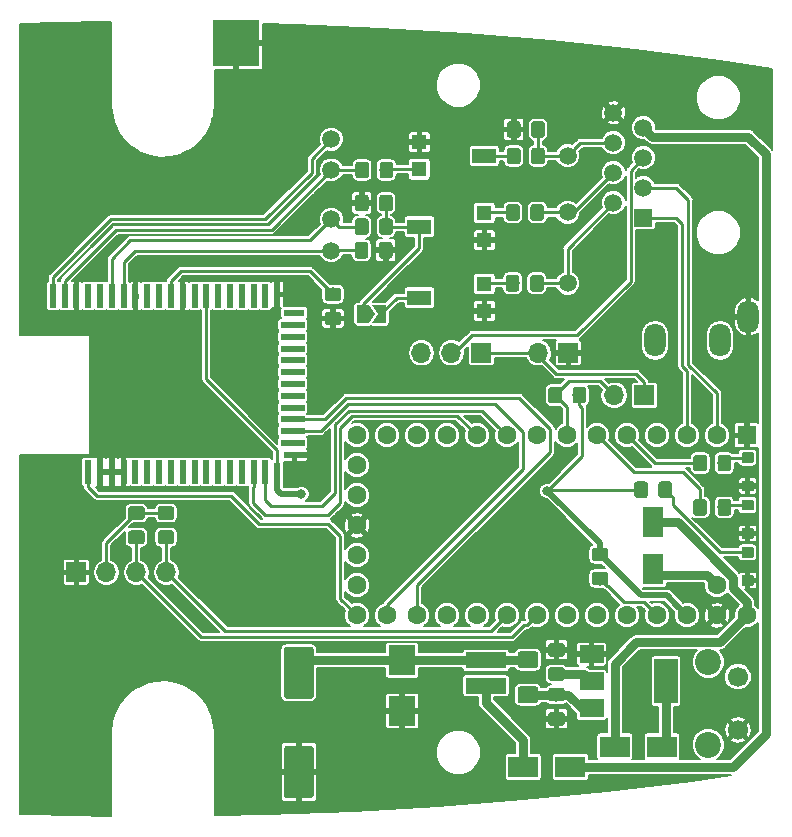
<source format=gtl>
G04 #@! TF.GenerationSoftware,KiCad,Pcbnew,5.0.2+dfsg1-1*
G04 #@! TF.CreationDate,2019-05-10T18:20:53+02:00*
G04 #@! TF.ProjectId,bt-trx-dev-board,62742d74-7278-42d6-9465-762d626f6172,2.0*
G04 #@! TF.SameCoordinates,Original*
G04 #@! TF.FileFunction,Copper,L1,Top*
G04 #@! TF.FilePolarity,Positive*
%FSLAX46Y46*%
G04 Gerber Fmt 4.6, Leading zero omitted, Abs format (unit mm)*
G04 Created by KiCad (PCBNEW 5.0.2+dfsg1-1) date Fri 10 May 2019 06:20:53 PM CEST*
%MOMM*%
%LPD*%
G01*
G04 APERTURE LIST*
G04 #@! TA.AperFunction,Conductor*
%ADD10C,0.100000*%
G04 #@! TD*
G04 #@! TA.AperFunction,SMDPad,CuDef*
%ADD11C,1.150000*%
G04 #@! TD*
G04 #@! TA.AperFunction,SMDPad,CuDef*
%ADD12C,1.425000*%
G04 #@! TD*
G04 #@! TA.AperFunction,ComponentPad*
%ADD13O,1.700000X1.700000*%
G04 #@! TD*
G04 #@! TA.AperFunction,ComponentPad*
%ADD14R,1.700000X1.700000*%
G04 #@! TD*
G04 #@! TA.AperFunction,SMDPad,CuDef*
%ADD15R,3.400000X1.350000*%
G04 #@! TD*
G04 #@! TA.AperFunction,SMDPad,CuDef*
%ADD16R,4.000000X4.000000*%
G04 #@! TD*
G04 #@! TA.AperFunction,SMDPad,CuDef*
%ADD17R,0.600000X1.750000*%
G04 #@! TD*
G04 #@! TA.AperFunction,SMDPad,CuDef*
%ADD18R,0.600000X2.000000*%
G04 #@! TD*
G04 #@! TA.AperFunction,SMDPad,CuDef*
%ADD19R,1.750000X0.600000*%
G04 #@! TD*
G04 #@! TA.AperFunction,SMDPad,CuDef*
%ADD20R,2.000000X0.600000*%
G04 #@! TD*
G04 #@! TA.AperFunction,BGAPad,CuDef*
%ADD21C,1.500000*%
G04 #@! TD*
G04 #@! TA.AperFunction,SMDPad,CuDef*
%ADD22C,0.300000*%
G04 #@! TD*
G04 #@! TA.AperFunction,SMDPad,CuDef*
%ADD23R,2.000000X3.800000*%
G04 #@! TD*
G04 #@! TA.AperFunction,SMDPad,CuDef*
%ADD24R,2.000000X1.500000*%
G04 #@! TD*
G04 #@! TA.AperFunction,SMDPad,CuDef*
%ADD25R,2.500000X1.800000*%
G04 #@! TD*
G04 #@! TA.AperFunction,SMDPad,CuDef*
%ADD26R,1.300000X1.300000*%
G04 #@! TD*
G04 #@! TA.AperFunction,SMDPad,CuDef*
%ADD27R,2.000000X1.300000*%
G04 #@! TD*
G04 #@! TA.AperFunction,ComponentPad*
%ADD28R,1.500000X1.500000*%
G04 #@! TD*
G04 #@! TA.AperFunction,ComponentPad*
%ADD29C,1.500000*%
G04 #@! TD*
G04 #@! TA.AperFunction,ComponentPad*
%ADD30O,1.800000X2.800000*%
G04 #@! TD*
G04 #@! TA.AperFunction,ComponentPad*
%ADD31C,2.200000*%
G04 #@! TD*
G04 #@! TA.AperFunction,ComponentPad*
%ADD32C,1.700000*%
G04 #@! TD*
G04 #@! TA.AperFunction,SMDPad,CuDef*
%ADD33C,0.900000*%
G04 #@! TD*
G04 #@! TA.AperFunction,SMDPad,CuDef*
%ADD34R,2.300000X2.500000*%
G04 #@! TD*
G04 #@! TA.AperFunction,SMDPad,CuDef*
%ADD35C,2.500000*%
G04 #@! TD*
G04 #@! TA.AperFunction,SMDPad,CuDef*
%ADD36R,1.800000X2.500000*%
G04 #@! TD*
G04 #@! TA.AperFunction,ComponentPad*
%ADD37C,1.600000*%
G04 #@! TD*
G04 #@! TA.AperFunction,ComponentPad*
%ADD38R,1.600000X1.600000*%
G04 #@! TD*
G04 #@! TA.AperFunction,ViaPad*
%ADD39C,0.800000*%
G04 #@! TD*
G04 #@! TA.AperFunction,Conductor*
%ADD40C,0.250000*%
G04 #@! TD*
G04 #@! TA.AperFunction,Conductor*
%ADD41C,0.500000*%
G04 #@! TD*
G04 #@! TA.AperFunction,Conductor*
%ADD42C,0.750000*%
G04 #@! TD*
G04 #@! TA.AperFunction,Conductor*
%ADD43C,0.200000*%
G04 #@! TD*
G04 APERTURE END LIST*
D10*
G04 #@! TO.N,/SPK_LN*
G04 #@! TO.C,C1*
G36*
X149456505Y-76731204D02*
X149480773Y-76734804D01*
X149504572Y-76740765D01*
X149527671Y-76749030D01*
X149549850Y-76759520D01*
X149570893Y-76772132D01*
X149590599Y-76786747D01*
X149608777Y-76803223D01*
X149625253Y-76821401D01*
X149639868Y-76841107D01*
X149652480Y-76862150D01*
X149662970Y-76884329D01*
X149671235Y-76907428D01*
X149677196Y-76931227D01*
X149680796Y-76955495D01*
X149682000Y-76979999D01*
X149682000Y-77880001D01*
X149680796Y-77904505D01*
X149677196Y-77928773D01*
X149671235Y-77952572D01*
X149662970Y-77975671D01*
X149652480Y-77997850D01*
X149639868Y-78018893D01*
X149625253Y-78038599D01*
X149608777Y-78056777D01*
X149590599Y-78073253D01*
X149570893Y-78087868D01*
X149549850Y-78100480D01*
X149527671Y-78110970D01*
X149504572Y-78119235D01*
X149480773Y-78125196D01*
X149456505Y-78128796D01*
X149432001Y-78130000D01*
X148781999Y-78130000D01*
X148757495Y-78128796D01*
X148733227Y-78125196D01*
X148709428Y-78119235D01*
X148686329Y-78110970D01*
X148664150Y-78100480D01*
X148643107Y-78087868D01*
X148623401Y-78073253D01*
X148605223Y-78056777D01*
X148588747Y-78038599D01*
X148574132Y-78018893D01*
X148561520Y-77997850D01*
X148551030Y-77975671D01*
X148542765Y-77952572D01*
X148536804Y-77928773D01*
X148533204Y-77904505D01*
X148532000Y-77880001D01*
X148532000Y-76979999D01*
X148533204Y-76955495D01*
X148536804Y-76931227D01*
X148542765Y-76907428D01*
X148551030Y-76884329D01*
X148561520Y-76862150D01*
X148574132Y-76841107D01*
X148588747Y-76821401D01*
X148605223Y-76803223D01*
X148623401Y-76786747D01*
X148643107Y-76772132D01*
X148664150Y-76759520D01*
X148686329Y-76749030D01*
X148709428Y-76740765D01*
X148733227Y-76734804D01*
X148757495Y-76731204D01*
X148781999Y-76730000D01*
X149432001Y-76730000D01*
X149456505Y-76731204D01*
X149456505Y-76731204D01*
G37*
D11*
G04 #@! TD*
G04 #@! TO.P,C1,2*
G04 #@! TO.N,/SPK_LN*
X149107000Y-77430000D03*
D10*
G04 #@! TO.N,Net-(C1-Pad1)*
G04 #@! TO.C,C1*
G36*
X151506505Y-76731204D02*
X151530773Y-76734804D01*
X151554572Y-76740765D01*
X151577671Y-76749030D01*
X151599850Y-76759520D01*
X151620893Y-76772132D01*
X151640599Y-76786747D01*
X151658777Y-76803223D01*
X151675253Y-76821401D01*
X151689868Y-76841107D01*
X151702480Y-76862150D01*
X151712970Y-76884329D01*
X151721235Y-76907428D01*
X151727196Y-76931227D01*
X151730796Y-76955495D01*
X151732000Y-76979999D01*
X151732000Y-77880001D01*
X151730796Y-77904505D01*
X151727196Y-77928773D01*
X151721235Y-77952572D01*
X151712970Y-77975671D01*
X151702480Y-77997850D01*
X151689868Y-78018893D01*
X151675253Y-78038599D01*
X151658777Y-78056777D01*
X151640599Y-78073253D01*
X151620893Y-78087868D01*
X151599850Y-78100480D01*
X151577671Y-78110970D01*
X151554572Y-78119235D01*
X151530773Y-78125196D01*
X151506505Y-78128796D01*
X151482001Y-78130000D01*
X150831999Y-78130000D01*
X150807495Y-78128796D01*
X150783227Y-78125196D01*
X150759428Y-78119235D01*
X150736329Y-78110970D01*
X150714150Y-78100480D01*
X150693107Y-78087868D01*
X150673401Y-78073253D01*
X150655223Y-78056777D01*
X150638747Y-78038599D01*
X150624132Y-78018893D01*
X150611520Y-77997850D01*
X150601030Y-77975671D01*
X150592765Y-77952572D01*
X150586804Y-77928773D01*
X150583204Y-77904505D01*
X150582000Y-77880001D01*
X150582000Y-76979999D01*
X150583204Y-76955495D01*
X150586804Y-76931227D01*
X150592765Y-76907428D01*
X150601030Y-76884329D01*
X150611520Y-76862150D01*
X150624132Y-76841107D01*
X150638747Y-76821401D01*
X150655223Y-76803223D01*
X150673401Y-76786747D01*
X150693107Y-76772132D01*
X150714150Y-76759520D01*
X150736329Y-76749030D01*
X150759428Y-76740765D01*
X150783227Y-76734804D01*
X150807495Y-76731204D01*
X150831999Y-76730000D01*
X151482001Y-76730000D01*
X151506505Y-76731204D01*
X151506505Y-76731204D01*
G37*
D11*
G04 #@! TD*
G04 #@! TO.P,C1,1*
G04 #@! TO.N,Net-(C1-Pad1)*
X151157000Y-77430000D03*
D10*
G04 #@! TO.N,GND*
G04 #@! TO.C,C2*
G36*
X151456505Y-83531204D02*
X151480773Y-83534804D01*
X151504572Y-83540765D01*
X151527671Y-83549030D01*
X151549850Y-83559520D01*
X151570893Y-83572132D01*
X151590599Y-83586747D01*
X151608777Y-83603223D01*
X151625253Y-83621401D01*
X151639868Y-83641107D01*
X151652480Y-83662150D01*
X151662970Y-83684329D01*
X151671235Y-83707428D01*
X151677196Y-83731227D01*
X151680796Y-83755495D01*
X151682000Y-83779999D01*
X151682000Y-84680001D01*
X151680796Y-84704505D01*
X151677196Y-84728773D01*
X151671235Y-84752572D01*
X151662970Y-84775671D01*
X151652480Y-84797850D01*
X151639868Y-84818893D01*
X151625253Y-84838599D01*
X151608777Y-84856777D01*
X151590599Y-84873253D01*
X151570893Y-84887868D01*
X151549850Y-84900480D01*
X151527671Y-84910970D01*
X151504572Y-84919235D01*
X151480773Y-84925196D01*
X151456505Y-84928796D01*
X151432001Y-84930000D01*
X150781999Y-84930000D01*
X150757495Y-84928796D01*
X150733227Y-84925196D01*
X150709428Y-84919235D01*
X150686329Y-84910970D01*
X150664150Y-84900480D01*
X150643107Y-84887868D01*
X150623401Y-84873253D01*
X150605223Y-84856777D01*
X150588747Y-84838599D01*
X150574132Y-84818893D01*
X150561520Y-84797850D01*
X150551030Y-84775671D01*
X150542765Y-84752572D01*
X150536804Y-84728773D01*
X150533204Y-84704505D01*
X150532000Y-84680001D01*
X150532000Y-83779999D01*
X150533204Y-83755495D01*
X150536804Y-83731227D01*
X150542765Y-83707428D01*
X150551030Y-83684329D01*
X150561520Y-83662150D01*
X150574132Y-83641107D01*
X150588747Y-83621401D01*
X150605223Y-83603223D01*
X150623401Y-83586747D01*
X150643107Y-83572132D01*
X150664150Y-83559520D01*
X150686329Y-83549030D01*
X150709428Y-83540765D01*
X150733227Y-83534804D01*
X150757495Y-83531204D01*
X150781999Y-83530000D01*
X151432001Y-83530000D01*
X151456505Y-83531204D01*
X151456505Y-83531204D01*
G37*
D11*
G04 #@! TD*
G04 #@! TO.P,C2,1*
G04 #@! TO.N,GND*
X151107000Y-84230000D03*
D10*
G04 #@! TO.N,/MIC_LP*
G04 #@! TO.C,C2*
G36*
X149406505Y-83531204D02*
X149430773Y-83534804D01*
X149454572Y-83540765D01*
X149477671Y-83549030D01*
X149499850Y-83559520D01*
X149520893Y-83572132D01*
X149540599Y-83586747D01*
X149558777Y-83603223D01*
X149575253Y-83621401D01*
X149589868Y-83641107D01*
X149602480Y-83662150D01*
X149612970Y-83684329D01*
X149621235Y-83707428D01*
X149627196Y-83731227D01*
X149630796Y-83755495D01*
X149632000Y-83779999D01*
X149632000Y-84680001D01*
X149630796Y-84704505D01*
X149627196Y-84728773D01*
X149621235Y-84752572D01*
X149612970Y-84775671D01*
X149602480Y-84797850D01*
X149589868Y-84818893D01*
X149575253Y-84838599D01*
X149558777Y-84856777D01*
X149540599Y-84873253D01*
X149520893Y-84887868D01*
X149499850Y-84900480D01*
X149477671Y-84910970D01*
X149454572Y-84919235D01*
X149430773Y-84925196D01*
X149406505Y-84928796D01*
X149382001Y-84930000D01*
X148731999Y-84930000D01*
X148707495Y-84928796D01*
X148683227Y-84925196D01*
X148659428Y-84919235D01*
X148636329Y-84910970D01*
X148614150Y-84900480D01*
X148593107Y-84887868D01*
X148573401Y-84873253D01*
X148555223Y-84856777D01*
X148538747Y-84838599D01*
X148524132Y-84818893D01*
X148511520Y-84797850D01*
X148501030Y-84775671D01*
X148492765Y-84752572D01*
X148486804Y-84728773D01*
X148483204Y-84704505D01*
X148482000Y-84680001D01*
X148482000Y-83779999D01*
X148483204Y-83755495D01*
X148486804Y-83731227D01*
X148492765Y-83707428D01*
X148501030Y-83684329D01*
X148511520Y-83662150D01*
X148524132Y-83641107D01*
X148538747Y-83621401D01*
X148555223Y-83603223D01*
X148573401Y-83586747D01*
X148593107Y-83572132D01*
X148614150Y-83559520D01*
X148636329Y-83549030D01*
X148659428Y-83540765D01*
X148683227Y-83534804D01*
X148707495Y-83531204D01*
X148731999Y-83530000D01*
X149382001Y-83530000D01*
X149406505Y-83531204D01*
X149406505Y-83531204D01*
G37*
D11*
G04 #@! TD*
G04 #@! TO.P,C2,2*
G04 #@! TO.N,/MIC_LP*
X149057000Y-84230000D03*
D10*
G04 #@! TO.N,AUDIO_B*
G04 #@! TO.C,C3*
G36*
X151481505Y-81531204D02*
X151505773Y-81534804D01*
X151529572Y-81540765D01*
X151552671Y-81549030D01*
X151574850Y-81559520D01*
X151595893Y-81572132D01*
X151615599Y-81586747D01*
X151633777Y-81603223D01*
X151650253Y-81621401D01*
X151664868Y-81641107D01*
X151677480Y-81662150D01*
X151687970Y-81684329D01*
X151696235Y-81707428D01*
X151702196Y-81731227D01*
X151705796Y-81755495D01*
X151707000Y-81779999D01*
X151707000Y-82680001D01*
X151705796Y-82704505D01*
X151702196Y-82728773D01*
X151696235Y-82752572D01*
X151687970Y-82775671D01*
X151677480Y-82797850D01*
X151664868Y-82818893D01*
X151650253Y-82838599D01*
X151633777Y-82856777D01*
X151615599Y-82873253D01*
X151595893Y-82887868D01*
X151574850Y-82900480D01*
X151552671Y-82910970D01*
X151529572Y-82919235D01*
X151505773Y-82925196D01*
X151481505Y-82928796D01*
X151457001Y-82930000D01*
X150806999Y-82930000D01*
X150782495Y-82928796D01*
X150758227Y-82925196D01*
X150734428Y-82919235D01*
X150711329Y-82910970D01*
X150689150Y-82900480D01*
X150668107Y-82887868D01*
X150648401Y-82873253D01*
X150630223Y-82856777D01*
X150613747Y-82838599D01*
X150599132Y-82818893D01*
X150586520Y-82797850D01*
X150576030Y-82775671D01*
X150567765Y-82752572D01*
X150561804Y-82728773D01*
X150558204Y-82704505D01*
X150557000Y-82680001D01*
X150557000Y-81779999D01*
X150558204Y-81755495D01*
X150561804Y-81731227D01*
X150567765Y-81707428D01*
X150576030Y-81684329D01*
X150586520Y-81662150D01*
X150599132Y-81641107D01*
X150613747Y-81621401D01*
X150630223Y-81603223D01*
X150648401Y-81586747D01*
X150668107Y-81572132D01*
X150689150Y-81559520D01*
X150711329Y-81549030D01*
X150734428Y-81540765D01*
X150758227Y-81534804D01*
X150782495Y-81531204D01*
X150806999Y-81530000D01*
X151457001Y-81530000D01*
X151481505Y-81531204D01*
X151481505Y-81531204D01*
G37*
D11*
G04 #@! TD*
G04 #@! TO.P,C3,1*
G04 #@! TO.N,AUDIO_B*
X151132000Y-82230000D03*
D10*
G04 #@! TO.N,/MIC_LN*
G04 #@! TO.C,C3*
G36*
X149431505Y-81531204D02*
X149455773Y-81534804D01*
X149479572Y-81540765D01*
X149502671Y-81549030D01*
X149524850Y-81559520D01*
X149545893Y-81572132D01*
X149565599Y-81586747D01*
X149583777Y-81603223D01*
X149600253Y-81621401D01*
X149614868Y-81641107D01*
X149627480Y-81662150D01*
X149637970Y-81684329D01*
X149646235Y-81707428D01*
X149652196Y-81731227D01*
X149655796Y-81755495D01*
X149657000Y-81779999D01*
X149657000Y-82680001D01*
X149655796Y-82704505D01*
X149652196Y-82728773D01*
X149646235Y-82752572D01*
X149637970Y-82775671D01*
X149627480Y-82797850D01*
X149614868Y-82818893D01*
X149600253Y-82838599D01*
X149583777Y-82856777D01*
X149565599Y-82873253D01*
X149545893Y-82887868D01*
X149524850Y-82900480D01*
X149502671Y-82910970D01*
X149479572Y-82919235D01*
X149455773Y-82925196D01*
X149431505Y-82928796D01*
X149407001Y-82930000D01*
X148756999Y-82930000D01*
X148732495Y-82928796D01*
X148708227Y-82925196D01*
X148684428Y-82919235D01*
X148661329Y-82910970D01*
X148639150Y-82900480D01*
X148618107Y-82887868D01*
X148598401Y-82873253D01*
X148580223Y-82856777D01*
X148563747Y-82838599D01*
X148549132Y-82818893D01*
X148536520Y-82797850D01*
X148526030Y-82775671D01*
X148517765Y-82752572D01*
X148511804Y-82728773D01*
X148508204Y-82704505D01*
X148507000Y-82680001D01*
X148507000Y-81779999D01*
X148508204Y-81755495D01*
X148511804Y-81731227D01*
X148517765Y-81707428D01*
X148526030Y-81684329D01*
X148536520Y-81662150D01*
X148549132Y-81641107D01*
X148563747Y-81621401D01*
X148580223Y-81603223D01*
X148598401Y-81586747D01*
X148618107Y-81572132D01*
X148639150Y-81559520D01*
X148661329Y-81549030D01*
X148684428Y-81540765D01*
X148708227Y-81534804D01*
X148732495Y-81531204D01*
X148756999Y-81530000D01*
X149407001Y-81530000D01*
X149431505Y-81531204D01*
X149431505Y-81531204D01*
G37*
D11*
G04 #@! TD*
G04 #@! TO.P,C3,2*
G04 #@! TO.N,/MIC_LN*
X149082000Y-82230000D03*
D10*
G04 #@! TO.N,GND*
G04 #@! TO.C,C4*
G36*
X147113505Y-89435204D02*
X147137773Y-89438804D01*
X147161572Y-89444765D01*
X147184671Y-89453030D01*
X147206850Y-89463520D01*
X147227893Y-89476132D01*
X147247599Y-89490747D01*
X147265777Y-89507223D01*
X147282253Y-89525401D01*
X147296868Y-89545107D01*
X147309480Y-89566150D01*
X147319970Y-89588329D01*
X147328235Y-89611428D01*
X147334196Y-89635227D01*
X147337796Y-89659495D01*
X147339000Y-89683999D01*
X147339000Y-90334001D01*
X147337796Y-90358505D01*
X147334196Y-90382773D01*
X147328235Y-90406572D01*
X147319970Y-90429671D01*
X147309480Y-90451850D01*
X147296868Y-90472893D01*
X147282253Y-90492599D01*
X147265777Y-90510777D01*
X147247599Y-90527253D01*
X147227893Y-90541868D01*
X147206850Y-90554480D01*
X147184671Y-90564970D01*
X147161572Y-90573235D01*
X147137773Y-90579196D01*
X147113505Y-90582796D01*
X147089001Y-90584000D01*
X146188999Y-90584000D01*
X146164495Y-90582796D01*
X146140227Y-90579196D01*
X146116428Y-90573235D01*
X146093329Y-90564970D01*
X146071150Y-90554480D01*
X146050107Y-90541868D01*
X146030401Y-90527253D01*
X146012223Y-90510777D01*
X145995747Y-90492599D01*
X145981132Y-90472893D01*
X145968520Y-90451850D01*
X145958030Y-90429671D01*
X145949765Y-90406572D01*
X145943804Y-90382773D01*
X145940204Y-90358505D01*
X145939000Y-90334001D01*
X145939000Y-89683999D01*
X145940204Y-89659495D01*
X145943804Y-89635227D01*
X145949765Y-89611428D01*
X145958030Y-89588329D01*
X145968520Y-89566150D01*
X145981132Y-89545107D01*
X145995747Y-89525401D01*
X146012223Y-89507223D01*
X146030401Y-89490747D01*
X146050107Y-89476132D01*
X146071150Y-89463520D01*
X146093329Y-89453030D01*
X146116428Y-89444765D01*
X146140227Y-89438804D01*
X146164495Y-89435204D01*
X146188999Y-89434000D01*
X147089001Y-89434000D01*
X147113505Y-89435204D01*
X147113505Y-89435204D01*
G37*
D11*
G04 #@! TD*
G04 #@! TO.P,C4,1*
G04 #@! TO.N,GND*
X146639000Y-90009000D03*
D10*
G04 #@! TO.N,/MIC_BIAS*
G04 #@! TO.C,C4*
G36*
X147113505Y-87385204D02*
X147137773Y-87388804D01*
X147161572Y-87394765D01*
X147184671Y-87403030D01*
X147206850Y-87413520D01*
X147227893Y-87426132D01*
X147247599Y-87440747D01*
X147265777Y-87457223D01*
X147282253Y-87475401D01*
X147296868Y-87495107D01*
X147309480Y-87516150D01*
X147319970Y-87538329D01*
X147328235Y-87561428D01*
X147334196Y-87585227D01*
X147337796Y-87609495D01*
X147339000Y-87633999D01*
X147339000Y-88284001D01*
X147337796Y-88308505D01*
X147334196Y-88332773D01*
X147328235Y-88356572D01*
X147319970Y-88379671D01*
X147309480Y-88401850D01*
X147296868Y-88422893D01*
X147282253Y-88442599D01*
X147265777Y-88460777D01*
X147247599Y-88477253D01*
X147227893Y-88491868D01*
X147206850Y-88504480D01*
X147184671Y-88514970D01*
X147161572Y-88523235D01*
X147137773Y-88529196D01*
X147113505Y-88532796D01*
X147089001Y-88534000D01*
X146188999Y-88534000D01*
X146164495Y-88532796D01*
X146140227Y-88529196D01*
X146116428Y-88523235D01*
X146093329Y-88514970D01*
X146071150Y-88504480D01*
X146050107Y-88491868D01*
X146030401Y-88477253D01*
X146012223Y-88460777D01*
X145995747Y-88442599D01*
X145981132Y-88422893D01*
X145968520Y-88401850D01*
X145958030Y-88379671D01*
X145949765Y-88356572D01*
X145943804Y-88332773D01*
X145940204Y-88308505D01*
X145939000Y-88284001D01*
X145939000Y-87633999D01*
X145940204Y-87609495D01*
X145943804Y-87585227D01*
X145949765Y-87561428D01*
X145958030Y-87538329D01*
X145968520Y-87516150D01*
X145981132Y-87495107D01*
X145995747Y-87475401D01*
X146012223Y-87457223D01*
X146030401Y-87440747D01*
X146050107Y-87426132D01*
X146071150Y-87413520D01*
X146093329Y-87403030D01*
X146116428Y-87394765D01*
X146140227Y-87388804D01*
X146164495Y-87385204D01*
X146188999Y-87384000D01*
X147089001Y-87384000D01*
X147113505Y-87385204D01*
X147113505Y-87385204D01*
G37*
D11*
G04 #@! TD*
G04 #@! TO.P,C4,2*
G04 #@! TO.N,/MIC_BIAS*
X146639000Y-87959000D03*
D10*
G04 #@! TO.N,GND*
G04 #@! TO.C,C5*
G36*
X149431505Y-79531204D02*
X149455773Y-79534804D01*
X149479572Y-79540765D01*
X149502671Y-79549030D01*
X149524850Y-79559520D01*
X149545893Y-79572132D01*
X149565599Y-79586747D01*
X149583777Y-79603223D01*
X149600253Y-79621401D01*
X149614868Y-79641107D01*
X149627480Y-79662150D01*
X149637970Y-79684329D01*
X149646235Y-79707428D01*
X149652196Y-79731227D01*
X149655796Y-79755495D01*
X149657000Y-79779999D01*
X149657000Y-80680001D01*
X149655796Y-80704505D01*
X149652196Y-80728773D01*
X149646235Y-80752572D01*
X149637970Y-80775671D01*
X149627480Y-80797850D01*
X149614868Y-80818893D01*
X149600253Y-80838599D01*
X149583777Y-80856777D01*
X149565599Y-80873253D01*
X149545893Y-80887868D01*
X149524850Y-80900480D01*
X149502671Y-80910970D01*
X149479572Y-80919235D01*
X149455773Y-80925196D01*
X149431505Y-80928796D01*
X149407001Y-80930000D01*
X148756999Y-80930000D01*
X148732495Y-80928796D01*
X148708227Y-80925196D01*
X148684428Y-80919235D01*
X148661329Y-80910970D01*
X148639150Y-80900480D01*
X148618107Y-80887868D01*
X148598401Y-80873253D01*
X148580223Y-80856777D01*
X148563747Y-80838599D01*
X148549132Y-80818893D01*
X148536520Y-80797850D01*
X148526030Y-80775671D01*
X148517765Y-80752572D01*
X148511804Y-80728773D01*
X148508204Y-80704505D01*
X148507000Y-80680001D01*
X148507000Y-79779999D01*
X148508204Y-79755495D01*
X148511804Y-79731227D01*
X148517765Y-79707428D01*
X148526030Y-79684329D01*
X148536520Y-79662150D01*
X148549132Y-79641107D01*
X148563747Y-79621401D01*
X148580223Y-79603223D01*
X148598401Y-79586747D01*
X148618107Y-79572132D01*
X148639150Y-79559520D01*
X148661329Y-79549030D01*
X148684428Y-79540765D01*
X148708227Y-79534804D01*
X148732495Y-79531204D01*
X148756999Y-79530000D01*
X149407001Y-79530000D01*
X149431505Y-79531204D01*
X149431505Y-79531204D01*
G37*
D11*
G04 #@! TD*
G04 #@! TO.P,C5,2*
G04 #@! TO.N,GND*
X149082000Y-80230000D03*
D10*
G04 #@! TO.N,AUDIO_B*
G04 #@! TO.C,C5*
G36*
X151481505Y-79531204D02*
X151505773Y-79534804D01*
X151529572Y-79540765D01*
X151552671Y-79549030D01*
X151574850Y-79559520D01*
X151595893Y-79572132D01*
X151615599Y-79586747D01*
X151633777Y-79603223D01*
X151650253Y-79621401D01*
X151664868Y-79641107D01*
X151677480Y-79662150D01*
X151687970Y-79684329D01*
X151696235Y-79707428D01*
X151702196Y-79731227D01*
X151705796Y-79755495D01*
X151707000Y-79779999D01*
X151707000Y-80680001D01*
X151705796Y-80704505D01*
X151702196Y-80728773D01*
X151696235Y-80752572D01*
X151687970Y-80775671D01*
X151677480Y-80797850D01*
X151664868Y-80818893D01*
X151650253Y-80838599D01*
X151633777Y-80856777D01*
X151615599Y-80873253D01*
X151595893Y-80887868D01*
X151574850Y-80900480D01*
X151552671Y-80910970D01*
X151529572Y-80919235D01*
X151505773Y-80925196D01*
X151481505Y-80928796D01*
X151457001Y-80930000D01*
X150806999Y-80930000D01*
X150782495Y-80928796D01*
X150758227Y-80925196D01*
X150734428Y-80919235D01*
X150711329Y-80910970D01*
X150689150Y-80900480D01*
X150668107Y-80887868D01*
X150648401Y-80873253D01*
X150630223Y-80856777D01*
X150613747Y-80838599D01*
X150599132Y-80818893D01*
X150586520Y-80797850D01*
X150576030Y-80775671D01*
X150567765Y-80752572D01*
X150561804Y-80728773D01*
X150558204Y-80704505D01*
X150557000Y-80680001D01*
X150557000Y-79779999D01*
X150558204Y-79755495D01*
X150561804Y-79731227D01*
X150567765Y-79707428D01*
X150576030Y-79684329D01*
X150586520Y-79662150D01*
X150599132Y-79641107D01*
X150613747Y-79621401D01*
X150630223Y-79603223D01*
X150648401Y-79586747D01*
X150668107Y-79572132D01*
X150689150Y-79559520D01*
X150711329Y-79549030D01*
X150734428Y-79540765D01*
X150758227Y-79534804D01*
X150782495Y-79531204D01*
X150806999Y-79530000D01*
X151457001Y-79530000D01*
X151481505Y-79531204D01*
X151481505Y-79531204D01*
G37*
D11*
G04 #@! TD*
G04 #@! TO.P,C5,1*
G04 #@! TO.N,AUDIO_B*
X151132000Y-80230000D03*
D10*
G04 #@! TO.N,GND*
G04 #@! TO.C,C6*
G36*
X166036505Y-123326204D02*
X166060773Y-123329804D01*
X166084572Y-123335765D01*
X166107671Y-123344030D01*
X166129850Y-123354520D01*
X166150893Y-123367132D01*
X166170599Y-123381747D01*
X166188777Y-123398223D01*
X166205253Y-123416401D01*
X166219868Y-123436107D01*
X166232480Y-123457150D01*
X166242970Y-123479329D01*
X166251235Y-123502428D01*
X166257196Y-123526227D01*
X166260796Y-123550495D01*
X166262000Y-123574999D01*
X166262000Y-124225001D01*
X166260796Y-124249505D01*
X166257196Y-124273773D01*
X166251235Y-124297572D01*
X166242970Y-124320671D01*
X166232480Y-124342850D01*
X166219868Y-124363893D01*
X166205253Y-124383599D01*
X166188777Y-124401777D01*
X166170599Y-124418253D01*
X166150893Y-124432868D01*
X166129850Y-124445480D01*
X166107671Y-124455970D01*
X166084572Y-124464235D01*
X166060773Y-124470196D01*
X166036505Y-124473796D01*
X166012001Y-124475000D01*
X165111999Y-124475000D01*
X165087495Y-124473796D01*
X165063227Y-124470196D01*
X165039428Y-124464235D01*
X165016329Y-124455970D01*
X164994150Y-124445480D01*
X164973107Y-124432868D01*
X164953401Y-124418253D01*
X164935223Y-124401777D01*
X164918747Y-124383599D01*
X164904132Y-124363893D01*
X164891520Y-124342850D01*
X164881030Y-124320671D01*
X164872765Y-124297572D01*
X164866804Y-124273773D01*
X164863204Y-124249505D01*
X164862000Y-124225001D01*
X164862000Y-123574999D01*
X164863204Y-123550495D01*
X164866804Y-123526227D01*
X164872765Y-123502428D01*
X164881030Y-123479329D01*
X164891520Y-123457150D01*
X164904132Y-123436107D01*
X164918747Y-123416401D01*
X164935223Y-123398223D01*
X164953401Y-123381747D01*
X164973107Y-123367132D01*
X164994150Y-123354520D01*
X165016329Y-123344030D01*
X165039428Y-123335765D01*
X165063227Y-123329804D01*
X165087495Y-123326204D01*
X165111999Y-123325000D01*
X166012001Y-123325000D01*
X166036505Y-123326204D01*
X166036505Y-123326204D01*
G37*
D11*
G04 #@! TD*
G04 #@! TO.P,C6,2*
G04 #@! TO.N,GND*
X165562000Y-123900000D03*
D10*
G04 #@! TO.N,Net-(C6-Pad1)*
G04 #@! TO.C,C6*
G36*
X166036505Y-121276204D02*
X166060773Y-121279804D01*
X166084572Y-121285765D01*
X166107671Y-121294030D01*
X166129850Y-121304520D01*
X166150893Y-121317132D01*
X166170599Y-121331747D01*
X166188777Y-121348223D01*
X166205253Y-121366401D01*
X166219868Y-121386107D01*
X166232480Y-121407150D01*
X166242970Y-121429329D01*
X166251235Y-121452428D01*
X166257196Y-121476227D01*
X166260796Y-121500495D01*
X166262000Y-121524999D01*
X166262000Y-122175001D01*
X166260796Y-122199505D01*
X166257196Y-122223773D01*
X166251235Y-122247572D01*
X166242970Y-122270671D01*
X166232480Y-122292850D01*
X166219868Y-122313893D01*
X166205253Y-122333599D01*
X166188777Y-122351777D01*
X166170599Y-122368253D01*
X166150893Y-122382868D01*
X166129850Y-122395480D01*
X166107671Y-122405970D01*
X166084572Y-122414235D01*
X166060773Y-122420196D01*
X166036505Y-122423796D01*
X166012001Y-122425000D01*
X165111999Y-122425000D01*
X165087495Y-122423796D01*
X165063227Y-122420196D01*
X165039428Y-122414235D01*
X165016329Y-122405970D01*
X164994150Y-122395480D01*
X164973107Y-122382868D01*
X164953401Y-122368253D01*
X164935223Y-122351777D01*
X164918747Y-122333599D01*
X164904132Y-122313893D01*
X164891520Y-122292850D01*
X164881030Y-122270671D01*
X164872765Y-122247572D01*
X164866804Y-122223773D01*
X164863204Y-122199505D01*
X164862000Y-122175001D01*
X164862000Y-121524999D01*
X164863204Y-121500495D01*
X164866804Y-121476227D01*
X164872765Y-121452428D01*
X164881030Y-121429329D01*
X164891520Y-121407150D01*
X164904132Y-121386107D01*
X164918747Y-121366401D01*
X164935223Y-121348223D01*
X164953401Y-121331747D01*
X164973107Y-121317132D01*
X164994150Y-121304520D01*
X165016329Y-121294030D01*
X165039428Y-121285765D01*
X165063227Y-121279804D01*
X165087495Y-121276204D01*
X165111999Y-121275000D01*
X166012001Y-121275000D01*
X166036505Y-121276204D01*
X166036505Y-121276204D01*
G37*
D11*
G04 #@! TD*
G04 #@! TO.P,C6,1*
G04 #@! TO.N,Net-(C6-Pad1)*
X165562000Y-121850000D03*
D10*
G04 #@! TO.N,Net-(C6-Pad1)*
G04 #@! TO.C,F1*
G36*
X163798504Y-121156704D02*
X163822773Y-121160304D01*
X163846571Y-121166265D01*
X163869671Y-121174530D01*
X163891849Y-121185020D01*
X163912893Y-121197633D01*
X163932598Y-121212247D01*
X163950777Y-121228723D01*
X163967253Y-121246902D01*
X163981867Y-121266607D01*
X163994480Y-121287651D01*
X164004970Y-121309829D01*
X164013235Y-121332929D01*
X164019196Y-121356727D01*
X164022796Y-121380996D01*
X164024000Y-121405500D01*
X164024000Y-122330500D01*
X164022796Y-122355004D01*
X164019196Y-122379273D01*
X164013235Y-122403071D01*
X164004970Y-122426171D01*
X163994480Y-122448349D01*
X163981867Y-122469393D01*
X163967253Y-122489098D01*
X163950777Y-122507277D01*
X163932598Y-122523753D01*
X163912893Y-122538367D01*
X163891849Y-122550980D01*
X163869671Y-122561470D01*
X163846571Y-122569735D01*
X163822773Y-122575696D01*
X163798504Y-122579296D01*
X163774000Y-122580500D01*
X162524000Y-122580500D01*
X162499496Y-122579296D01*
X162475227Y-122575696D01*
X162451429Y-122569735D01*
X162428329Y-122561470D01*
X162406151Y-122550980D01*
X162385107Y-122538367D01*
X162365402Y-122523753D01*
X162347223Y-122507277D01*
X162330747Y-122489098D01*
X162316133Y-122469393D01*
X162303520Y-122448349D01*
X162293030Y-122426171D01*
X162284765Y-122403071D01*
X162278804Y-122379273D01*
X162275204Y-122355004D01*
X162274000Y-122330500D01*
X162274000Y-121405500D01*
X162275204Y-121380996D01*
X162278804Y-121356727D01*
X162284765Y-121332929D01*
X162293030Y-121309829D01*
X162303520Y-121287651D01*
X162316133Y-121266607D01*
X162330747Y-121246902D01*
X162347223Y-121228723D01*
X162365402Y-121212247D01*
X162385107Y-121197633D01*
X162406151Y-121185020D01*
X162428329Y-121174530D01*
X162451429Y-121166265D01*
X162475227Y-121160304D01*
X162499496Y-121156704D01*
X162524000Y-121155500D01*
X163774000Y-121155500D01*
X163798504Y-121156704D01*
X163798504Y-121156704D01*
G37*
D12*
G04 #@! TD*
G04 #@! TO.P,F1,1*
G04 #@! TO.N,Net-(C6-Pad1)*
X163149000Y-121868000D03*
D10*
G04 #@! TO.N,Net-(C8-Pad1)*
G04 #@! TO.C,F1*
G36*
X163798504Y-118181704D02*
X163822773Y-118185304D01*
X163846571Y-118191265D01*
X163869671Y-118199530D01*
X163891849Y-118210020D01*
X163912893Y-118222633D01*
X163932598Y-118237247D01*
X163950777Y-118253723D01*
X163967253Y-118271902D01*
X163981867Y-118291607D01*
X163994480Y-118312651D01*
X164004970Y-118334829D01*
X164013235Y-118357929D01*
X164019196Y-118381727D01*
X164022796Y-118405996D01*
X164024000Y-118430500D01*
X164024000Y-119355500D01*
X164022796Y-119380004D01*
X164019196Y-119404273D01*
X164013235Y-119428071D01*
X164004970Y-119451171D01*
X163994480Y-119473349D01*
X163981867Y-119494393D01*
X163967253Y-119514098D01*
X163950777Y-119532277D01*
X163932598Y-119548753D01*
X163912893Y-119563367D01*
X163891849Y-119575980D01*
X163869671Y-119586470D01*
X163846571Y-119594735D01*
X163822773Y-119600696D01*
X163798504Y-119604296D01*
X163774000Y-119605500D01*
X162524000Y-119605500D01*
X162499496Y-119604296D01*
X162475227Y-119600696D01*
X162451429Y-119594735D01*
X162428329Y-119586470D01*
X162406151Y-119575980D01*
X162385107Y-119563367D01*
X162365402Y-119548753D01*
X162347223Y-119532277D01*
X162330747Y-119514098D01*
X162316133Y-119494393D01*
X162303520Y-119473349D01*
X162293030Y-119451171D01*
X162284765Y-119428071D01*
X162278804Y-119404273D01*
X162275204Y-119380004D01*
X162274000Y-119355500D01*
X162274000Y-118430500D01*
X162275204Y-118405996D01*
X162278804Y-118381727D01*
X162284765Y-118357929D01*
X162293030Y-118334829D01*
X162303520Y-118312651D01*
X162316133Y-118291607D01*
X162330747Y-118271902D01*
X162347223Y-118253723D01*
X162365402Y-118237247D01*
X162385107Y-118222633D01*
X162406151Y-118210020D01*
X162428329Y-118199530D01*
X162451429Y-118191265D01*
X162475227Y-118185304D01*
X162499496Y-118181704D01*
X162524000Y-118180500D01*
X163774000Y-118180500D01*
X163798504Y-118181704D01*
X163798504Y-118181704D01*
G37*
D12*
G04 #@! TD*
G04 #@! TO.P,F1,2*
G04 #@! TO.N,Net-(C8-Pad1)*
X163149000Y-118893000D03*
D13*
G04 #@! TO.P,J2,2*
G04 #@! TO.N,/PTT_BUTTON*
X164038000Y-92912000D03*
D14*
G04 #@! TO.P,J2,1*
G04 #@! TO.N,GND*
X166578000Y-92912000D03*
G04 #@! TD*
D10*
G04 #@! TO.N,/AUDIO_IN_B*
G04 #@! TO.C,L1*
G36*
X164256505Y-86331204D02*
X164280773Y-86334804D01*
X164304572Y-86340765D01*
X164327671Y-86349030D01*
X164349850Y-86359520D01*
X164370893Y-86372132D01*
X164390599Y-86386747D01*
X164408777Y-86403223D01*
X164425253Y-86421401D01*
X164439868Y-86441107D01*
X164452480Y-86462150D01*
X164462970Y-86484329D01*
X164471235Y-86507428D01*
X164477196Y-86531227D01*
X164480796Y-86555495D01*
X164482000Y-86579999D01*
X164482000Y-87480001D01*
X164480796Y-87504505D01*
X164477196Y-87528773D01*
X164471235Y-87552572D01*
X164462970Y-87575671D01*
X164452480Y-87597850D01*
X164439868Y-87618893D01*
X164425253Y-87638599D01*
X164408777Y-87656777D01*
X164390599Y-87673253D01*
X164370893Y-87687868D01*
X164349850Y-87700480D01*
X164327671Y-87710970D01*
X164304572Y-87719235D01*
X164280773Y-87725196D01*
X164256505Y-87728796D01*
X164232001Y-87730000D01*
X163581999Y-87730000D01*
X163557495Y-87728796D01*
X163533227Y-87725196D01*
X163509428Y-87719235D01*
X163486329Y-87710970D01*
X163464150Y-87700480D01*
X163443107Y-87687868D01*
X163423401Y-87673253D01*
X163405223Y-87656777D01*
X163388747Y-87638599D01*
X163374132Y-87618893D01*
X163361520Y-87597850D01*
X163351030Y-87575671D01*
X163342765Y-87552572D01*
X163336804Y-87528773D01*
X163333204Y-87504505D01*
X163332000Y-87480001D01*
X163332000Y-86579999D01*
X163333204Y-86555495D01*
X163336804Y-86531227D01*
X163342765Y-86507428D01*
X163351030Y-86484329D01*
X163361520Y-86462150D01*
X163374132Y-86441107D01*
X163388747Y-86421401D01*
X163405223Y-86403223D01*
X163423401Y-86386747D01*
X163443107Y-86372132D01*
X163464150Y-86359520D01*
X163486329Y-86349030D01*
X163509428Y-86340765D01*
X163533227Y-86334804D01*
X163557495Y-86331204D01*
X163581999Y-86330000D01*
X164232001Y-86330000D01*
X164256505Y-86331204D01*
X164256505Y-86331204D01*
G37*
D11*
G04 #@! TD*
G04 #@! TO.P,L1,1*
G04 #@! TO.N,/AUDIO_IN_B*
X163907000Y-87030000D03*
D10*
G04 #@! TO.N,Net-(L1-Pad2)*
G04 #@! TO.C,L1*
G36*
X162206505Y-86331204D02*
X162230773Y-86334804D01*
X162254572Y-86340765D01*
X162277671Y-86349030D01*
X162299850Y-86359520D01*
X162320893Y-86372132D01*
X162340599Y-86386747D01*
X162358777Y-86403223D01*
X162375253Y-86421401D01*
X162389868Y-86441107D01*
X162402480Y-86462150D01*
X162412970Y-86484329D01*
X162421235Y-86507428D01*
X162427196Y-86531227D01*
X162430796Y-86555495D01*
X162432000Y-86579999D01*
X162432000Y-87480001D01*
X162430796Y-87504505D01*
X162427196Y-87528773D01*
X162421235Y-87552572D01*
X162412970Y-87575671D01*
X162402480Y-87597850D01*
X162389868Y-87618893D01*
X162375253Y-87638599D01*
X162358777Y-87656777D01*
X162340599Y-87673253D01*
X162320893Y-87687868D01*
X162299850Y-87700480D01*
X162277671Y-87710970D01*
X162254572Y-87719235D01*
X162230773Y-87725196D01*
X162206505Y-87728796D01*
X162182001Y-87730000D01*
X161531999Y-87730000D01*
X161507495Y-87728796D01*
X161483227Y-87725196D01*
X161459428Y-87719235D01*
X161436329Y-87710970D01*
X161414150Y-87700480D01*
X161393107Y-87687868D01*
X161373401Y-87673253D01*
X161355223Y-87656777D01*
X161338747Y-87638599D01*
X161324132Y-87618893D01*
X161311520Y-87597850D01*
X161301030Y-87575671D01*
X161292765Y-87552572D01*
X161286804Y-87528773D01*
X161283204Y-87504505D01*
X161282000Y-87480001D01*
X161282000Y-86579999D01*
X161283204Y-86555495D01*
X161286804Y-86531227D01*
X161292765Y-86507428D01*
X161301030Y-86484329D01*
X161311520Y-86462150D01*
X161324132Y-86441107D01*
X161338747Y-86421401D01*
X161355223Y-86403223D01*
X161373401Y-86386747D01*
X161393107Y-86372132D01*
X161414150Y-86359520D01*
X161436329Y-86349030D01*
X161459428Y-86340765D01*
X161483227Y-86334804D01*
X161507495Y-86331204D01*
X161531999Y-86330000D01*
X162182001Y-86330000D01*
X162206505Y-86331204D01*
X162206505Y-86331204D01*
G37*
D11*
G04 #@! TD*
G04 #@! TO.P,L1,2*
G04 #@! TO.N,Net-(L1-Pad2)*
X161857000Y-87030000D03*
D10*
G04 #@! TO.N,/AUDIO_IN_A*
G04 #@! TO.C,L2*
G36*
X164281505Y-80331204D02*
X164305773Y-80334804D01*
X164329572Y-80340765D01*
X164352671Y-80349030D01*
X164374850Y-80359520D01*
X164395893Y-80372132D01*
X164415599Y-80386747D01*
X164433777Y-80403223D01*
X164450253Y-80421401D01*
X164464868Y-80441107D01*
X164477480Y-80462150D01*
X164487970Y-80484329D01*
X164496235Y-80507428D01*
X164502196Y-80531227D01*
X164505796Y-80555495D01*
X164507000Y-80579999D01*
X164507000Y-81480001D01*
X164505796Y-81504505D01*
X164502196Y-81528773D01*
X164496235Y-81552572D01*
X164487970Y-81575671D01*
X164477480Y-81597850D01*
X164464868Y-81618893D01*
X164450253Y-81638599D01*
X164433777Y-81656777D01*
X164415599Y-81673253D01*
X164395893Y-81687868D01*
X164374850Y-81700480D01*
X164352671Y-81710970D01*
X164329572Y-81719235D01*
X164305773Y-81725196D01*
X164281505Y-81728796D01*
X164257001Y-81730000D01*
X163606999Y-81730000D01*
X163582495Y-81728796D01*
X163558227Y-81725196D01*
X163534428Y-81719235D01*
X163511329Y-81710970D01*
X163489150Y-81700480D01*
X163468107Y-81687868D01*
X163448401Y-81673253D01*
X163430223Y-81656777D01*
X163413747Y-81638599D01*
X163399132Y-81618893D01*
X163386520Y-81597850D01*
X163376030Y-81575671D01*
X163367765Y-81552572D01*
X163361804Y-81528773D01*
X163358204Y-81504505D01*
X163357000Y-81480001D01*
X163357000Y-80579999D01*
X163358204Y-80555495D01*
X163361804Y-80531227D01*
X163367765Y-80507428D01*
X163376030Y-80484329D01*
X163386520Y-80462150D01*
X163399132Y-80441107D01*
X163413747Y-80421401D01*
X163430223Y-80403223D01*
X163448401Y-80386747D01*
X163468107Y-80372132D01*
X163489150Y-80359520D01*
X163511329Y-80349030D01*
X163534428Y-80340765D01*
X163558227Y-80334804D01*
X163582495Y-80331204D01*
X163606999Y-80330000D01*
X164257001Y-80330000D01*
X164281505Y-80331204D01*
X164281505Y-80331204D01*
G37*
D11*
G04 #@! TD*
G04 #@! TO.P,L2,2*
G04 #@! TO.N,/AUDIO_IN_A*
X163932000Y-81030000D03*
D10*
G04 #@! TO.N,Net-(L2-Pad1)*
G04 #@! TO.C,L2*
G36*
X162231505Y-80331204D02*
X162255773Y-80334804D01*
X162279572Y-80340765D01*
X162302671Y-80349030D01*
X162324850Y-80359520D01*
X162345893Y-80372132D01*
X162365599Y-80386747D01*
X162383777Y-80403223D01*
X162400253Y-80421401D01*
X162414868Y-80441107D01*
X162427480Y-80462150D01*
X162437970Y-80484329D01*
X162446235Y-80507428D01*
X162452196Y-80531227D01*
X162455796Y-80555495D01*
X162457000Y-80579999D01*
X162457000Y-81480001D01*
X162455796Y-81504505D01*
X162452196Y-81528773D01*
X162446235Y-81552572D01*
X162437970Y-81575671D01*
X162427480Y-81597850D01*
X162414868Y-81618893D01*
X162400253Y-81638599D01*
X162383777Y-81656777D01*
X162365599Y-81673253D01*
X162345893Y-81687868D01*
X162324850Y-81700480D01*
X162302671Y-81710970D01*
X162279572Y-81719235D01*
X162255773Y-81725196D01*
X162231505Y-81728796D01*
X162207001Y-81730000D01*
X161556999Y-81730000D01*
X161532495Y-81728796D01*
X161508227Y-81725196D01*
X161484428Y-81719235D01*
X161461329Y-81710970D01*
X161439150Y-81700480D01*
X161418107Y-81687868D01*
X161398401Y-81673253D01*
X161380223Y-81656777D01*
X161363747Y-81638599D01*
X161349132Y-81618893D01*
X161336520Y-81597850D01*
X161326030Y-81575671D01*
X161317765Y-81552572D01*
X161311804Y-81528773D01*
X161308204Y-81504505D01*
X161307000Y-81480001D01*
X161307000Y-80579999D01*
X161308204Y-80555495D01*
X161311804Y-80531227D01*
X161317765Y-80507428D01*
X161326030Y-80484329D01*
X161336520Y-80462150D01*
X161349132Y-80441107D01*
X161363747Y-80421401D01*
X161380223Y-80403223D01*
X161398401Y-80386747D01*
X161418107Y-80372132D01*
X161439150Y-80359520D01*
X161461329Y-80349030D01*
X161484428Y-80340765D01*
X161508227Y-80334804D01*
X161532495Y-80331204D01*
X161556999Y-80330000D01*
X162207001Y-80330000D01*
X162231505Y-80331204D01*
X162231505Y-80331204D01*
G37*
D11*
G04 #@! TD*
G04 #@! TO.P,L2,1*
G04 #@! TO.N,Net-(L2-Pad1)*
X161882000Y-81030000D03*
D15*
G04 #@! TO.P,L3,1*
G04 #@! TO.N,Net-(C8-Pad1)*
X159593000Y-118956000D03*
G04 #@! TO.P,L3,2*
G04 #@! TO.N,Net-(D2-Pad1)*
X159593000Y-121106000D03*
G04 #@! TD*
D10*
G04 #@! TO.N,Net-(D1-Pad2)*
G04 #@! TO.C,R2*
G36*
X175124505Y-103801204D02*
X175148773Y-103804804D01*
X175172572Y-103810765D01*
X175195671Y-103819030D01*
X175217850Y-103829520D01*
X175238893Y-103842132D01*
X175258599Y-103856747D01*
X175276777Y-103873223D01*
X175293253Y-103891401D01*
X175307868Y-103911107D01*
X175320480Y-103932150D01*
X175330970Y-103954329D01*
X175339235Y-103977428D01*
X175345196Y-104001227D01*
X175348796Y-104025495D01*
X175350000Y-104049999D01*
X175350000Y-104950001D01*
X175348796Y-104974505D01*
X175345196Y-104998773D01*
X175339235Y-105022572D01*
X175330970Y-105045671D01*
X175320480Y-105067850D01*
X175307868Y-105088893D01*
X175293253Y-105108599D01*
X175276777Y-105126777D01*
X175258599Y-105143253D01*
X175238893Y-105157868D01*
X175217850Y-105170480D01*
X175195671Y-105180970D01*
X175172572Y-105189235D01*
X175148773Y-105195196D01*
X175124505Y-105198796D01*
X175100001Y-105200000D01*
X174449999Y-105200000D01*
X174425495Y-105198796D01*
X174401227Y-105195196D01*
X174377428Y-105189235D01*
X174354329Y-105180970D01*
X174332150Y-105170480D01*
X174311107Y-105157868D01*
X174291401Y-105143253D01*
X174273223Y-105126777D01*
X174256747Y-105108599D01*
X174242132Y-105088893D01*
X174229520Y-105067850D01*
X174219030Y-105045671D01*
X174210765Y-105022572D01*
X174204804Y-104998773D01*
X174201204Y-104974505D01*
X174200000Y-104950001D01*
X174200000Y-104049999D01*
X174201204Y-104025495D01*
X174204804Y-104001227D01*
X174210765Y-103977428D01*
X174219030Y-103954329D01*
X174229520Y-103932150D01*
X174242132Y-103911107D01*
X174256747Y-103891401D01*
X174273223Y-103873223D01*
X174291401Y-103856747D01*
X174311107Y-103842132D01*
X174332150Y-103829520D01*
X174354329Y-103819030D01*
X174377428Y-103810765D01*
X174401227Y-103804804D01*
X174425495Y-103801204D01*
X174449999Y-103800000D01*
X175100001Y-103800000D01*
X175124505Y-103801204D01*
X175124505Y-103801204D01*
G37*
D11*
G04 #@! TD*
G04 #@! TO.P,R2,2*
G04 #@! TO.N,Net-(D1-Pad2)*
X174775000Y-104500000D03*
D10*
G04 #@! TO.N,+3V3*
G04 #@! TO.C,R2*
G36*
X173074505Y-103801204D02*
X173098773Y-103804804D01*
X173122572Y-103810765D01*
X173145671Y-103819030D01*
X173167850Y-103829520D01*
X173188893Y-103842132D01*
X173208599Y-103856747D01*
X173226777Y-103873223D01*
X173243253Y-103891401D01*
X173257868Y-103911107D01*
X173270480Y-103932150D01*
X173280970Y-103954329D01*
X173289235Y-103977428D01*
X173295196Y-104001227D01*
X173298796Y-104025495D01*
X173300000Y-104049999D01*
X173300000Y-104950001D01*
X173298796Y-104974505D01*
X173295196Y-104998773D01*
X173289235Y-105022572D01*
X173280970Y-105045671D01*
X173270480Y-105067850D01*
X173257868Y-105088893D01*
X173243253Y-105108599D01*
X173226777Y-105126777D01*
X173208599Y-105143253D01*
X173188893Y-105157868D01*
X173167850Y-105170480D01*
X173145671Y-105180970D01*
X173122572Y-105189235D01*
X173098773Y-105195196D01*
X173074505Y-105198796D01*
X173050001Y-105200000D01*
X172399999Y-105200000D01*
X172375495Y-105198796D01*
X172351227Y-105195196D01*
X172327428Y-105189235D01*
X172304329Y-105180970D01*
X172282150Y-105170480D01*
X172261107Y-105157868D01*
X172241401Y-105143253D01*
X172223223Y-105126777D01*
X172206747Y-105108599D01*
X172192132Y-105088893D01*
X172179520Y-105067850D01*
X172169030Y-105045671D01*
X172160765Y-105022572D01*
X172154804Y-104998773D01*
X172151204Y-104974505D01*
X172150000Y-104950001D01*
X172150000Y-104049999D01*
X172151204Y-104025495D01*
X172154804Y-104001227D01*
X172160765Y-103977428D01*
X172169030Y-103954329D01*
X172179520Y-103932150D01*
X172192132Y-103911107D01*
X172206747Y-103891401D01*
X172223223Y-103873223D01*
X172241401Y-103856747D01*
X172261107Y-103842132D01*
X172282150Y-103829520D01*
X172304329Y-103819030D01*
X172327428Y-103810765D01*
X172351227Y-103804804D01*
X172375495Y-103801204D01*
X172399999Y-103800000D01*
X173050001Y-103800000D01*
X173074505Y-103801204D01*
X173074505Y-103801204D01*
G37*
D11*
G04 #@! TD*
G04 #@! TO.P,R2,1*
G04 #@! TO.N,+3V3*
X172725000Y-104500000D03*
D10*
G04 #@! TO.N,/Microcontroller/LED0*
G04 #@! TO.C,R3*
G36*
X178074505Y-101551204D02*
X178098773Y-101554804D01*
X178122572Y-101560765D01*
X178145671Y-101569030D01*
X178167850Y-101579520D01*
X178188893Y-101592132D01*
X178208599Y-101606747D01*
X178226777Y-101623223D01*
X178243253Y-101641401D01*
X178257868Y-101661107D01*
X178270480Y-101682150D01*
X178280970Y-101704329D01*
X178289235Y-101727428D01*
X178295196Y-101751227D01*
X178298796Y-101775495D01*
X178300000Y-101799999D01*
X178300000Y-102700001D01*
X178298796Y-102724505D01*
X178295196Y-102748773D01*
X178289235Y-102772572D01*
X178280970Y-102795671D01*
X178270480Y-102817850D01*
X178257868Y-102838893D01*
X178243253Y-102858599D01*
X178226777Y-102876777D01*
X178208599Y-102893253D01*
X178188893Y-102907868D01*
X178167850Y-102920480D01*
X178145671Y-102930970D01*
X178122572Y-102939235D01*
X178098773Y-102945196D01*
X178074505Y-102948796D01*
X178050001Y-102950000D01*
X177399999Y-102950000D01*
X177375495Y-102948796D01*
X177351227Y-102945196D01*
X177327428Y-102939235D01*
X177304329Y-102930970D01*
X177282150Y-102920480D01*
X177261107Y-102907868D01*
X177241401Y-102893253D01*
X177223223Y-102876777D01*
X177206747Y-102858599D01*
X177192132Y-102838893D01*
X177179520Y-102817850D01*
X177169030Y-102795671D01*
X177160765Y-102772572D01*
X177154804Y-102748773D01*
X177151204Y-102724505D01*
X177150000Y-102700001D01*
X177150000Y-101799999D01*
X177151204Y-101775495D01*
X177154804Y-101751227D01*
X177160765Y-101727428D01*
X177169030Y-101704329D01*
X177179520Y-101682150D01*
X177192132Y-101661107D01*
X177206747Y-101641401D01*
X177223223Y-101623223D01*
X177241401Y-101606747D01*
X177261107Y-101592132D01*
X177282150Y-101579520D01*
X177304329Y-101569030D01*
X177327428Y-101560765D01*
X177351227Y-101554804D01*
X177375495Y-101551204D01*
X177399999Y-101550000D01*
X178050001Y-101550000D01*
X178074505Y-101551204D01*
X178074505Y-101551204D01*
G37*
D11*
G04 #@! TD*
G04 #@! TO.P,R3,1*
G04 #@! TO.N,/Microcontroller/LED0*
X177725000Y-102250000D03*
D10*
G04 #@! TO.N,Net-(D3-Pad2)*
G04 #@! TO.C,R3*
G36*
X180124505Y-101551204D02*
X180148773Y-101554804D01*
X180172572Y-101560765D01*
X180195671Y-101569030D01*
X180217850Y-101579520D01*
X180238893Y-101592132D01*
X180258599Y-101606747D01*
X180276777Y-101623223D01*
X180293253Y-101641401D01*
X180307868Y-101661107D01*
X180320480Y-101682150D01*
X180330970Y-101704329D01*
X180339235Y-101727428D01*
X180345196Y-101751227D01*
X180348796Y-101775495D01*
X180350000Y-101799999D01*
X180350000Y-102700001D01*
X180348796Y-102724505D01*
X180345196Y-102748773D01*
X180339235Y-102772572D01*
X180330970Y-102795671D01*
X180320480Y-102817850D01*
X180307868Y-102838893D01*
X180293253Y-102858599D01*
X180276777Y-102876777D01*
X180258599Y-102893253D01*
X180238893Y-102907868D01*
X180217850Y-102920480D01*
X180195671Y-102930970D01*
X180172572Y-102939235D01*
X180148773Y-102945196D01*
X180124505Y-102948796D01*
X180100001Y-102950000D01*
X179449999Y-102950000D01*
X179425495Y-102948796D01*
X179401227Y-102945196D01*
X179377428Y-102939235D01*
X179354329Y-102930970D01*
X179332150Y-102920480D01*
X179311107Y-102907868D01*
X179291401Y-102893253D01*
X179273223Y-102876777D01*
X179256747Y-102858599D01*
X179242132Y-102838893D01*
X179229520Y-102817850D01*
X179219030Y-102795671D01*
X179210765Y-102772572D01*
X179204804Y-102748773D01*
X179201204Y-102724505D01*
X179200000Y-102700001D01*
X179200000Y-101799999D01*
X179201204Y-101775495D01*
X179204804Y-101751227D01*
X179210765Y-101727428D01*
X179219030Y-101704329D01*
X179229520Y-101682150D01*
X179242132Y-101661107D01*
X179256747Y-101641401D01*
X179273223Y-101623223D01*
X179291401Y-101606747D01*
X179311107Y-101592132D01*
X179332150Y-101579520D01*
X179354329Y-101569030D01*
X179377428Y-101560765D01*
X179401227Y-101554804D01*
X179425495Y-101551204D01*
X179449999Y-101550000D01*
X180100001Y-101550000D01*
X180124505Y-101551204D01*
X180124505Y-101551204D01*
G37*
D11*
G04 #@! TD*
G04 #@! TO.P,R3,2*
G04 #@! TO.N,Net-(D3-Pad2)*
X179775000Y-102250000D03*
D10*
G04 #@! TO.N,+3V3*
G04 #@! TO.C,R5*
G36*
X167849505Y-95801204D02*
X167873773Y-95804804D01*
X167897572Y-95810765D01*
X167920671Y-95819030D01*
X167942850Y-95829520D01*
X167963893Y-95842132D01*
X167983599Y-95856747D01*
X168001777Y-95873223D01*
X168018253Y-95891401D01*
X168032868Y-95911107D01*
X168045480Y-95932150D01*
X168055970Y-95954329D01*
X168064235Y-95977428D01*
X168070196Y-96001227D01*
X168073796Y-96025495D01*
X168075000Y-96049999D01*
X168075000Y-96950001D01*
X168073796Y-96974505D01*
X168070196Y-96998773D01*
X168064235Y-97022572D01*
X168055970Y-97045671D01*
X168045480Y-97067850D01*
X168032868Y-97088893D01*
X168018253Y-97108599D01*
X168001777Y-97126777D01*
X167983599Y-97143253D01*
X167963893Y-97157868D01*
X167942850Y-97170480D01*
X167920671Y-97180970D01*
X167897572Y-97189235D01*
X167873773Y-97195196D01*
X167849505Y-97198796D01*
X167825001Y-97200000D01*
X167174999Y-97200000D01*
X167150495Y-97198796D01*
X167126227Y-97195196D01*
X167102428Y-97189235D01*
X167079329Y-97180970D01*
X167057150Y-97170480D01*
X167036107Y-97157868D01*
X167016401Y-97143253D01*
X166998223Y-97126777D01*
X166981747Y-97108599D01*
X166967132Y-97088893D01*
X166954520Y-97067850D01*
X166944030Y-97045671D01*
X166935765Y-97022572D01*
X166929804Y-96998773D01*
X166926204Y-96974505D01*
X166925000Y-96950001D01*
X166925000Y-96049999D01*
X166926204Y-96025495D01*
X166929804Y-96001227D01*
X166935765Y-95977428D01*
X166944030Y-95954329D01*
X166954520Y-95932150D01*
X166967132Y-95911107D01*
X166981747Y-95891401D01*
X166998223Y-95873223D01*
X167016401Y-95856747D01*
X167036107Y-95842132D01*
X167057150Y-95829520D01*
X167079329Y-95819030D01*
X167102428Y-95810765D01*
X167126227Y-95804804D01*
X167150495Y-95801204D01*
X167174999Y-95800000D01*
X167825001Y-95800000D01*
X167849505Y-95801204D01*
X167849505Y-95801204D01*
G37*
D11*
G04 #@! TD*
G04 #@! TO.P,R5,1*
G04 #@! TO.N,+3V3*
X167500000Y-96500000D03*
D10*
G04 #@! TO.N,/PTT_IN*
G04 #@! TO.C,R5*
G36*
X165799505Y-95801204D02*
X165823773Y-95804804D01*
X165847572Y-95810765D01*
X165870671Y-95819030D01*
X165892850Y-95829520D01*
X165913893Y-95842132D01*
X165933599Y-95856747D01*
X165951777Y-95873223D01*
X165968253Y-95891401D01*
X165982868Y-95911107D01*
X165995480Y-95932150D01*
X166005970Y-95954329D01*
X166014235Y-95977428D01*
X166020196Y-96001227D01*
X166023796Y-96025495D01*
X166025000Y-96049999D01*
X166025000Y-96950001D01*
X166023796Y-96974505D01*
X166020196Y-96998773D01*
X166014235Y-97022572D01*
X166005970Y-97045671D01*
X165995480Y-97067850D01*
X165982868Y-97088893D01*
X165968253Y-97108599D01*
X165951777Y-97126777D01*
X165933599Y-97143253D01*
X165913893Y-97157868D01*
X165892850Y-97170480D01*
X165870671Y-97180970D01*
X165847572Y-97189235D01*
X165823773Y-97195196D01*
X165799505Y-97198796D01*
X165775001Y-97200000D01*
X165124999Y-97200000D01*
X165100495Y-97198796D01*
X165076227Y-97195196D01*
X165052428Y-97189235D01*
X165029329Y-97180970D01*
X165007150Y-97170480D01*
X164986107Y-97157868D01*
X164966401Y-97143253D01*
X164948223Y-97126777D01*
X164931747Y-97108599D01*
X164917132Y-97088893D01*
X164904520Y-97067850D01*
X164894030Y-97045671D01*
X164885765Y-97022572D01*
X164879804Y-96998773D01*
X164876204Y-96974505D01*
X164875000Y-96950001D01*
X164875000Y-96049999D01*
X164876204Y-96025495D01*
X164879804Y-96001227D01*
X164885765Y-95977428D01*
X164894030Y-95954329D01*
X164904520Y-95932150D01*
X164917132Y-95911107D01*
X164931747Y-95891401D01*
X164948223Y-95873223D01*
X164966401Y-95856747D01*
X164986107Y-95842132D01*
X165007150Y-95829520D01*
X165029329Y-95819030D01*
X165052428Y-95810765D01*
X165076227Y-95804804D01*
X165100495Y-95801204D01*
X165124999Y-95800000D01*
X165775001Y-95800000D01*
X165799505Y-95801204D01*
X165799505Y-95801204D01*
G37*
D11*
G04 #@! TD*
G04 #@! TO.P,R5,2*
G04 #@! TO.N,/PTT_IN*
X165450000Y-96500000D03*
D16*
G04 #@! TO.P,TP8,1*
G04 #@! TO.N,GND*
X138450000Y-66700000D03*
G04 #@! TD*
D17*
G04 #@! TO.P,U1,17*
G04 #@! TO.N,+3V3*
X141920000Y-103125000D03*
D18*
G04 #@! TO.P,U1,16*
G04 #@! TO.N,/UART_UC_RX*
X140920000Y-103000000D03*
G04 #@! TO.P,U1,15*
G04 #@! TO.N,/UART_UC_TX*
X139920000Y-103000000D03*
G04 #@! TO.P,U1,14*
G04 #@! TO.N,N/C*
X138920000Y-103000000D03*
G04 #@! TO.P,U1,13*
X137920000Y-103000000D03*
G04 #@! TO.P,U1,11*
X135920000Y-103000000D03*
G04 #@! TO.P,U1,12*
X136920000Y-103000000D03*
G04 #@! TO.P,U1,10*
X134920000Y-103000000D03*
G04 #@! TO.P,U1,5*
X129920000Y-103000000D03*
G04 #@! TO.P,U1,7*
X131920000Y-103000000D03*
G04 #@! TO.P,U1,6*
X130920000Y-103000000D03*
G04 #@! TO.P,U1,8*
X132920000Y-103000000D03*
G04 #@! TO.P,U1,9*
X133920000Y-103000000D03*
G04 #@! TO.P,U1,2*
G04 #@! TO.N,GND*
X126920000Y-103000000D03*
G04 #@! TO.P,U1,4*
X128920000Y-103000000D03*
G04 #@! TO.P,U1,3*
X127920000Y-103000000D03*
G04 #@! TO.P,U1,1*
G04 #@! TO.N,/WT32_ONOFF_FROM_UC*
X125920000Y-103000000D03*
D19*
G04 #@! TO.P,U1,18*
G04 #@! TO.N,GND*
X143375000Y-101550000D03*
D20*
G04 #@! TO.P,U1,25*
G04 #@! TO.N,N/C*
X143250000Y-94550000D03*
G04 #@! TO.P,U1,23*
X143250000Y-96550000D03*
G04 #@! TO.P,U1,26*
X143250000Y-93550000D03*
G04 #@! TO.P,U1,24*
X143250000Y-95550000D03*
G04 #@! TO.P,U1,19*
X143250000Y-100550000D03*
G04 #@! TO.P,U1,29*
X143250000Y-90550000D03*
G04 #@! TO.P,U1,21*
G04 #@! TO.N,/UART_UC_RTS*
X143250000Y-98550000D03*
G04 #@! TO.P,U1,22*
G04 #@! TO.N,N/C*
X143250000Y-97550000D03*
G04 #@! TO.P,U1,20*
G04 #@! TO.N,/UART_UC_CTS*
X143250000Y-99550000D03*
G04 #@! TO.P,U1,27*
G04 #@! TO.N,N/C*
X143250000Y-92550000D03*
G04 #@! TO.P,U1,28*
X143250000Y-91550000D03*
D19*
G04 #@! TO.P,U1,30*
X143375000Y-89550000D03*
D18*
G04 #@! TO.P,U1,41*
X131920000Y-88100000D03*
G04 #@! TO.P,U1,43*
G04 #@! TO.N,GND*
X129920000Y-88100000D03*
G04 #@! TO.P,U1,33*
G04 #@! TO.N,N/C*
X139920000Y-88100000D03*
G04 #@! TO.P,U1,40*
G04 #@! TO.N,/MIC_BIAS*
X132920000Y-88100000D03*
G04 #@! TO.P,U1,42*
G04 #@! TO.N,N/C*
X130920000Y-88100000D03*
G04 #@! TO.P,U1,47*
X125920000Y-88100000D03*
D17*
G04 #@! TO.P,U1,31*
G04 #@! TO.N,GND*
X141920000Y-87975000D03*
D18*
G04 #@! TO.P,U1,37*
G04 #@! TO.N,+3V3*
X135920000Y-88100000D03*
G04 #@! TO.P,U1,35*
G04 #@! TO.N,N/C*
X137920000Y-88100000D03*
G04 #@! TO.P,U1,45*
G04 #@! TO.N,/MIC_LN*
X127920000Y-88100000D03*
G04 #@! TO.P,U1,44*
G04 #@! TO.N,/MIC_LP*
X128920000Y-88100000D03*
G04 #@! TO.P,U1,46*
G04 #@! TO.N,N/C*
X126920000Y-88100000D03*
G04 #@! TO.P,U1,39*
G04 #@! TO.N,GND*
X133920000Y-88100000D03*
G04 #@! TO.P,U1,34*
G04 #@! TO.N,N/C*
X138920000Y-88100000D03*
G04 #@! TO.P,U1,32*
X140920000Y-88100000D03*
G04 #@! TO.P,U1,38*
X134920000Y-88100000D03*
G04 #@! TO.P,U1,36*
X136920000Y-88100000D03*
G04 #@! TO.P,U1,50*
G04 #@! TO.N,/SPK_LP*
X122920000Y-88100000D03*
G04 #@! TO.P,U1,48*
G04 #@! TO.N,GND*
X124920000Y-88100000D03*
G04 #@! TO.P,U1,49*
G04 #@! TO.N,/SPK_LN*
X123920000Y-88100000D03*
G04 #@! TD*
D21*
G04 #@! TO.P,TP1,1*
G04 #@! TO.N,/AUDIO_IN_B*
X166507000Y-87030000D03*
G04 #@! TD*
G04 #@! TO.P,TP2,1*
G04 #@! TO.N,/SPK_LN*
X146507000Y-77430000D03*
G04 #@! TD*
G04 #@! TO.P,TP3,1*
G04 #@! TO.N,/SPK_LP*
X146507000Y-74830000D03*
G04 #@! TD*
G04 #@! TO.P,TP4,1*
G04 #@! TO.N,/MIC_LP*
X146507000Y-84276000D03*
G04 #@! TD*
G04 #@! TO.P,TP5,1*
G04 #@! TO.N,/MIC_LN*
X146507000Y-81609000D03*
G04 #@! TD*
G04 #@! TO.P,TP6,1*
G04 #@! TO.N,/AUDIO_OUT*
X166507000Y-76230000D03*
G04 #@! TD*
G04 #@! TO.P,TP7,1*
G04 #@! TO.N,/AUDIO_IN_A*
X166507000Y-81030000D03*
G04 #@! TD*
D10*
G04 #@! TO.N,Net-(C7-Pad1)*
G04 #@! TO.C,C7*
G36*
X166036505Y-119534204D02*
X166060773Y-119537804D01*
X166084572Y-119543765D01*
X166107671Y-119552030D01*
X166129850Y-119562520D01*
X166150893Y-119575132D01*
X166170599Y-119589747D01*
X166188777Y-119606223D01*
X166205253Y-119624401D01*
X166219868Y-119644107D01*
X166232480Y-119665150D01*
X166242970Y-119687329D01*
X166251235Y-119710428D01*
X166257196Y-119734227D01*
X166260796Y-119758495D01*
X166262000Y-119782999D01*
X166262000Y-120433001D01*
X166260796Y-120457505D01*
X166257196Y-120481773D01*
X166251235Y-120505572D01*
X166242970Y-120528671D01*
X166232480Y-120550850D01*
X166219868Y-120571893D01*
X166205253Y-120591599D01*
X166188777Y-120609777D01*
X166170599Y-120626253D01*
X166150893Y-120640868D01*
X166129850Y-120653480D01*
X166107671Y-120663970D01*
X166084572Y-120672235D01*
X166060773Y-120678196D01*
X166036505Y-120681796D01*
X166012001Y-120683000D01*
X165111999Y-120683000D01*
X165087495Y-120681796D01*
X165063227Y-120678196D01*
X165039428Y-120672235D01*
X165016329Y-120663970D01*
X164994150Y-120653480D01*
X164973107Y-120640868D01*
X164953401Y-120626253D01*
X164935223Y-120609777D01*
X164918747Y-120591599D01*
X164904132Y-120571893D01*
X164891520Y-120550850D01*
X164881030Y-120528671D01*
X164872765Y-120505572D01*
X164866804Y-120481773D01*
X164863204Y-120457505D01*
X164862000Y-120433001D01*
X164862000Y-119782999D01*
X164863204Y-119758495D01*
X164866804Y-119734227D01*
X164872765Y-119710428D01*
X164881030Y-119687329D01*
X164891520Y-119665150D01*
X164904132Y-119644107D01*
X164918747Y-119624401D01*
X164935223Y-119606223D01*
X164953401Y-119589747D01*
X164973107Y-119575132D01*
X164994150Y-119562520D01*
X165016329Y-119552030D01*
X165039428Y-119543765D01*
X165063227Y-119537804D01*
X165087495Y-119534204D01*
X165111999Y-119533000D01*
X166012001Y-119533000D01*
X166036505Y-119534204D01*
X166036505Y-119534204D01*
G37*
D11*
G04 #@! TD*
G04 #@! TO.P,C7,1*
G04 #@! TO.N,Net-(C7-Pad1)*
X165562000Y-120108000D03*
D10*
G04 #@! TO.N,GND*
G04 #@! TO.C,C7*
G36*
X166036505Y-117484204D02*
X166060773Y-117487804D01*
X166084572Y-117493765D01*
X166107671Y-117502030D01*
X166129850Y-117512520D01*
X166150893Y-117525132D01*
X166170599Y-117539747D01*
X166188777Y-117556223D01*
X166205253Y-117574401D01*
X166219868Y-117594107D01*
X166232480Y-117615150D01*
X166242970Y-117637329D01*
X166251235Y-117660428D01*
X166257196Y-117684227D01*
X166260796Y-117708495D01*
X166262000Y-117732999D01*
X166262000Y-118383001D01*
X166260796Y-118407505D01*
X166257196Y-118431773D01*
X166251235Y-118455572D01*
X166242970Y-118478671D01*
X166232480Y-118500850D01*
X166219868Y-118521893D01*
X166205253Y-118541599D01*
X166188777Y-118559777D01*
X166170599Y-118576253D01*
X166150893Y-118590868D01*
X166129850Y-118603480D01*
X166107671Y-118613970D01*
X166084572Y-118622235D01*
X166060773Y-118628196D01*
X166036505Y-118631796D01*
X166012001Y-118633000D01*
X165111999Y-118633000D01*
X165087495Y-118631796D01*
X165063227Y-118628196D01*
X165039428Y-118622235D01*
X165016329Y-118613970D01*
X164994150Y-118603480D01*
X164973107Y-118590868D01*
X164953401Y-118576253D01*
X164935223Y-118559777D01*
X164918747Y-118541599D01*
X164904132Y-118521893D01*
X164891520Y-118500850D01*
X164881030Y-118478671D01*
X164872765Y-118455572D01*
X164866804Y-118431773D01*
X164863204Y-118407505D01*
X164862000Y-118383001D01*
X164862000Y-117732999D01*
X164863204Y-117708495D01*
X164866804Y-117684227D01*
X164872765Y-117660428D01*
X164881030Y-117637329D01*
X164891520Y-117615150D01*
X164904132Y-117594107D01*
X164918747Y-117574401D01*
X164935223Y-117556223D01*
X164953401Y-117539747D01*
X164973107Y-117525132D01*
X164994150Y-117512520D01*
X165016329Y-117502030D01*
X165039428Y-117493765D01*
X165063227Y-117487804D01*
X165087495Y-117484204D01*
X165111999Y-117483000D01*
X166012001Y-117483000D01*
X166036505Y-117484204D01*
X166036505Y-117484204D01*
G37*
D11*
G04 #@! TD*
G04 #@! TO.P,C7,2*
G04 #@! TO.N,GND*
X165562000Y-118058000D03*
D22*
G04 #@! TO.P,JP2,1*
G04 #@! TO.N,AUDIO_B*
X149182000Y-89630000D03*
D10*
G04 #@! TD*
G04 #@! TO.N,AUDIO_B*
G04 #@! TO.C,JP2*
G36*
X150182000Y-89630000D02*
X149682000Y-90380000D01*
X148682000Y-90380000D01*
X148682000Y-88880000D01*
X149682000Y-88880000D01*
X150182000Y-89630000D01*
X150182000Y-89630000D01*
G37*
D22*
G04 #@! TO.P,JP2,2*
G04 #@! TO.N,Net-(JP2-Pad2)*
X150632000Y-89630000D03*
D10*
G04 #@! TD*
G04 #@! TO.N,Net-(JP2-Pad2)*
G04 #@! TO.C,JP2*
G36*
X151132000Y-90380000D02*
X149982000Y-90380000D01*
X150482000Y-89630000D01*
X149982000Y-88880000D01*
X151132000Y-88880000D01*
X151132000Y-90380000D01*
X151132000Y-90380000D01*
G37*
D23*
G04 #@! TO.P,U2,2*
G04 #@! TO.N,Net-(C7-Pad1)*
X174833000Y-120725000D03*
D24*
X168533000Y-120725000D03*
G04 #@! TO.P,U2,3*
G04 #@! TO.N,Net-(C6-Pad1)*
X168533000Y-123025000D03*
G04 #@! TO.P,U2,1*
G04 #@! TO.N,GND*
X168533000Y-118425000D03*
G04 #@! TD*
D10*
G04 #@! TO.N,/Microcontroller/BTN0*
G04 #@! TO.C,R1*
G36*
X169724505Y-111451204D02*
X169748773Y-111454804D01*
X169772572Y-111460765D01*
X169795671Y-111469030D01*
X169817850Y-111479520D01*
X169838893Y-111492132D01*
X169858599Y-111506747D01*
X169876777Y-111523223D01*
X169893253Y-111541401D01*
X169907868Y-111561107D01*
X169920480Y-111582150D01*
X169930970Y-111604329D01*
X169939235Y-111627428D01*
X169945196Y-111651227D01*
X169948796Y-111675495D01*
X169950000Y-111699999D01*
X169950000Y-112350001D01*
X169948796Y-112374505D01*
X169945196Y-112398773D01*
X169939235Y-112422572D01*
X169930970Y-112445671D01*
X169920480Y-112467850D01*
X169907868Y-112488893D01*
X169893253Y-112508599D01*
X169876777Y-112526777D01*
X169858599Y-112543253D01*
X169838893Y-112557868D01*
X169817850Y-112570480D01*
X169795671Y-112580970D01*
X169772572Y-112589235D01*
X169748773Y-112595196D01*
X169724505Y-112598796D01*
X169700001Y-112600000D01*
X168799999Y-112600000D01*
X168775495Y-112598796D01*
X168751227Y-112595196D01*
X168727428Y-112589235D01*
X168704329Y-112580970D01*
X168682150Y-112570480D01*
X168661107Y-112557868D01*
X168641401Y-112543253D01*
X168623223Y-112526777D01*
X168606747Y-112508599D01*
X168592132Y-112488893D01*
X168579520Y-112467850D01*
X168569030Y-112445671D01*
X168560765Y-112422572D01*
X168554804Y-112398773D01*
X168551204Y-112374505D01*
X168550000Y-112350001D01*
X168550000Y-111699999D01*
X168551204Y-111675495D01*
X168554804Y-111651227D01*
X168560765Y-111627428D01*
X168569030Y-111604329D01*
X168579520Y-111582150D01*
X168592132Y-111561107D01*
X168606747Y-111541401D01*
X168623223Y-111523223D01*
X168641401Y-111506747D01*
X168661107Y-111492132D01*
X168682150Y-111479520D01*
X168704329Y-111469030D01*
X168727428Y-111460765D01*
X168751227Y-111454804D01*
X168775495Y-111451204D01*
X168799999Y-111450000D01*
X169700001Y-111450000D01*
X169724505Y-111451204D01*
X169724505Y-111451204D01*
G37*
D11*
G04 #@! TD*
G04 #@! TO.P,R1,2*
G04 #@! TO.N,/Microcontroller/BTN0*
X169250000Y-112025000D03*
D10*
G04 #@! TO.N,+3V3*
G04 #@! TO.C,R1*
G36*
X169724505Y-109401204D02*
X169748773Y-109404804D01*
X169772572Y-109410765D01*
X169795671Y-109419030D01*
X169817850Y-109429520D01*
X169838893Y-109442132D01*
X169858599Y-109456747D01*
X169876777Y-109473223D01*
X169893253Y-109491401D01*
X169907868Y-109511107D01*
X169920480Y-109532150D01*
X169930970Y-109554329D01*
X169939235Y-109577428D01*
X169945196Y-109601227D01*
X169948796Y-109625495D01*
X169950000Y-109649999D01*
X169950000Y-110300001D01*
X169948796Y-110324505D01*
X169945196Y-110348773D01*
X169939235Y-110372572D01*
X169930970Y-110395671D01*
X169920480Y-110417850D01*
X169907868Y-110438893D01*
X169893253Y-110458599D01*
X169876777Y-110476777D01*
X169858599Y-110493253D01*
X169838893Y-110507868D01*
X169817850Y-110520480D01*
X169795671Y-110530970D01*
X169772572Y-110539235D01*
X169748773Y-110545196D01*
X169724505Y-110548796D01*
X169700001Y-110550000D01*
X168799999Y-110550000D01*
X168775495Y-110548796D01*
X168751227Y-110545196D01*
X168727428Y-110539235D01*
X168704329Y-110530970D01*
X168682150Y-110520480D01*
X168661107Y-110507868D01*
X168641401Y-110493253D01*
X168623223Y-110476777D01*
X168606747Y-110458599D01*
X168592132Y-110438893D01*
X168579520Y-110417850D01*
X168569030Y-110395671D01*
X168560765Y-110372572D01*
X168554804Y-110348773D01*
X168551204Y-110324505D01*
X168550000Y-110300001D01*
X168550000Y-109649999D01*
X168551204Y-109625495D01*
X168554804Y-109601227D01*
X168560765Y-109577428D01*
X168569030Y-109554329D01*
X168579520Y-109532150D01*
X168592132Y-109511107D01*
X168606747Y-109491401D01*
X168623223Y-109473223D01*
X168641401Y-109456747D01*
X168661107Y-109442132D01*
X168682150Y-109429520D01*
X168704329Y-109419030D01*
X168727428Y-109410765D01*
X168751227Y-109404804D01*
X168775495Y-109401204D01*
X168799999Y-109400000D01*
X169700001Y-109400000D01*
X169724505Y-109401204D01*
X169724505Y-109401204D01*
G37*
D11*
G04 #@! TD*
G04 #@! TO.P,R1,1*
G04 #@! TO.N,+3V3*
X169250000Y-109975000D03*
D10*
G04 #@! TO.N,/Microcontroller/LED1*
G04 #@! TO.C,R4*
G36*
X178074505Y-105301204D02*
X178098773Y-105304804D01*
X178122572Y-105310765D01*
X178145671Y-105319030D01*
X178167850Y-105329520D01*
X178188893Y-105342132D01*
X178208599Y-105356747D01*
X178226777Y-105373223D01*
X178243253Y-105391401D01*
X178257868Y-105411107D01*
X178270480Y-105432150D01*
X178280970Y-105454329D01*
X178289235Y-105477428D01*
X178295196Y-105501227D01*
X178298796Y-105525495D01*
X178300000Y-105549999D01*
X178300000Y-106450001D01*
X178298796Y-106474505D01*
X178295196Y-106498773D01*
X178289235Y-106522572D01*
X178280970Y-106545671D01*
X178270480Y-106567850D01*
X178257868Y-106588893D01*
X178243253Y-106608599D01*
X178226777Y-106626777D01*
X178208599Y-106643253D01*
X178188893Y-106657868D01*
X178167850Y-106670480D01*
X178145671Y-106680970D01*
X178122572Y-106689235D01*
X178098773Y-106695196D01*
X178074505Y-106698796D01*
X178050001Y-106700000D01*
X177399999Y-106700000D01*
X177375495Y-106698796D01*
X177351227Y-106695196D01*
X177327428Y-106689235D01*
X177304329Y-106680970D01*
X177282150Y-106670480D01*
X177261107Y-106657868D01*
X177241401Y-106643253D01*
X177223223Y-106626777D01*
X177206747Y-106608599D01*
X177192132Y-106588893D01*
X177179520Y-106567850D01*
X177169030Y-106545671D01*
X177160765Y-106522572D01*
X177154804Y-106498773D01*
X177151204Y-106474505D01*
X177150000Y-106450001D01*
X177150000Y-105549999D01*
X177151204Y-105525495D01*
X177154804Y-105501227D01*
X177160765Y-105477428D01*
X177169030Y-105454329D01*
X177179520Y-105432150D01*
X177192132Y-105411107D01*
X177206747Y-105391401D01*
X177223223Y-105373223D01*
X177241401Y-105356747D01*
X177261107Y-105342132D01*
X177282150Y-105329520D01*
X177304329Y-105319030D01*
X177327428Y-105310765D01*
X177351227Y-105304804D01*
X177375495Y-105301204D01*
X177399999Y-105300000D01*
X178050001Y-105300000D01*
X178074505Y-105301204D01*
X178074505Y-105301204D01*
G37*
D11*
G04 #@! TD*
G04 #@! TO.P,R4,1*
G04 #@! TO.N,/Microcontroller/LED1*
X177725000Y-106000000D03*
D10*
G04 #@! TO.N,Net-(D5-Pad2)*
G04 #@! TO.C,R4*
G36*
X180124505Y-105301204D02*
X180148773Y-105304804D01*
X180172572Y-105310765D01*
X180195671Y-105319030D01*
X180217850Y-105329520D01*
X180238893Y-105342132D01*
X180258599Y-105356747D01*
X180276777Y-105373223D01*
X180293253Y-105391401D01*
X180307868Y-105411107D01*
X180320480Y-105432150D01*
X180330970Y-105454329D01*
X180339235Y-105477428D01*
X180345196Y-105501227D01*
X180348796Y-105525495D01*
X180350000Y-105549999D01*
X180350000Y-106450001D01*
X180348796Y-106474505D01*
X180345196Y-106498773D01*
X180339235Y-106522572D01*
X180330970Y-106545671D01*
X180320480Y-106567850D01*
X180307868Y-106588893D01*
X180293253Y-106608599D01*
X180276777Y-106626777D01*
X180258599Y-106643253D01*
X180238893Y-106657868D01*
X180217850Y-106670480D01*
X180195671Y-106680970D01*
X180172572Y-106689235D01*
X180148773Y-106695196D01*
X180124505Y-106698796D01*
X180100001Y-106700000D01*
X179449999Y-106700000D01*
X179425495Y-106698796D01*
X179401227Y-106695196D01*
X179377428Y-106689235D01*
X179354329Y-106680970D01*
X179332150Y-106670480D01*
X179311107Y-106657868D01*
X179291401Y-106643253D01*
X179273223Y-106626777D01*
X179256747Y-106608599D01*
X179242132Y-106588893D01*
X179229520Y-106567850D01*
X179219030Y-106545671D01*
X179210765Y-106522572D01*
X179204804Y-106498773D01*
X179201204Y-106474505D01*
X179200000Y-106450001D01*
X179200000Y-105549999D01*
X179201204Y-105525495D01*
X179204804Y-105501227D01*
X179210765Y-105477428D01*
X179219030Y-105454329D01*
X179229520Y-105432150D01*
X179242132Y-105411107D01*
X179256747Y-105391401D01*
X179273223Y-105373223D01*
X179291401Y-105356747D01*
X179311107Y-105342132D01*
X179332150Y-105329520D01*
X179354329Y-105319030D01*
X179377428Y-105310765D01*
X179401227Y-105304804D01*
X179425495Y-105301204D01*
X179449999Y-105300000D01*
X180100001Y-105300000D01*
X180124505Y-105301204D01*
X180124505Y-105301204D01*
G37*
D11*
G04 #@! TD*
G04 #@! TO.P,R4,2*
G04 #@! TO.N,Net-(D5-Pad2)*
X179775000Y-106000000D03*
D25*
G04 #@! TO.P,D2,1*
G04 #@! TO.N,Net-(D2-Pad1)*
X162750000Y-128000000D03*
G04 #@! TO.P,D2,2*
G04 #@! TO.N,/V_IN*
X166750000Y-128000000D03*
G04 #@! TD*
D14*
G04 #@! TO.P,J4,1*
G04 #@! TO.N,/PTT_BUTTON*
X159212000Y-92912000D03*
D13*
G04 #@! TO.P,J4,2*
G04 #@! TO.N,/PTT*
X156672000Y-92912000D03*
G04 #@! TO.P,J4,3*
G04 #@! TO.N,/PTT_UC*
X154132000Y-92912000D03*
G04 #@! TD*
D14*
G04 #@! TO.P,J6,1*
G04 #@! TO.N,/PTT_BUTTON*
X173000000Y-96500000D03*
D13*
G04 #@! TO.P,J6,2*
G04 #@! TO.N,/PTT_IN*
X170460000Y-96500000D03*
G04 #@! TD*
D26*
G04 #@! TO.P,RV1,3*
G04 #@! TO.N,GND*
X159457000Y-89380000D03*
D27*
G04 #@! TO.P,RV1,2*
G04 #@! TO.N,Net-(JP2-Pad2)*
X153957000Y-88230000D03*
D26*
G04 #@! TO.P,RV1,1*
G04 #@! TO.N,Net-(L1-Pad2)*
X159457000Y-87080000D03*
G04 #@! TD*
G04 #@! TO.P,RV2,1*
G04 #@! TO.N,Net-(C1-Pad1)*
X153957000Y-77380000D03*
D27*
G04 #@! TO.P,RV2,2*
G04 #@! TO.N,Net-(L4-Pad1)*
X159457000Y-76230000D03*
D26*
G04 #@! TO.P,RV2,3*
G04 #@! TO.N,GND*
X153957000Y-75080000D03*
G04 #@! TD*
G04 #@! TO.P,RV3,1*
G04 #@! TO.N,Net-(L2-Pad1)*
X159457000Y-81080000D03*
D27*
G04 #@! TO.P,RV3,2*
G04 #@! TO.N,AUDIO_B*
X153957000Y-82230000D03*
D26*
G04 #@! TO.P,RV3,3*
G04 #@! TO.N,GND*
X159457000Y-83380000D03*
G04 #@! TD*
D28*
G04 #@! TO.P,J5,1*
G04 #@! TO.N,/CAT_TX*
X172928000Y-81482000D03*
D29*
G04 #@! TO.P,J5,2*
G04 #@! TO.N,/AUDIO_IN_B*
X170388000Y-80212000D03*
G04 #@! TO.P,J5,3*
G04 #@! TO.N,/CAT_RX*
X172928000Y-78942000D03*
G04 #@! TO.P,J5,4*
G04 #@! TO.N,/AUDIO_IN_A*
X170388000Y-77672000D03*
G04 #@! TO.P,J5,5*
G04 #@! TO.N,/PTT*
X172928000Y-76402000D03*
G04 #@! TO.P,J5,6*
G04 #@! TO.N,/AUDIO_OUT*
X170388000Y-75132000D03*
G04 #@! TO.P,J5,7*
G04 #@! TO.N,/V_IN*
X172928000Y-73862000D03*
G04 #@! TO.P,J5,8*
G04 #@! TO.N,GND*
X170388000Y-72592000D03*
G04 #@! TD*
D30*
G04 #@! TO.P,J3,S*
G04 #@! TO.N,GND*
X181818000Y-89864000D03*
G04 #@! TO.P,J3,T*
G04 #@! TO.N,/PTT_BUTTON*
X179418000Y-91864000D03*
G04 #@! TO.P,J3,R*
G04 #@! TO.N,N/C*
X173918000Y-91864000D03*
G04 #@! TD*
D14*
G04 #@! TO.P,J7,1*
G04 #@! TO.N,GND*
X124920000Y-111500000D03*
D13*
G04 #@! TO.P,J7,2*
G04 #@! TO.N,+3V3*
X127460000Y-111500000D03*
G04 #@! TO.P,J7,3*
G04 #@! TO.N,/Microcontroller/SCL*
X130000000Y-111500000D03*
G04 #@! TO.P,J7,4*
G04 #@! TO.N,/Microcontroller/SDA*
X132540000Y-111500000D03*
G04 #@! TD*
D10*
G04 #@! TO.N,/Microcontroller/SDA*
G04 #@! TO.C,R6*
G36*
X132974505Y-107951204D02*
X132998773Y-107954804D01*
X133022572Y-107960765D01*
X133045671Y-107969030D01*
X133067850Y-107979520D01*
X133088893Y-107992132D01*
X133108599Y-108006747D01*
X133126777Y-108023223D01*
X133143253Y-108041401D01*
X133157868Y-108061107D01*
X133170480Y-108082150D01*
X133180970Y-108104329D01*
X133189235Y-108127428D01*
X133195196Y-108151227D01*
X133198796Y-108175495D01*
X133200000Y-108199999D01*
X133200000Y-108850001D01*
X133198796Y-108874505D01*
X133195196Y-108898773D01*
X133189235Y-108922572D01*
X133180970Y-108945671D01*
X133170480Y-108967850D01*
X133157868Y-108988893D01*
X133143253Y-109008599D01*
X133126777Y-109026777D01*
X133108599Y-109043253D01*
X133088893Y-109057868D01*
X133067850Y-109070480D01*
X133045671Y-109080970D01*
X133022572Y-109089235D01*
X132998773Y-109095196D01*
X132974505Y-109098796D01*
X132950001Y-109100000D01*
X132049999Y-109100000D01*
X132025495Y-109098796D01*
X132001227Y-109095196D01*
X131977428Y-109089235D01*
X131954329Y-109080970D01*
X131932150Y-109070480D01*
X131911107Y-109057868D01*
X131891401Y-109043253D01*
X131873223Y-109026777D01*
X131856747Y-109008599D01*
X131842132Y-108988893D01*
X131829520Y-108967850D01*
X131819030Y-108945671D01*
X131810765Y-108922572D01*
X131804804Y-108898773D01*
X131801204Y-108874505D01*
X131800000Y-108850001D01*
X131800000Y-108199999D01*
X131801204Y-108175495D01*
X131804804Y-108151227D01*
X131810765Y-108127428D01*
X131819030Y-108104329D01*
X131829520Y-108082150D01*
X131842132Y-108061107D01*
X131856747Y-108041401D01*
X131873223Y-108023223D01*
X131891401Y-108006747D01*
X131911107Y-107992132D01*
X131932150Y-107979520D01*
X131954329Y-107969030D01*
X131977428Y-107960765D01*
X132001227Y-107954804D01*
X132025495Y-107951204D01*
X132049999Y-107950000D01*
X132950001Y-107950000D01*
X132974505Y-107951204D01*
X132974505Y-107951204D01*
G37*
D11*
G04 #@! TD*
G04 #@! TO.P,R6,2*
G04 #@! TO.N,/Microcontroller/SDA*
X132500000Y-108525000D03*
D10*
G04 #@! TO.N,+3V3*
G04 #@! TO.C,R6*
G36*
X132974505Y-105901204D02*
X132998773Y-105904804D01*
X133022572Y-105910765D01*
X133045671Y-105919030D01*
X133067850Y-105929520D01*
X133088893Y-105942132D01*
X133108599Y-105956747D01*
X133126777Y-105973223D01*
X133143253Y-105991401D01*
X133157868Y-106011107D01*
X133170480Y-106032150D01*
X133180970Y-106054329D01*
X133189235Y-106077428D01*
X133195196Y-106101227D01*
X133198796Y-106125495D01*
X133200000Y-106149999D01*
X133200000Y-106800001D01*
X133198796Y-106824505D01*
X133195196Y-106848773D01*
X133189235Y-106872572D01*
X133180970Y-106895671D01*
X133170480Y-106917850D01*
X133157868Y-106938893D01*
X133143253Y-106958599D01*
X133126777Y-106976777D01*
X133108599Y-106993253D01*
X133088893Y-107007868D01*
X133067850Y-107020480D01*
X133045671Y-107030970D01*
X133022572Y-107039235D01*
X132998773Y-107045196D01*
X132974505Y-107048796D01*
X132950001Y-107050000D01*
X132049999Y-107050000D01*
X132025495Y-107048796D01*
X132001227Y-107045196D01*
X131977428Y-107039235D01*
X131954329Y-107030970D01*
X131932150Y-107020480D01*
X131911107Y-107007868D01*
X131891401Y-106993253D01*
X131873223Y-106976777D01*
X131856747Y-106958599D01*
X131842132Y-106938893D01*
X131829520Y-106917850D01*
X131819030Y-106895671D01*
X131810765Y-106872572D01*
X131804804Y-106848773D01*
X131801204Y-106824505D01*
X131800000Y-106800001D01*
X131800000Y-106149999D01*
X131801204Y-106125495D01*
X131804804Y-106101227D01*
X131810765Y-106077428D01*
X131819030Y-106054329D01*
X131829520Y-106032150D01*
X131842132Y-106011107D01*
X131856747Y-105991401D01*
X131873223Y-105973223D01*
X131891401Y-105956747D01*
X131911107Y-105942132D01*
X131932150Y-105929520D01*
X131954329Y-105919030D01*
X131977428Y-105910765D01*
X132001227Y-105904804D01*
X132025495Y-105901204D01*
X132049999Y-105900000D01*
X132950001Y-105900000D01*
X132974505Y-105901204D01*
X132974505Y-105901204D01*
G37*
D11*
G04 #@! TD*
G04 #@! TO.P,R6,1*
G04 #@! TO.N,+3V3*
X132500000Y-106475000D03*
D10*
G04 #@! TO.N,+3V3*
G04 #@! TO.C,R7*
G36*
X130474505Y-105901204D02*
X130498773Y-105904804D01*
X130522572Y-105910765D01*
X130545671Y-105919030D01*
X130567850Y-105929520D01*
X130588893Y-105942132D01*
X130608599Y-105956747D01*
X130626777Y-105973223D01*
X130643253Y-105991401D01*
X130657868Y-106011107D01*
X130670480Y-106032150D01*
X130680970Y-106054329D01*
X130689235Y-106077428D01*
X130695196Y-106101227D01*
X130698796Y-106125495D01*
X130700000Y-106149999D01*
X130700000Y-106800001D01*
X130698796Y-106824505D01*
X130695196Y-106848773D01*
X130689235Y-106872572D01*
X130680970Y-106895671D01*
X130670480Y-106917850D01*
X130657868Y-106938893D01*
X130643253Y-106958599D01*
X130626777Y-106976777D01*
X130608599Y-106993253D01*
X130588893Y-107007868D01*
X130567850Y-107020480D01*
X130545671Y-107030970D01*
X130522572Y-107039235D01*
X130498773Y-107045196D01*
X130474505Y-107048796D01*
X130450001Y-107050000D01*
X129549999Y-107050000D01*
X129525495Y-107048796D01*
X129501227Y-107045196D01*
X129477428Y-107039235D01*
X129454329Y-107030970D01*
X129432150Y-107020480D01*
X129411107Y-107007868D01*
X129391401Y-106993253D01*
X129373223Y-106976777D01*
X129356747Y-106958599D01*
X129342132Y-106938893D01*
X129329520Y-106917850D01*
X129319030Y-106895671D01*
X129310765Y-106872572D01*
X129304804Y-106848773D01*
X129301204Y-106824505D01*
X129300000Y-106800001D01*
X129300000Y-106149999D01*
X129301204Y-106125495D01*
X129304804Y-106101227D01*
X129310765Y-106077428D01*
X129319030Y-106054329D01*
X129329520Y-106032150D01*
X129342132Y-106011107D01*
X129356747Y-105991401D01*
X129373223Y-105973223D01*
X129391401Y-105956747D01*
X129411107Y-105942132D01*
X129432150Y-105929520D01*
X129454329Y-105919030D01*
X129477428Y-105910765D01*
X129501227Y-105904804D01*
X129525495Y-105901204D01*
X129549999Y-105900000D01*
X130450001Y-105900000D01*
X130474505Y-105901204D01*
X130474505Y-105901204D01*
G37*
D11*
G04 #@! TD*
G04 #@! TO.P,R7,1*
G04 #@! TO.N,+3V3*
X130000000Y-106475000D03*
D10*
G04 #@! TO.N,/Microcontroller/SCL*
G04 #@! TO.C,R7*
G36*
X130474505Y-107951204D02*
X130498773Y-107954804D01*
X130522572Y-107960765D01*
X130545671Y-107969030D01*
X130567850Y-107979520D01*
X130588893Y-107992132D01*
X130608599Y-108006747D01*
X130626777Y-108023223D01*
X130643253Y-108041401D01*
X130657868Y-108061107D01*
X130670480Y-108082150D01*
X130680970Y-108104329D01*
X130689235Y-108127428D01*
X130695196Y-108151227D01*
X130698796Y-108175495D01*
X130700000Y-108199999D01*
X130700000Y-108850001D01*
X130698796Y-108874505D01*
X130695196Y-108898773D01*
X130689235Y-108922572D01*
X130680970Y-108945671D01*
X130670480Y-108967850D01*
X130657868Y-108988893D01*
X130643253Y-109008599D01*
X130626777Y-109026777D01*
X130608599Y-109043253D01*
X130588893Y-109057868D01*
X130567850Y-109070480D01*
X130545671Y-109080970D01*
X130522572Y-109089235D01*
X130498773Y-109095196D01*
X130474505Y-109098796D01*
X130450001Y-109100000D01*
X129549999Y-109100000D01*
X129525495Y-109098796D01*
X129501227Y-109095196D01*
X129477428Y-109089235D01*
X129454329Y-109080970D01*
X129432150Y-109070480D01*
X129411107Y-109057868D01*
X129391401Y-109043253D01*
X129373223Y-109026777D01*
X129356747Y-109008599D01*
X129342132Y-108988893D01*
X129329520Y-108967850D01*
X129319030Y-108945671D01*
X129310765Y-108922572D01*
X129304804Y-108898773D01*
X129301204Y-108874505D01*
X129300000Y-108850001D01*
X129300000Y-108199999D01*
X129301204Y-108175495D01*
X129304804Y-108151227D01*
X129310765Y-108127428D01*
X129319030Y-108104329D01*
X129329520Y-108082150D01*
X129342132Y-108061107D01*
X129356747Y-108041401D01*
X129373223Y-108023223D01*
X129391401Y-108006747D01*
X129411107Y-107992132D01*
X129432150Y-107979520D01*
X129454329Y-107969030D01*
X129477428Y-107960765D01*
X129501227Y-107954804D01*
X129525495Y-107951204D01*
X129549999Y-107950000D01*
X130450001Y-107950000D01*
X130474505Y-107951204D01*
X130474505Y-107951204D01*
G37*
D11*
G04 #@! TD*
G04 #@! TO.P,R7,2*
G04 #@! TO.N,/Microcontroller/SCL*
X130000000Y-108525000D03*
D31*
G04 #@! TO.P,SW1,*
G04 #@! TO.N,*
X178429000Y-126094000D03*
X178429000Y-119094000D03*
D32*
G04 #@! TO.P,SW1,2*
G04 #@! TO.N,GND*
X180929000Y-124844000D03*
G04 #@! TO.P,SW1,1*
G04 #@! TO.N,/Microcontroller/BTN0*
X180929000Y-120344000D03*
G04 #@! TD*
D10*
G04 #@! TO.N,GND*
G04 #@! TO.C,D1*
G36*
X182168822Y-111750433D02*
X182177558Y-111751729D01*
X182186126Y-111753875D01*
X182194442Y-111756851D01*
X182202426Y-111760627D01*
X182210001Y-111765168D01*
X182217095Y-111770429D01*
X182223640Y-111776360D01*
X182229571Y-111782905D01*
X182234832Y-111789999D01*
X182239373Y-111797574D01*
X182243149Y-111805558D01*
X182246125Y-111813874D01*
X182248271Y-111822442D01*
X182249567Y-111831178D01*
X182250000Y-111840000D01*
X182250000Y-112560000D01*
X182249567Y-112568822D01*
X182248271Y-112577558D01*
X182246125Y-112586126D01*
X182243149Y-112594442D01*
X182239373Y-112602426D01*
X182234832Y-112610001D01*
X182229571Y-112617095D01*
X182223640Y-112623640D01*
X182217095Y-112629571D01*
X182210001Y-112634832D01*
X182202426Y-112639373D01*
X182194442Y-112643149D01*
X182186126Y-112646125D01*
X182177558Y-112648271D01*
X182168822Y-112649567D01*
X182160000Y-112650000D01*
X181340000Y-112650000D01*
X181331178Y-112649567D01*
X181322442Y-112648271D01*
X181313874Y-112646125D01*
X181305558Y-112643149D01*
X181297574Y-112639373D01*
X181289999Y-112634832D01*
X181282905Y-112629571D01*
X181276360Y-112623640D01*
X181270429Y-112617095D01*
X181265168Y-112610001D01*
X181260627Y-112602426D01*
X181256851Y-112594442D01*
X181253875Y-112586126D01*
X181251729Y-112577558D01*
X181250433Y-112568822D01*
X181250000Y-112560000D01*
X181250000Y-111840000D01*
X181250433Y-111831178D01*
X181251729Y-111822442D01*
X181253875Y-111813874D01*
X181256851Y-111805558D01*
X181260627Y-111797574D01*
X181265168Y-111789999D01*
X181270429Y-111782905D01*
X181276360Y-111776360D01*
X181282905Y-111770429D01*
X181289999Y-111765168D01*
X181297574Y-111760627D01*
X181305558Y-111756851D01*
X181313874Y-111753875D01*
X181322442Y-111751729D01*
X181331178Y-111750433D01*
X181340000Y-111750000D01*
X182160000Y-111750000D01*
X182168822Y-111750433D01*
X182168822Y-111750433D01*
G37*
D33*
G04 #@! TD*
G04 #@! TO.P,D1,1*
G04 #@! TO.N,GND*
X181750000Y-112200000D03*
D10*
G04 #@! TO.N,Net-(D1-Pad2)*
G04 #@! TO.C,D1*
G36*
X182168822Y-109350433D02*
X182177558Y-109351729D01*
X182186126Y-109353875D01*
X182194442Y-109356851D01*
X182202426Y-109360627D01*
X182210001Y-109365168D01*
X182217095Y-109370429D01*
X182223640Y-109376360D01*
X182229571Y-109382905D01*
X182234832Y-109389999D01*
X182239373Y-109397574D01*
X182243149Y-109405558D01*
X182246125Y-109413874D01*
X182248271Y-109422442D01*
X182249567Y-109431178D01*
X182250000Y-109440000D01*
X182250000Y-110160000D01*
X182249567Y-110168822D01*
X182248271Y-110177558D01*
X182246125Y-110186126D01*
X182243149Y-110194442D01*
X182239373Y-110202426D01*
X182234832Y-110210001D01*
X182229571Y-110217095D01*
X182223640Y-110223640D01*
X182217095Y-110229571D01*
X182210001Y-110234832D01*
X182202426Y-110239373D01*
X182194442Y-110243149D01*
X182186126Y-110246125D01*
X182177558Y-110248271D01*
X182168822Y-110249567D01*
X182160000Y-110250000D01*
X181340000Y-110250000D01*
X181331178Y-110249567D01*
X181322442Y-110248271D01*
X181313874Y-110246125D01*
X181305558Y-110243149D01*
X181297574Y-110239373D01*
X181289999Y-110234832D01*
X181282905Y-110229571D01*
X181276360Y-110223640D01*
X181270429Y-110217095D01*
X181265168Y-110210001D01*
X181260627Y-110202426D01*
X181256851Y-110194442D01*
X181253875Y-110186126D01*
X181251729Y-110177558D01*
X181250433Y-110168822D01*
X181250000Y-110160000D01*
X181250000Y-109440000D01*
X181250433Y-109431178D01*
X181251729Y-109422442D01*
X181253875Y-109413874D01*
X181256851Y-109405558D01*
X181260627Y-109397574D01*
X181265168Y-109389999D01*
X181270429Y-109382905D01*
X181276360Y-109376360D01*
X181282905Y-109370429D01*
X181289999Y-109365168D01*
X181297574Y-109360627D01*
X181305558Y-109356851D01*
X181313874Y-109353875D01*
X181322442Y-109351729D01*
X181331178Y-109350433D01*
X181340000Y-109350000D01*
X182160000Y-109350000D01*
X182168822Y-109350433D01*
X182168822Y-109350433D01*
G37*
D33*
G04 #@! TD*
G04 #@! TO.P,D1,2*
G04 #@! TO.N,Net-(D1-Pad2)*
X181750000Y-109800000D03*
D10*
G04 #@! TO.N,GND*
G04 #@! TO.C,D3*
G36*
X182168822Y-103750433D02*
X182177558Y-103751729D01*
X182186126Y-103753875D01*
X182194442Y-103756851D01*
X182202426Y-103760627D01*
X182210001Y-103765168D01*
X182217095Y-103770429D01*
X182223640Y-103776360D01*
X182229571Y-103782905D01*
X182234832Y-103789999D01*
X182239373Y-103797574D01*
X182243149Y-103805558D01*
X182246125Y-103813874D01*
X182248271Y-103822442D01*
X182249567Y-103831178D01*
X182250000Y-103840000D01*
X182250000Y-104560000D01*
X182249567Y-104568822D01*
X182248271Y-104577558D01*
X182246125Y-104586126D01*
X182243149Y-104594442D01*
X182239373Y-104602426D01*
X182234832Y-104610001D01*
X182229571Y-104617095D01*
X182223640Y-104623640D01*
X182217095Y-104629571D01*
X182210001Y-104634832D01*
X182202426Y-104639373D01*
X182194442Y-104643149D01*
X182186126Y-104646125D01*
X182177558Y-104648271D01*
X182168822Y-104649567D01*
X182160000Y-104650000D01*
X181340000Y-104650000D01*
X181331178Y-104649567D01*
X181322442Y-104648271D01*
X181313874Y-104646125D01*
X181305558Y-104643149D01*
X181297574Y-104639373D01*
X181289999Y-104634832D01*
X181282905Y-104629571D01*
X181276360Y-104623640D01*
X181270429Y-104617095D01*
X181265168Y-104610001D01*
X181260627Y-104602426D01*
X181256851Y-104594442D01*
X181253875Y-104586126D01*
X181251729Y-104577558D01*
X181250433Y-104568822D01*
X181250000Y-104560000D01*
X181250000Y-103840000D01*
X181250433Y-103831178D01*
X181251729Y-103822442D01*
X181253875Y-103813874D01*
X181256851Y-103805558D01*
X181260627Y-103797574D01*
X181265168Y-103789999D01*
X181270429Y-103782905D01*
X181276360Y-103776360D01*
X181282905Y-103770429D01*
X181289999Y-103765168D01*
X181297574Y-103760627D01*
X181305558Y-103756851D01*
X181313874Y-103753875D01*
X181322442Y-103751729D01*
X181331178Y-103750433D01*
X181340000Y-103750000D01*
X182160000Y-103750000D01*
X182168822Y-103750433D01*
X182168822Y-103750433D01*
G37*
D33*
G04 #@! TD*
G04 #@! TO.P,D3,1*
G04 #@! TO.N,GND*
X181750000Y-104200000D03*
D10*
G04 #@! TO.N,Net-(D3-Pad2)*
G04 #@! TO.C,D3*
G36*
X182168822Y-101350433D02*
X182177558Y-101351729D01*
X182186126Y-101353875D01*
X182194442Y-101356851D01*
X182202426Y-101360627D01*
X182210001Y-101365168D01*
X182217095Y-101370429D01*
X182223640Y-101376360D01*
X182229571Y-101382905D01*
X182234832Y-101389999D01*
X182239373Y-101397574D01*
X182243149Y-101405558D01*
X182246125Y-101413874D01*
X182248271Y-101422442D01*
X182249567Y-101431178D01*
X182250000Y-101440000D01*
X182250000Y-102160000D01*
X182249567Y-102168822D01*
X182248271Y-102177558D01*
X182246125Y-102186126D01*
X182243149Y-102194442D01*
X182239373Y-102202426D01*
X182234832Y-102210001D01*
X182229571Y-102217095D01*
X182223640Y-102223640D01*
X182217095Y-102229571D01*
X182210001Y-102234832D01*
X182202426Y-102239373D01*
X182194442Y-102243149D01*
X182186126Y-102246125D01*
X182177558Y-102248271D01*
X182168822Y-102249567D01*
X182160000Y-102250000D01*
X181340000Y-102250000D01*
X181331178Y-102249567D01*
X181322442Y-102248271D01*
X181313874Y-102246125D01*
X181305558Y-102243149D01*
X181297574Y-102239373D01*
X181289999Y-102234832D01*
X181282905Y-102229571D01*
X181276360Y-102223640D01*
X181270429Y-102217095D01*
X181265168Y-102210001D01*
X181260627Y-102202426D01*
X181256851Y-102194442D01*
X181253875Y-102186126D01*
X181251729Y-102177558D01*
X181250433Y-102168822D01*
X181250000Y-102160000D01*
X181250000Y-101440000D01*
X181250433Y-101431178D01*
X181251729Y-101422442D01*
X181253875Y-101413874D01*
X181256851Y-101405558D01*
X181260627Y-101397574D01*
X181265168Y-101389999D01*
X181270429Y-101382905D01*
X181276360Y-101376360D01*
X181282905Y-101370429D01*
X181289999Y-101365168D01*
X181297574Y-101360627D01*
X181305558Y-101356851D01*
X181313874Y-101353875D01*
X181322442Y-101351729D01*
X181331178Y-101350433D01*
X181340000Y-101350000D01*
X182160000Y-101350000D01*
X182168822Y-101350433D01*
X182168822Y-101350433D01*
G37*
D33*
G04 #@! TD*
G04 #@! TO.P,D3,2*
G04 #@! TO.N,Net-(D3-Pad2)*
X181750000Y-101800000D03*
D10*
G04 #@! TO.N,Net-(D5-Pad2)*
G04 #@! TO.C,D5*
G36*
X182168822Y-105350433D02*
X182177558Y-105351729D01*
X182186126Y-105353875D01*
X182194442Y-105356851D01*
X182202426Y-105360627D01*
X182210001Y-105365168D01*
X182217095Y-105370429D01*
X182223640Y-105376360D01*
X182229571Y-105382905D01*
X182234832Y-105389999D01*
X182239373Y-105397574D01*
X182243149Y-105405558D01*
X182246125Y-105413874D01*
X182248271Y-105422442D01*
X182249567Y-105431178D01*
X182250000Y-105440000D01*
X182250000Y-106160000D01*
X182249567Y-106168822D01*
X182248271Y-106177558D01*
X182246125Y-106186126D01*
X182243149Y-106194442D01*
X182239373Y-106202426D01*
X182234832Y-106210001D01*
X182229571Y-106217095D01*
X182223640Y-106223640D01*
X182217095Y-106229571D01*
X182210001Y-106234832D01*
X182202426Y-106239373D01*
X182194442Y-106243149D01*
X182186126Y-106246125D01*
X182177558Y-106248271D01*
X182168822Y-106249567D01*
X182160000Y-106250000D01*
X181340000Y-106250000D01*
X181331178Y-106249567D01*
X181322442Y-106248271D01*
X181313874Y-106246125D01*
X181305558Y-106243149D01*
X181297574Y-106239373D01*
X181289999Y-106234832D01*
X181282905Y-106229571D01*
X181276360Y-106223640D01*
X181270429Y-106217095D01*
X181265168Y-106210001D01*
X181260627Y-106202426D01*
X181256851Y-106194442D01*
X181253875Y-106186126D01*
X181251729Y-106177558D01*
X181250433Y-106168822D01*
X181250000Y-106160000D01*
X181250000Y-105440000D01*
X181250433Y-105431178D01*
X181251729Y-105422442D01*
X181253875Y-105413874D01*
X181256851Y-105405558D01*
X181260627Y-105397574D01*
X181265168Y-105389999D01*
X181270429Y-105382905D01*
X181276360Y-105376360D01*
X181282905Y-105370429D01*
X181289999Y-105365168D01*
X181297574Y-105360627D01*
X181305558Y-105356851D01*
X181313874Y-105353875D01*
X181322442Y-105351729D01*
X181331178Y-105350433D01*
X181340000Y-105350000D01*
X182160000Y-105350000D01*
X182168822Y-105350433D01*
X182168822Y-105350433D01*
G37*
D33*
G04 #@! TD*
G04 #@! TO.P,D5,2*
G04 #@! TO.N,Net-(D5-Pad2)*
X181750000Y-105800000D03*
D10*
G04 #@! TO.N,GND*
G04 #@! TO.C,D5*
G36*
X182168822Y-107750433D02*
X182177558Y-107751729D01*
X182186126Y-107753875D01*
X182194442Y-107756851D01*
X182202426Y-107760627D01*
X182210001Y-107765168D01*
X182217095Y-107770429D01*
X182223640Y-107776360D01*
X182229571Y-107782905D01*
X182234832Y-107789999D01*
X182239373Y-107797574D01*
X182243149Y-107805558D01*
X182246125Y-107813874D01*
X182248271Y-107822442D01*
X182249567Y-107831178D01*
X182250000Y-107840000D01*
X182250000Y-108560000D01*
X182249567Y-108568822D01*
X182248271Y-108577558D01*
X182246125Y-108586126D01*
X182243149Y-108594442D01*
X182239373Y-108602426D01*
X182234832Y-108610001D01*
X182229571Y-108617095D01*
X182223640Y-108623640D01*
X182217095Y-108629571D01*
X182210001Y-108634832D01*
X182202426Y-108639373D01*
X182194442Y-108643149D01*
X182186126Y-108646125D01*
X182177558Y-108648271D01*
X182168822Y-108649567D01*
X182160000Y-108650000D01*
X181340000Y-108650000D01*
X181331178Y-108649567D01*
X181322442Y-108648271D01*
X181313874Y-108646125D01*
X181305558Y-108643149D01*
X181297574Y-108639373D01*
X181289999Y-108634832D01*
X181282905Y-108629571D01*
X181276360Y-108623640D01*
X181270429Y-108617095D01*
X181265168Y-108610001D01*
X181260627Y-108602426D01*
X181256851Y-108594442D01*
X181253875Y-108586126D01*
X181251729Y-108577558D01*
X181250433Y-108568822D01*
X181250000Y-108560000D01*
X181250000Y-107840000D01*
X181250433Y-107831178D01*
X181251729Y-107822442D01*
X181253875Y-107813874D01*
X181256851Y-107805558D01*
X181260627Y-107797574D01*
X181265168Y-107789999D01*
X181270429Y-107782905D01*
X181276360Y-107776360D01*
X181282905Y-107770429D01*
X181289999Y-107765168D01*
X181297574Y-107760627D01*
X181305558Y-107756851D01*
X181313874Y-107753875D01*
X181322442Y-107751729D01*
X181331178Y-107750433D01*
X181340000Y-107750000D01*
X182160000Y-107750000D01*
X182168822Y-107750433D01*
X182168822Y-107750433D01*
G37*
D33*
G04 #@! TD*
G04 #@! TO.P,D5,1*
G04 #@! TO.N,GND*
X181750000Y-108200000D03*
D34*
G04 #@! TO.P,D4,1*
G04 #@! TO.N,Net-(C8-Pad1)*
X152500000Y-118950000D03*
G04 #@! TO.P,D4,2*
G04 #@! TO.N,GND*
X152500000Y-123250000D03*
G04 #@! TD*
D25*
G04 #@! TO.P,D6,1*
G04 #@! TO.N,+5V*
X170500000Y-126250000D03*
G04 #@! TO.P,D6,2*
G04 #@! TO.N,Net-(C7-Pad1)*
X174500000Y-126250000D03*
G04 #@! TD*
D10*
G04 #@! TO.N,Net-(C8-Pad1)*
G04 #@! TO.C,C8*
G36*
X144774504Y-117801204D02*
X144798773Y-117804804D01*
X144822571Y-117810765D01*
X144845671Y-117819030D01*
X144867849Y-117829520D01*
X144888893Y-117842133D01*
X144908598Y-117856747D01*
X144926777Y-117873223D01*
X144943253Y-117891402D01*
X144957867Y-117911107D01*
X144970480Y-117932151D01*
X144980970Y-117954329D01*
X144989235Y-117977429D01*
X144995196Y-118001227D01*
X144998796Y-118025496D01*
X145000000Y-118050000D01*
X145000000Y-121950000D01*
X144998796Y-121974504D01*
X144995196Y-121998773D01*
X144989235Y-122022571D01*
X144980970Y-122045671D01*
X144970480Y-122067849D01*
X144957867Y-122088893D01*
X144943253Y-122108598D01*
X144926777Y-122126777D01*
X144908598Y-122143253D01*
X144888893Y-122157867D01*
X144867849Y-122170480D01*
X144845671Y-122180970D01*
X144822571Y-122189235D01*
X144798773Y-122195196D01*
X144774504Y-122198796D01*
X144750000Y-122200000D01*
X142750000Y-122200000D01*
X142725496Y-122198796D01*
X142701227Y-122195196D01*
X142677429Y-122189235D01*
X142654329Y-122180970D01*
X142632151Y-122170480D01*
X142611107Y-122157867D01*
X142591402Y-122143253D01*
X142573223Y-122126777D01*
X142556747Y-122108598D01*
X142542133Y-122088893D01*
X142529520Y-122067849D01*
X142519030Y-122045671D01*
X142510765Y-122022571D01*
X142504804Y-121998773D01*
X142501204Y-121974504D01*
X142500000Y-121950000D01*
X142500000Y-118050000D01*
X142501204Y-118025496D01*
X142504804Y-118001227D01*
X142510765Y-117977429D01*
X142519030Y-117954329D01*
X142529520Y-117932151D01*
X142542133Y-117911107D01*
X142556747Y-117891402D01*
X142573223Y-117873223D01*
X142591402Y-117856747D01*
X142611107Y-117842133D01*
X142632151Y-117829520D01*
X142654329Y-117819030D01*
X142677429Y-117810765D01*
X142701227Y-117804804D01*
X142725496Y-117801204D01*
X142750000Y-117800000D01*
X144750000Y-117800000D01*
X144774504Y-117801204D01*
X144774504Y-117801204D01*
G37*
D35*
G04 #@! TD*
G04 #@! TO.P,C8,1*
G04 #@! TO.N,Net-(C8-Pad1)*
X143750000Y-120000000D03*
D10*
G04 #@! TO.N,GND*
G04 #@! TO.C,C8*
G36*
X144774504Y-126201204D02*
X144798773Y-126204804D01*
X144822571Y-126210765D01*
X144845671Y-126219030D01*
X144867849Y-126229520D01*
X144888893Y-126242133D01*
X144908598Y-126256747D01*
X144926777Y-126273223D01*
X144943253Y-126291402D01*
X144957867Y-126311107D01*
X144970480Y-126332151D01*
X144980970Y-126354329D01*
X144989235Y-126377429D01*
X144995196Y-126401227D01*
X144998796Y-126425496D01*
X145000000Y-126450000D01*
X145000000Y-130350000D01*
X144998796Y-130374504D01*
X144995196Y-130398773D01*
X144989235Y-130422571D01*
X144980970Y-130445671D01*
X144970480Y-130467849D01*
X144957867Y-130488893D01*
X144943253Y-130508598D01*
X144926777Y-130526777D01*
X144908598Y-130543253D01*
X144888893Y-130557867D01*
X144867849Y-130570480D01*
X144845671Y-130580970D01*
X144822571Y-130589235D01*
X144798773Y-130595196D01*
X144774504Y-130598796D01*
X144750000Y-130600000D01*
X142750000Y-130600000D01*
X142725496Y-130598796D01*
X142701227Y-130595196D01*
X142677429Y-130589235D01*
X142654329Y-130580970D01*
X142632151Y-130570480D01*
X142611107Y-130557867D01*
X142591402Y-130543253D01*
X142573223Y-130526777D01*
X142556747Y-130508598D01*
X142542133Y-130488893D01*
X142529520Y-130467849D01*
X142519030Y-130445671D01*
X142510765Y-130422571D01*
X142504804Y-130398773D01*
X142501204Y-130374504D01*
X142500000Y-130350000D01*
X142500000Y-126450000D01*
X142501204Y-126425496D01*
X142504804Y-126401227D01*
X142510765Y-126377429D01*
X142519030Y-126354329D01*
X142529520Y-126332151D01*
X142542133Y-126311107D01*
X142556747Y-126291402D01*
X142573223Y-126273223D01*
X142591402Y-126256747D01*
X142611107Y-126242133D01*
X142632151Y-126229520D01*
X142654329Y-126219030D01*
X142677429Y-126210765D01*
X142701227Y-126204804D01*
X142725496Y-126201204D01*
X142750000Y-126200000D01*
X144750000Y-126200000D01*
X144774504Y-126201204D01*
X144774504Y-126201204D01*
G37*
D35*
G04 #@! TD*
G04 #@! TO.P,C8,2*
G04 #@! TO.N,GND*
X143750000Y-128400000D03*
D10*
G04 #@! TO.N,/AUDIO_OUT*
G04 #@! TO.C,C9*
G36*
X164349505Y-73301204D02*
X164373773Y-73304804D01*
X164397572Y-73310765D01*
X164420671Y-73319030D01*
X164442850Y-73329520D01*
X164463893Y-73342132D01*
X164483599Y-73356747D01*
X164501777Y-73373223D01*
X164518253Y-73391401D01*
X164532868Y-73411107D01*
X164545480Y-73432150D01*
X164555970Y-73454329D01*
X164564235Y-73477428D01*
X164570196Y-73501227D01*
X164573796Y-73525495D01*
X164575000Y-73549999D01*
X164575000Y-74450001D01*
X164573796Y-74474505D01*
X164570196Y-74498773D01*
X164564235Y-74522572D01*
X164555970Y-74545671D01*
X164545480Y-74567850D01*
X164532868Y-74588893D01*
X164518253Y-74608599D01*
X164501777Y-74626777D01*
X164483599Y-74643253D01*
X164463893Y-74657868D01*
X164442850Y-74670480D01*
X164420671Y-74680970D01*
X164397572Y-74689235D01*
X164373773Y-74695196D01*
X164349505Y-74698796D01*
X164325001Y-74700000D01*
X163674999Y-74700000D01*
X163650495Y-74698796D01*
X163626227Y-74695196D01*
X163602428Y-74689235D01*
X163579329Y-74680970D01*
X163557150Y-74670480D01*
X163536107Y-74657868D01*
X163516401Y-74643253D01*
X163498223Y-74626777D01*
X163481747Y-74608599D01*
X163467132Y-74588893D01*
X163454520Y-74567850D01*
X163444030Y-74545671D01*
X163435765Y-74522572D01*
X163429804Y-74498773D01*
X163426204Y-74474505D01*
X163425000Y-74450001D01*
X163425000Y-73549999D01*
X163426204Y-73525495D01*
X163429804Y-73501227D01*
X163435765Y-73477428D01*
X163444030Y-73454329D01*
X163454520Y-73432150D01*
X163467132Y-73411107D01*
X163481747Y-73391401D01*
X163498223Y-73373223D01*
X163516401Y-73356747D01*
X163536107Y-73342132D01*
X163557150Y-73329520D01*
X163579329Y-73319030D01*
X163602428Y-73310765D01*
X163626227Y-73304804D01*
X163650495Y-73301204D01*
X163674999Y-73300000D01*
X164325001Y-73300000D01*
X164349505Y-73301204D01*
X164349505Y-73301204D01*
G37*
D11*
G04 #@! TD*
G04 #@! TO.P,C9,1*
G04 #@! TO.N,/AUDIO_OUT*
X164000000Y-74000000D03*
D10*
G04 #@! TO.N,GND*
G04 #@! TO.C,C9*
G36*
X162299505Y-73301204D02*
X162323773Y-73304804D01*
X162347572Y-73310765D01*
X162370671Y-73319030D01*
X162392850Y-73329520D01*
X162413893Y-73342132D01*
X162433599Y-73356747D01*
X162451777Y-73373223D01*
X162468253Y-73391401D01*
X162482868Y-73411107D01*
X162495480Y-73432150D01*
X162505970Y-73454329D01*
X162514235Y-73477428D01*
X162520196Y-73501227D01*
X162523796Y-73525495D01*
X162525000Y-73549999D01*
X162525000Y-74450001D01*
X162523796Y-74474505D01*
X162520196Y-74498773D01*
X162514235Y-74522572D01*
X162505970Y-74545671D01*
X162495480Y-74567850D01*
X162482868Y-74588893D01*
X162468253Y-74608599D01*
X162451777Y-74626777D01*
X162433599Y-74643253D01*
X162413893Y-74657868D01*
X162392850Y-74670480D01*
X162370671Y-74680970D01*
X162347572Y-74689235D01*
X162323773Y-74695196D01*
X162299505Y-74698796D01*
X162275001Y-74700000D01*
X161624999Y-74700000D01*
X161600495Y-74698796D01*
X161576227Y-74695196D01*
X161552428Y-74689235D01*
X161529329Y-74680970D01*
X161507150Y-74670480D01*
X161486107Y-74657868D01*
X161466401Y-74643253D01*
X161448223Y-74626777D01*
X161431747Y-74608599D01*
X161417132Y-74588893D01*
X161404520Y-74567850D01*
X161394030Y-74545671D01*
X161385765Y-74522572D01*
X161379804Y-74498773D01*
X161376204Y-74474505D01*
X161375000Y-74450001D01*
X161375000Y-73549999D01*
X161376204Y-73525495D01*
X161379804Y-73501227D01*
X161385765Y-73477428D01*
X161394030Y-73454329D01*
X161404520Y-73432150D01*
X161417132Y-73411107D01*
X161431747Y-73391401D01*
X161448223Y-73373223D01*
X161466401Y-73356747D01*
X161486107Y-73342132D01*
X161507150Y-73329520D01*
X161529329Y-73319030D01*
X161552428Y-73310765D01*
X161576227Y-73304804D01*
X161600495Y-73301204D01*
X161624999Y-73300000D01*
X162275001Y-73300000D01*
X162299505Y-73301204D01*
X162299505Y-73301204D01*
G37*
D11*
G04 #@! TD*
G04 #@! TO.P,C9,2*
G04 #@! TO.N,GND*
X161950000Y-74000000D03*
D10*
G04 #@! TO.N,Net-(L4-Pad1)*
G04 #@! TO.C,L4*
G36*
X162299505Y-75551204D02*
X162323773Y-75554804D01*
X162347572Y-75560765D01*
X162370671Y-75569030D01*
X162392850Y-75579520D01*
X162413893Y-75592132D01*
X162433599Y-75606747D01*
X162451777Y-75623223D01*
X162468253Y-75641401D01*
X162482868Y-75661107D01*
X162495480Y-75682150D01*
X162505970Y-75704329D01*
X162514235Y-75727428D01*
X162520196Y-75751227D01*
X162523796Y-75775495D01*
X162525000Y-75799999D01*
X162525000Y-76700001D01*
X162523796Y-76724505D01*
X162520196Y-76748773D01*
X162514235Y-76772572D01*
X162505970Y-76795671D01*
X162495480Y-76817850D01*
X162482868Y-76838893D01*
X162468253Y-76858599D01*
X162451777Y-76876777D01*
X162433599Y-76893253D01*
X162413893Y-76907868D01*
X162392850Y-76920480D01*
X162370671Y-76930970D01*
X162347572Y-76939235D01*
X162323773Y-76945196D01*
X162299505Y-76948796D01*
X162275001Y-76950000D01*
X161624999Y-76950000D01*
X161600495Y-76948796D01*
X161576227Y-76945196D01*
X161552428Y-76939235D01*
X161529329Y-76930970D01*
X161507150Y-76920480D01*
X161486107Y-76907868D01*
X161466401Y-76893253D01*
X161448223Y-76876777D01*
X161431747Y-76858599D01*
X161417132Y-76838893D01*
X161404520Y-76817850D01*
X161394030Y-76795671D01*
X161385765Y-76772572D01*
X161379804Y-76748773D01*
X161376204Y-76724505D01*
X161375000Y-76700001D01*
X161375000Y-75799999D01*
X161376204Y-75775495D01*
X161379804Y-75751227D01*
X161385765Y-75727428D01*
X161394030Y-75704329D01*
X161404520Y-75682150D01*
X161417132Y-75661107D01*
X161431747Y-75641401D01*
X161448223Y-75623223D01*
X161466401Y-75606747D01*
X161486107Y-75592132D01*
X161507150Y-75579520D01*
X161529329Y-75569030D01*
X161552428Y-75560765D01*
X161576227Y-75554804D01*
X161600495Y-75551204D01*
X161624999Y-75550000D01*
X162275001Y-75550000D01*
X162299505Y-75551204D01*
X162299505Y-75551204D01*
G37*
D11*
G04 #@! TD*
G04 #@! TO.P,L4,1*
G04 #@! TO.N,Net-(L4-Pad1)*
X161950000Y-76250000D03*
D10*
G04 #@! TO.N,/AUDIO_OUT*
G04 #@! TO.C,L4*
G36*
X164349505Y-75551204D02*
X164373773Y-75554804D01*
X164397572Y-75560765D01*
X164420671Y-75569030D01*
X164442850Y-75579520D01*
X164463893Y-75592132D01*
X164483599Y-75606747D01*
X164501777Y-75623223D01*
X164518253Y-75641401D01*
X164532868Y-75661107D01*
X164545480Y-75682150D01*
X164555970Y-75704329D01*
X164564235Y-75727428D01*
X164570196Y-75751227D01*
X164573796Y-75775495D01*
X164575000Y-75799999D01*
X164575000Y-76700001D01*
X164573796Y-76724505D01*
X164570196Y-76748773D01*
X164564235Y-76772572D01*
X164555970Y-76795671D01*
X164545480Y-76817850D01*
X164532868Y-76838893D01*
X164518253Y-76858599D01*
X164501777Y-76876777D01*
X164483599Y-76893253D01*
X164463893Y-76907868D01*
X164442850Y-76920480D01*
X164420671Y-76930970D01*
X164397572Y-76939235D01*
X164373773Y-76945196D01*
X164349505Y-76948796D01*
X164325001Y-76950000D01*
X163674999Y-76950000D01*
X163650495Y-76948796D01*
X163626227Y-76945196D01*
X163602428Y-76939235D01*
X163579329Y-76930970D01*
X163557150Y-76920480D01*
X163536107Y-76907868D01*
X163516401Y-76893253D01*
X163498223Y-76876777D01*
X163481747Y-76858599D01*
X163467132Y-76838893D01*
X163454520Y-76817850D01*
X163444030Y-76795671D01*
X163435765Y-76772572D01*
X163429804Y-76748773D01*
X163426204Y-76724505D01*
X163425000Y-76700001D01*
X163425000Y-75799999D01*
X163426204Y-75775495D01*
X163429804Y-75751227D01*
X163435765Y-75727428D01*
X163444030Y-75704329D01*
X163454520Y-75682150D01*
X163467132Y-75661107D01*
X163481747Y-75641401D01*
X163498223Y-75623223D01*
X163516401Y-75606747D01*
X163536107Y-75592132D01*
X163557150Y-75579520D01*
X163579329Y-75569030D01*
X163602428Y-75560765D01*
X163626227Y-75554804D01*
X163650495Y-75551204D01*
X163674999Y-75550000D01*
X164325001Y-75550000D01*
X164349505Y-75551204D01*
X164349505Y-75551204D01*
G37*
D11*
G04 #@! TD*
G04 #@! TO.P,L4,2*
G04 #@! TO.N,/AUDIO_OUT*
X164000000Y-76250000D03*
D36*
G04 #@! TO.P,D7,1*
G04 #@! TO.N,+5V*
X173750000Y-107250000D03*
G04 #@! TO.P,D7,2*
G04 #@! TO.N,/Microcontroller/VUSB*
X173750000Y-111250000D03*
G04 #@! TD*
D37*
G04 #@! TO.P,U3,17*
G04 #@! TO.N,GND*
X148671000Y-107517000D03*
G04 #@! TO.P,U3,18*
G04 #@! TO.N,N/C*
X148671000Y-110057000D03*
G04 #@! TO.P,U3,19*
X148671000Y-112597000D03*
G04 #@! TO.P,U3,20*
G04 #@! TO.N,/WT32_ONOFF_FROM_UC*
X148671000Y-115137000D03*
G04 #@! TO.P,U3,16*
G04 #@! TO.N,+3V3*
X148671000Y-104977000D03*
G04 #@! TO.P,U3,15*
G04 #@! TO.N,N/C*
X148671000Y-102437000D03*
G04 #@! TO.P,U3,14*
X148671000Y-99897000D03*
G04 #@! TO.P,U3,21*
G04 #@! TO.N,/UART_UC_CTS*
X151211000Y-115137000D03*
G04 #@! TO.P,U3,22*
G04 #@! TO.N,/UART_UC_RTS*
X153751000Y-115137000D03*
G04 #@! TO.P,U3,23*
G04 #@! TO.N,N/C*
X156291000Y-115137000D03*
G04 #@! TO.P,U3,24*
X158831000Y-115137000D03*
G04 #@! TO.P,U3,25*
G04 #@! TO.N,/Microcontroller/SDA*
X161371000Y-115137000D03*
G04 #@! TO.P,U3,26*
G04 #@! TO.N,/Microcontroller/SCL*
X163911000Y-115137000D03*
G04 #@! TO.P,U3,27*
G04 #@! TO.N,N/C*
X166451000Y-115137000D03*
G04 #@! TO.P,U3,28*
X168991000Y-115137000D03*
G04 #@! TO.P,U3,29*
X171531000Y-115137000D03*
G04 #@! TO.P,U3,30*
G04 #@! TO.N,/Microcontroller/BTN0*
X174071000Y-115137000D03*
G04 #@! TO.P,U3,31*
G04 #@! TO.N,+3V3*
X176611000Y-115137000D03*
G04 #@! TO.P,U3,32*
G04 #@! TO.N,GND*
X179151000Y-115137000D03*
G04 #@! TO.P,U3,33*
G04 #@! TO.N,+5V*
X181691000Y-115137000D03*
G04 #@! TO.P,U3,34*
G04 #@! TO.N,/Microcontroller/VUSB*
X179151000Y-112597000D03*
G04 #@! TO.P,U3,13*
G04 #@! TO.N,N/C*
X151211000Y-99897000D03*
G04 #@! TO.P,U3,12*
X153751000Y-99897000D03*
G04 #@! TO.P,U3,11*
X156291000Y-99897000D03*
G04 #@! TO.P,U3,10*
G04 #@! TO.N,/UART_UC_TX*
X158831000Y-99897000D03*
G04 #@! TO.P,U3,9*
G04 #@! TO.N,/UART_UC_RX*
X161371000Y-99897000D03*
G04 #@! TO.P,U3,8*
G04 #@! TO.N,/PTT_UC*
X163911000Y-99897000D03*
G04 #@! TO.P,U3,7*
G04 #@! TO.N,/PTT_IN*
X166451000Y-99897000D03*
G04 #@! TO.P,U3,6*
G04 #@! TO.N,/Microcontroller/LED1*
X168991000Y-99897000D03*
G04 #@! TO.P,U3,5*
G04 #@! TO.N,/Microcontroller/LED0*
X171531000Y-99897000D03*
G04 #@! TO.P,U3,4*
G04 #@! TO.N,N/C*
X174071000Y-99897000D03*
G04 #@! TO.P,U3,3*
G04 #@! TO.N,/CAT_TX*
X176611000Y-99897000D03*
G04 #@! TO.P,U3,2*
G04 #@! TO.N,/CAT_RX*
X179151000Y-99897000D03*
D38*
G04 #@! TO.P,U3,1*
G04 #@! TO.N,GND*
X181691000Y-99897000D03*
G04 #@! TD*
D39*
G04 #@! TO.N,GND*
X137000000Y-66000000D03*
X121000000Y-91000000D03*
X123000000Y-91000000D03*
X125000000Y-91000000D03*
X127000000Y-91000000D03*
X127000000Y-93000000D03*
X127000000Y-95000000D03*
X127000000Y-97000000D03*
X127000000Y-99000000D03*
X127000000Y-101000000D03*
X121000000Y-102000000D03*
X123000000Y-102000000D03*
X125000000Y-102000000D03*
X121000000Y-89000000D03*
X121000000Y-87000000D03*
X121000000Y-85000000D03*
X121000000Y-83000000D03*
X121000000Y-104000000D03*
X121000000Y-106000000D03*
X121000000Y-108000000D03*
X121000000Y-110000000D03*
X121000000Y-66000000D03*
X127000000Y-66000000D03*
X127000000Y-131000000D03*
X121000000Y-131000000D03*
X138000000Y-131000000D03*
X183000000Y-70000000D03*
X157000000Y-67000000D03*
X157000000Y-130000000D03*
X145500000Y-100750000D03*
G04 #@! TO.N,+3V3*
X164800000Y-104596000D03*
X143972000Y-104850000D03*
G04 #@! TD*
D40*
G04 #@! TO.N,+3V3*
X135920000Y-88100000D02*
X135920000Y-95170000D01*
X141920000Y-101170000D02*
X141920000Y-103125000D01*
X135920000Y-95170000D02*
X141920000Y-101170000D01*
D41*
X141920000Y-104500000D02*
X142270000Y-104850000D01*
X141920000Y-103125000D02*
X141920000Y-104500000D01*
X142270000Y-104850000D02*
X143972000Y-104850000D01*
D40*
X167500000Y-97300000D02*
X167750000Y-97550000D01*
X167500000Y-96500000D02*
X167500000Y-97300000D01*
X167750000Y-101646000D02*
X164800000Y-104596000D01*
X167750000Y-97550000D02*
X167750000Y-101646000D01*
X127460000Y-109015000D02*
X130000000Y-106475000D01*
X127460000Y-111500000D02*
X127460000Y-109015000D01*
X130000000Y-106475000D02*
X132500000Y-106475000D01*
D41*
X169250000Y-109046000D02*
X164800000Y-104596000D01*
X169250000Y-109046000D02*
X169250000Y-109975000D01*
X175811001Y-114337001D02*
X176611000Y-115137000D01*
X174898990Y-113424990D02*
X175811001Y-114337001D01*
X172699990Y-113424990D02*
X174898990Y-113424990D01*
X169250000Y-109975000D02*
X172699990Y-113424990D01*
D40*
X164896000Y-104500000D02*
X164800000Y-104596000D01*
X172725000Y-104500000D02*
X164896000Y-104500000D01*
D42*
G04 #@! TO.N,+5V*
X170500000Y-119250000D02*
X170500000Y-126250000D01*
X181691000Y-115137000D02*
X179828000Y-117000000D01*
X175400000Y-107250000D02*
X173750000Y-107250000D01*
X175839002Y-107250000D02*
X175400000Y-107250000D01*
X180526001Y-111936999D02*
X175839002Y-107250000D01*
X180526001Y-112840631D02*
X180526001Y-111936999D01*
X181691000Y-114005630D02*
X180526001Y-112840631D01*
X181691000Y-115137000D02*
X181691000Y-114005630D01*
X179409001Y-117418999D02*
X179828000Y-117000000D01*
X172331001Y-117418999D02*
X179409001Y-117418999D01*
X170500000Y-119250000D02*
X172331001Y-117418999D01*
D40*
G04 #@! TO.N,/WT32_ONOFF_FROM_UC*
X147274000Y-108406000D02*
X146258000Y-107390000D01*
X148671000Y-115137000D02*
X147274000Y-113740000D01*
X147274000Y-113740000D02*
X147274000Y-108406000D01*
X146258000Y-107390000D02*
X140390000Y-107390000D01*
X140390000Y-107390000D02*
X138000000Y-105000000D01*
X126670000Y-105000000D02*
X125920000Y-104250000D01*
X125920000Y-104250000D02*
X125920000Y-103000000D01*
X138000000Y-105000000D02*
X126670000Y-105000000D01*
G04 #@! TO.N,/MIC_BIAS*
X132920000Y-86850000D02*
X133770000Y-86000000D01*
X132920000Y-88100000D02*
X132920000Y-86850000D01*
X144680000Y-86000000D02*
X146639000Y-87959000D01*
X133770000Y-86000000D02*
X144680000Y-86000000D01*
G04 #@! TO.N,/MIC_LN*
X147128000Y-82230000D02*
X146507000Y-81609000D01*
X149082000Y-82230000D02*
X147128000Y-82230000D01*
X144729000Y-83387000D02*
X146507000Y-81609000D01*
X129494000Y-83387000D02*
X144729000Y-83387000D01*
X127920000Y-88100000D02*
X127920000Y-84961000D01*
X127920000Y-84961000D02*
X129494000Y-83387000D01*
G04 #@! TO.N,/MIC_LP*
X146553000Y-84230000D02*
X146507000Y-84276000D01*
X149057000Y-84230000D02*
X146553000Y-84230000D01*
X146507000Y-84276000D02*
X129875000Y-84276000D01*
X128920000Y-85231000D02*
X128920000Y-88100000D01*
X129875000Y-84276000D02*
X128920000Y-85231000D01*
G04 #@! TO.N,/SPK_LN*
X147567660Y-77430000D02*
X149107000Y-77430000D01*
X146507000Y-77430000D02*
X147567660Y-77430000D01*
X123920000Y-86850000D02*
X128272000Y-82498000D01*
X123920000Y-88100000D02*
X123920000Y-86850000D01*
X128272000Y-82498000D02*
X141439000Y-82498000D01*
X141439000Y-82498000D02*
X146507000Y-77430000D01*
G04 #@! TO.N,/UART_UC_TX*
X157180000Y-98246000D02*
X158831000Y-99897000D01*
X147274000Y-99262000D02*
X148290000Y-98246000D01*
X147274000Y-105612000D02*
X147274000Y-99262000D01*
X139920000Y-104250000D02*
X139908000Y-104262000D01*
X146258000Y-106628000D02*
X147274000Y-105612000D01*
X139920000Y-103000000D02*
X139920000Y-104250000D01*
X148290000Y-98246000D02*
X157180000Y-98246000D01*
X139908000Y-104262000D02*
X139908000Y-105612000D01*
X139908000Y-105612000D02*
X140924000Y-106628000D01*
X140924000Y-106628000D02*
X146258000Y-106628000D01*
G04 #@! TO.N,/UART_UC_RX*
X160571001Y-99097001D02*
X161371000Y-99897000D01*
X159269990Y-97795990D02*
X160571001Y-99097001D01*
X147978010Y-97795990D02*
X159269990Y-97795990D01*
X140920000Y-103000000D02*
X140920000Y-105354000D01*
X140920000Y-105354000D02*
X141432000Y-105866000D01*
X141432000Y-105866000D02*
X145750000Y-105866000D01*
X145750000Y-105866000D02*
X146823990Y-104792010D01*
X146823990Y-98950010D02*
X147978010Y-97795990D01*
X146823990Y-104792010D02*
X146823990Y-98950010D01*
G04 #@! TO.N,/PTT*
X171852999Y-77477001D02*
X171852999Y-86875001D01*
X172928000Y-76402000D02*
X171852999Y-77477001D01*
X171852999Y-86875001D02*
X167340000Y-91388000D01*
X158450000Y-91388000D02*
X156672000Y-93166000D01*
X167340000Y-91388000D02*
X158450000Y-91388000D01*
D42*
G04 #@! TO.N,/V_IN*
X173677999Y-74611999D02*
X181805999Y-74611999D01*
X179822000Y-128000000D02*
X166750000Y-128000000D01*
X172928000Y-73862000D02*
X173677999Y-74611999D01*
X181805999Y-74611999D02*
X183293010Y-76099010D01*
X183293010Y-125206990D02*
X180500000Y-128000000D01*
X183293010Y-76099010D02*
X183293010Y-125206990D01*
X180500000Y-128000000D02*
X179822000Y-128000000D01*
D40*
G04 #@! TO.N,/CAT_RX*
X179151000Y-99897000D02*
X179151000Y-96341000D01*
X179151000Y-96341000D02*
X176738000Y-93928000D01*
X176738000Y-93928000D02*
X176738000Y-79958000D01*
X175722000Y-78942000D02*
X172928000Y-78942000D01*
X176738000Y-79958000D02*
X175722000Y-78942000D01*
G04 #@! TO.N,/CAT_TX*
X176611000Y-94437410D02*
X176611000Y-99897000D01*
X176230000Y-81990000D02*
X176230000Y-94056410D01*
X176230000Y-94056410D02*
X176611000Y-94437410D01*
X172928000Y-81482000D02*
X175722000Y-81482000D01*
X175722000Y-81482000D02*
X176230000Y-81990000D01*
G04 #@! TO.N,/AUDIO_OUT*
X167256999Y-75480001D02*
X167256999Y-75469001D01*
X166507000Y-76230000D02*
X167256999Y-75480001D01*
X167594000Y-75132000D02*
X170388000Y-75132000D01*
X167256999Y-75469001D02*
X167594000Y-75132000D01*
X166487000Y-76250000D02*
X166507000Y-76230000D01*
X164050000Y-76250000D02*
X166487000Y-76250000D01*
X164000000Y-74000000D02*
X164000000Y-76250000D01*
G04 #@! TO.N,Net-(L2-Pad1)*
X159507000Y-81030000D02*
X159457000Y-81080000D01*
X161882000Y-81030000D02*
X159507000Y-81030000D01*
G04 #@! TO.N,Net-(C1-Pad1)*
X151207000Y-77380000D02*
X151157000Y-77430000D01*
X153957000Y-77380000D02*
X151207000Y-77380000D01*
G04 #@! TO.N,AUDIO_B*
X152707000Y-82230000D02*
X151132000Y-82230000D01*
X153957000Y-82230000D02*
X152707000Y-82230000D01*
X151132000Y-80230000D02*
X151132000Y-82230000D01*
X153957000Y-83130000D02*
X153957000Y-82230000D01*
X153957000Y-84005000D02*
X153957000Y-83130000D01*
X149182000Y-88780000D02*
X153957000Y-84005000D01*
X149182000Y-89630000D02*
X149182000Y-88780000D01*
G04 #@! TO.N,/PTT_BUTTON*
X162835919Y-92912000D02*
X159212000Y-92912000D01*
X164038000Y-92912000D02*
X162835919Y-92912000D01*
X173000000Y-95400000D02*
X173000000Y-96500000D01*
X172290000Y-94690000D02*
X173000000Y-95400000D01*
X165562000Y-94690000D02*
X172290000Y-94690000D01*
X164038000Y-93166000D02*
X165562000Y-94690000D01*
G04 #@! TO.N,/AUDIO_IN_A*
X166507000Y-81030000D02*
X163932000Y-81030000D01*
X167030000Y-81030000D02*
X166507000Y-81030000D01*
X170388000Y-77672000D02*
X167030000Y-81030000D01*
G04 #@! TO.N,/AUDIO_IN_B*
X166507000Y-87030000D02*
X163907000Y-87030000D01*
X166507000Y-84093000D02*
X166507000Y-87030000D01*
X170388000Y-80212000D02*
X166507000Y-84093000D01*
G04 #@! TO.N,Net-(JP2-Pad2)*
X150632000Y-89630000D02*
X152032000Y-88230000D01*
X152032000Y-88230000D02*
X153957000Y-88230000D01*
G04 #@! TO.N,Net-(L1-Pad2)*
X159507000Y-87030000D02*
X159457000Y-87080000D01*
X161857000Y-87030000D02*
X159507000Y-87030000D01*
G04 #@! TO.N,/Microcontroller/BTN0*
X169873372Y-112648372D02*
X169898372Y-112648372D01*
X169250000Y-112025000D02*
X169873372Y-112648372D01*
X169898372Y-112648372D02*
X171250000Y-114000000D01*
X172934000Y-114000000D02*
X174071000Y-115137000D01*
X171250000Y-114000000D02*
X172934000Y-114000000D01*
G04 #@! TO.N,/Microcontroller/LED1*
X168991000Y-99897000D02*
X172094000Y-103000000D01*
X172094000Y-103000000D02*
X176250000Y-103000000D01*
X177725000Y-104475000D02*
X176250000Y-103000000D01*
X177725000Y-106000000D02*
X177725000Y-104475000D01*
G04 #@! TO.N,/UART_UC_RTS*
X145951180Y-98550000D02*
X143250000Y-98550000D01*
X147779180Y-96722000D02*
X145951180Y-98550000D01*
X162401002Y-96722000D02*
X147779180Y-96722000D01*
X153751000Y-114005630D02*
X153750000Y-114004630D01*
X153751000Y-115137000D02*
X153751000Y-114005630D01*
X153750000Y-114004630D02*
X153750000Y-112598000D01*
X153750000Y-112598000D02*
X165054000Y-101294000D01*
X165054000Y-101294000D02*
X165054000Y-99374998D01*
X165054000Y-99374998D02*
X162401002Y-96722000D01*
G04 #@! TO.N,/UART_UC_CTS*
X151250000Y-115098000D02*
X151211000Y-115137000D01*
X151250000Y-114250000D02*
X151250000Y-115098000D01*
X145587590Y-99550000D02*
X147907590Y-97230000D01*
X162768000Y-99628998D02*
X162768000Y-102732000D01*
X143250000Y-99550000D02*
X145587590Y-99550000D01*
X160369002Y-97230000D02*
X162768000Y-99628998D01*
X147907590Y-97230000D02*
X160369002Y-97230000D01*
X162768000Y-102732000D02*
X151250000Y-114250000D01*
D42*
G04 #@! TO.N,Net-(C6-Pad1)*
X165544000Y-121868000D02*
X165562000Y-121850000D01*
X163149000Y-121868000D02*
X165544000Y-121868000D01*
X167735000Y-123025000D02*
X168533000Y-123025000D01*
X165562000Y-121850000D02*
X166560000Y-121850000D01*
X166560000Y-121850000D02*
X167735000Y-123025000D01*
D40*
G04 #@! TO.N,/SPK_LP*
X144861000Y-77672000D02*
X144861000Y-76476000D01*
X140924000Y-81609000D02*
X144861000Y-77672000D01*
X127843000Y-81609000D02*
X140924000Y-81609000D01*
X144861000Y-76476000D02*
X146507000Y-74830000D01*
X122920000Y-88100000D02*
X122920000Y-86532000D01*
X122920000Y-86532000D02*
X127843000Y-81609000D01*
D42*
G04 #@! TO.N,Net-(D2-Pad1)*
X159593000Y-122531000D02*
X162750000Y-125688000D01*
X159593000Y-121106000D02*
X159593000Y-122531000D01*
X162750000Y-125688000D02*
X162750000Y-128000000D01*
D40*
G04 #@! TO.N,Net-(D5-Pad2)*
X179975000Y-105800000D02*
X179775000Y-106000000D01*
X181750000Y-105800000D02*
X179975000Y-105800000D01*
G04 #@! TO.N,/Microcontroller/LED0*
X173884000Y-102250000D02*
X171531000Y-99897000D01*
X177725000Y-102250000D02*
X173884000Y-102250000D01*
G04 #@! TO.N,Net-(D1-Pad2)*
X179378964Y-109800000D02*
X181750000Y-109800000D01*
X175398372Y-105123372D02*
X174775000Y-104500000D01*
X175398372Y-105819408D02*
X175398372Y-105123372D01*
X179378964Y-109800000D02*
X175398372Y-105819408D01*
G04 #@! TO.N,Net-(D3-Pad2)*
X180115000Y-102224000D02*
X180065000Y-102274000D01*
X180225000Y-101800000D02*
X179775000Y-102250000D01*
X181750000Y-101800000D02*
X180225000Y-101800000D01*
G04 #@! TO.N,/Microcontroller/SDA*
X132500000Y-111460000D02*
X132540000Y-111500000D01*
X132500000Y-108525000D02*
X132500000Y-111460000D01*
X137540000Y-116500000D02*
X132540000Y-111500000D01*
X160000000Y-116500000D02*
X137540000Y-116500000D01*
X160563001Y-115936999D02*
X160000000Y-116500000D01*
X161371000Y-115137000D02*
X160571001Y-115936999D01*
X160571001Y-115936999D02*
X160563001Y-115936999D01*
G04 #@! TO.N,/Microcontroller/SCL*
X130000000Y-108525000D02*
X130000000Y-111500000D01*
X135450009Y-116950009D02*
X130000000Y-111500000D01*
X161799990Y-116950010D02*
X135450009Y-116950009D01*
X162813001Y-115936999D02*
X161799990Y-116950010D01*
X163911000Y-115137000D02*
X163111001Y-115936999D01*
X163111001Y-115936999D02*
X162813001Y-115936999D01*
G04 #@! TO.N,/PTT_IN*
X170460000Y-96500000D02*
X169250000Y-95290000D01*
X166660000Y-95290000D02*
X165450000Y-96500000D01*
X169250000Y-95290000D02*
X166660000Y-95290000D01*
X166451000Y-97501000D02*
X166451000Y-99897000D01*
X165450000Y-96500000D02*
X166451000Y-97501000D01*
D42*
G04 #@! TO.N,Net-(C7-Pad1)*
X167916000Y-120108000D02*
X168533000Y-120725000D01*
X165562000Y-120108000D02*
X167916000Y-120108000D01*
X174833000Y-125917000D02*
X174500000Y-126250000D01*
X174833000Y-120725000D02*
X174833000Y-125917000D01*
G04 #@! TO.N,Net-(C8-Pad1)*
X163086000Y-118956000D02*
X163149000Y-118893000D01*
X159593000Y-118956000D02*
X163086000Y-118956000D01*
X152663000Y-118956000D02*
X152227000Y-119392000D01*
X159593000Y-118956000D02*
X152663000Y-118956000D01*
X144800000Y-118950000D02*
X143750000Y-120000000D01*
X152500000Y-118950000D02*
X144800000Y-118950000D01*
D40*
G04 #@! TO.N,Net-(L4-Pad1)*
X161980000Y-76230000D02*
X162000000Y-76250000D01*
X159457000Y-76230000D02*
X161980000Y-76230000D01*
D42*
G04 #@! TO.N,/Microcontroller/VUSB*
X178304000Y-111750000D02*
X179151000Y-112597000D01*
X173750000Y-111750000D02*
X178304000Y-111750000D01*
G04 #@! TD*
D43*
G04 #@! TO.N,GND*
G36*
X127875000Y-72070976D02*
X127876929Y-72080674D01*
X127897426Y-72471786D01*
X127898831Y-72480862D01*
X127898831Y-72490056D01*
X127904837Y-72528846D01*
X128070162Y-73320212D01*
X128075708Y-73337694D01*
X128079397Y-73355667D01*
X128093079Y-73392457D01*
X128414154Y-74134416D01*
X128423104Y-74150430D01*
X128430330Y-74167289D01*
X128451125Y-74200568D01*
X128451130Y-74200577D01*
X128451134Y-74200581D01*
X128914838Y-74862820D01*
X128926827Y-74876709D01*
X128937293Y-74891768D01*
X128964353Y-74920183D01*
X128964362Y-74920194D01*
X128964368Y-74920198D01*
X129551761Y-75475670D01*
X129566290Y-75486859D01*
X129579579Y-75499514D01*
X129611801Y-75521908D01*
X129611810Y-75521915D01*
X129611815Y-75521917D01*
X130298907Y-75947932D01*
X130315392Y-75955972D01*
X130330950Y-75965694D01*
X130367028Y-75981157D01*
X131125753Y-76260314D01*
X131143522Y-76264876D01*
X131160714Y-76271270D01*
X131199164Y-76279163D01*
X131998525Y-76400055D01*
X132016850Y-76400951D01*
X132034975Y-76403757D01*
X132074227Y-76403757D01*
X132881569Y-76361446D01*
X132899692Y-76358640D01*
X132918019Y-76357744D01*
X132956469Y-76349851D01*
X133738815Y-76146065D01*
X133756009Y-76139671D01*
X133773775Y-76135109D01*
X133809853Y-76119646D01*
X134535242Y-75762710D01*
X134550796Y-75752991D01*
X134567286Y-75744948D01*
X134599517Y-75722546D01*
X135238318Y-75227041D01*
X135251600Y-75214393D01*
X135266136Y-75203199D01*
X135293195Y-75174784D01*
X135293205Y-75174774D01*
X135293209Y-75174769D01*
X135819323Y-74560941D01*
X135829791Y-74545879D01*
X135841779Y-74531991D01*
X135862579Y-74498704D01*
X136254524Y-73791617D01*
X136261750Y-73774758D01*
X136270699Y-73758745D01*
X136284381Y-73721954D01*
X136435313Y-73240327D01*
X161075000Y-73240327D01*
X161075000Y-73771000D01*
X161150000Y-73846000D01*
X161796000Y-73846000D01*
X161796000Y-73075000D01*
X162104000Y-73075000D01*
X162104000Y-73846000D01*
X162750000Y-73846000D01*
X162825000Y-73771000D01*
X162825000Y-73549999D01*
X163119123Y-73549999D01*
X163119123Y-74450001D01*
X163161437Y-74662726D01*
X163281935Y-74843065D01*
X163462274Y-74963563D01*
X163575000Y-74985986D01*
X163575001Y-75264014D01*
X163462274Y-75286437D01*
X163281935Y-75406935D01*
X163161437Y-75587274D01*
X163119123Y-75799999D01*
X163119123Y-76700001D01*
X163161437Y-76912726D01*
X163281935Y-77093065D01*
X163462274Y-77213563D01*
X163674999Y-77255877D01*
X164325001Y-77255877D01*
X164537726Y-77213563D01*
X164718065Y-77093065D01*
X164838563Y-76912726D01*
X164880877Y-76700001D01*
X164880877Y-76675000D01*
X165554813Y-76675000D01*
X165616853Y-76824777D01*
X165912223Y-77120147D01*
X166298142Y-77280000D01*
X166715858Y-77280000D01*
X167101777Y-77120147D01*
X167397147Y-76824777D01*
X167557000Y-76438858D01*
X167557000Y-76021142D01*
X167486676Y-75851365D01*
X167527921Y-75810119D01*
X167563407Y-75786409D01*
X167609270Y-75717771D01*
X167770041Y-75557000D01*
X169427529Y-75557000D01*
X169497853Y-75726777D01*
X169793223Y-76022147D01*
X170179142Y-76182000D01*
X170596858Y-76182000D01*
X170982777Y-76022147D01*
X171278147Y-75726777D01*
X171438000Y-75340858D01*
X171438000Y-74923142D01*
X171278147Y-74537223D01*
X170982777Y-74241853D01*
X170596858Y-74082000D01*
X170179142Y-74082000D01*
X169793223Y-74241853D01*
X169497853Y-74537223D01*
X169427529Y-74707000D01*
X167635855Y-74707000D01*
X167593999Y-74698674D01*
X167552143Y-74707000D01*
X167552142Y-74707000D01*
X167428173Y-74731659D01*
X167287592Y-74825592D01*
X167263881Y-74861078D01*
X166986079Y-75138881D01*
X166950591Y-75162593D01*
X166904730Y-75231229D01*
X166885635Y-75250324D01*
X166715858Y-75180000D01*
X166298142Y-75180000D01*
X165912223Y-75339853D01*
X165616853Y-75635223D01*
X165538245Y-75825000D01*
X164880877Y-75825000D01*
X164880877Y-75799999D01*
X164838563Y-75587274D01*
X164718065Y-75406935D01*
X164537726Y-75286437D01*
X164425000Y-75264014D01*
X164425000Y-74985986D01*
X164537726Y-74963563D01*
X164718065Y-74843065D01*
X164838563Y-74662726D01*
X164880877Y-74450001D01*
X164880877Y-73549999D01*
X164850324Y-73396396D01*
X169801393Y-73396396D01*
X169889867Y-73539621D01*
X170290424Y-73658116D01*
X170705837Y-73614303D01*
X170886133Y-73539621D01*
X170974607Y-73396396D01*
X170388000Y-72809789D01*
X169801393Y-73396396D01*
X164850324Y-73396396D01*
X164838563Y-73337274D01*
X164718065Y-73156935D01*
X164537726Y-73036437D01*
X164325001Y-72994123D01*
X163674999Y-72994123D01*
X163462274Y-73036437D01*
X163281935Y-73156935D01*
X163161437Y-73337274D01*
X163119123Y-73549999D01*
X162825000Y-73549999D01*
X162825000Y-73240327D01*
X162779328Y-73130064D01*
X162694937Y-73045672D01*
X162584674Y-73000000D01*
X162179000Y-73000000D01*
X162104000Y-73075000D01*
X161796000Y-73075000D01*
X161721000Y-73000000D01*
X161315326Y-73000000D01*
X161205063Y-73045672D01*
X161120672Y-73130064D01*
X161075000Y-73240327D01*
X136435313Y-73240327D01*
X136526141Y-72950498D01*
X136529829Y-72932534D01*
X136535377Y-72915044D01*
X136541378Y-72876274D01*
X136541382Y-72876254D01*
X136541382Y-72876244D01*
X136580166Y-72494424D01*
X169321884Y-72494424D01*
X169365697Y-72909837D01*
X169440379Y-73090133D01*
X169583604Y-73178607D01*
X170170211Y-72592000D01*
X170605789Y-72592000D01*
X171192396Y-73178607D01*
X171335621Y-73090133D01*
X171454116Y-72689576D01*
X171410303Y-72274163D01*
X171335621Y-72093867D01*
X171192396Y-72005393D01*
X170605789Y-72592000D01*
X170170211Y-72592000D01*
X169583604Y-72005393D01*
X169440379Y-72093867D01*
X169321884Y-72494424D01*
X136580166Y-72494424D01*
X136621277Y-72089696D01*
X136625000Y-72070977D01*
X136625000Y-69872067D01*
X155350000Y-69872067D01*
X155350000Y-70627933D01*
X155639258Y-71326263D01*
X156173737Y-71860742D01*
X156872067Y-72150000D01*
X157627933Y-72150000D01*
X158326263Y-71860742D01*
X158399401Y-71787604D01*
X169801393Y-71787604D01*
X170388000Y-72374211D01*
X170974607Y-71787604D01*
X170886133Y-71644379D01*
X170485576Y-71525884D01*
X170070163Y-71569697D01*
X169889867Y-71644379D01*
X169801393Y-71787604D01*
X158399401Y-71787604D01*
X158860742Y-71326263D01*
X159019052Y-70944067D01*
X177378000Y-70944067D01*
X177378000Y-71699933D01*
X177667258Y-72398263D01*
X178201737Y-72932742D01*
X178900067Y-73222000D01*
X179655933Y-73222000D01*
X180354263Y-72932742D01*
X180888742Y-72398263D01*
X181178000Y-71699933D01*
X181178000Y-70944067D01*
X180888742Y-70245737D01*
X180354263Y-69711258D01*
X179655933Y-69422000D01*
X178900067Y-69422000D01*
X178201737Y-69711258D01*
X177667258Y-70245737D01*
X177378000Y-70944067D01*
X159019052Y-70944067D01*
X159150000Y-70627933D01*
X159150000Y-69872067D01*
X158860742Y-69173737D01*
X158326263Y-68639258D01*
X157627933Y-68350000D01*
X156872067Y-68350000D01*
X156173737Y-68639258D01*
X155639258Y-69173737D01*
X155350000Y-69872067D01*
X136625000Y-69872067D01*
X136625000Y-69000000D01*
X138221000Y-69000000D01*
X138296000Y-68925000D01*
X138296000Y-66854000D01*
X138604000Y-66854000D01*
X138604000Y-68925000D01*
X138679000Y-69000000D01*
X140509674Y-69000000D01*
X140619937Y-68954328D01*
X140704328Y-68869936D01*
X140750000Y-68759673D01*
X140750000Y-66929000D01*
X140675000Y-66854000D01*
X138604000Y-66854000D01*
X138296000Y-66854000D01*
X138276000Y-66854000D01*
X138276000Y-66546000D01*
X138296000Y-66546000D01*
X138296000Y-66526000D01*
X138604000Y-66526000D01*
X138604000Y-66546000D01*
X140675000Y-66546000D01*
X140750000Y-66471000D01*
X140750000Y-65089628D01*
X143459440Y-65149423D01*
X150669215Y-65459705D01*
X157870917Y-65920908D01*
X165061351Y-66532829D01*
X172237449Y-67295205D01*
X179396639Y-68207781D01*
X183850001Y-68854863D01*
X183850001Y-75717639D01*
X183818860Y-75671033D01*
X183817316Y-75668722D01*
X183817315Y-75668721D01*
X183779657Y-75612362D01*
X183723298Y-75574704D01*
X182330308Y-74181715D01*
X182292647Y-74125351D01*
X182069371Y-73976163D01*
X181872480Y-73936999D01*
X181805999Y-73923775D01*
X181739518Y-73936999D01*
X173978000Y-73936999D01*
X173978000Y-73653142D01*
X173818147Y-73267223D01*
X173522777Y-72971853D01*
X173136858Y-72812000D01*
X172719142Y-72812000D01*
X172333223Y-72971853D01*
X172037853Y-73267223D01*
X171878000Y-73653142D01*
X171878000Y-74070858D01*
X172037853Y-74456777D01*
X172333223Y-74752147D01*
X172719142Y-74912000D01*
X173023406Y-74912000D01*
X173153691Y-75042285D01*
X173191351Y-75098647D01*
X173404549Y-75241101D01*
X173414627Y-75247835D01*
X173677999Y-75300223D01*
X173744480Y-75286999D01*
X181526406Y-75286999D01*
X182618010Y-76378604D01*
X182618010Y-88475879D01*
X182557633Y-88406577D01*
X182156273Y-88212666D01*
X181972000Y-88249590D01*
X181972000Y-89710000D01*
X181992000Y-89710000D01*
X181992000Y-90018000D01*
X181972000Y-90018000D01*
X181972000Y-91478410D01*
X182156273Y-91515334D01*
X182557633Y-91321423D01*
X182618010Y-91252121D01*
X182618010Y-98824891D01*
X182550674Y-98797000D01*
X181920000Y-98797000D01*
X181845000Y-98872000D01*
X181845000Y-99743000D01*
X181865000Y-99743000D01*
X181865000Y-100051000D01*
X181845000Y-100051000D01*
X181845000Y-100922000D01*
X181920000Y-100997000D01*
X182550674Y-100997000D01*
X182618011Y-100969109D01*
X182618011Y-114508376D01*
X182366000Y-114256365D01*
X182366000Y-114072105D01*
X182379223Y-114005629D01*
X182366000Y-113939153D01*
X182366000Y-113939149D01*
X182326836Y-113742258D01*
X182177648Y-113518982D01*
X182121286Y-113481322D01*
X181555482Y-112915518D01*
X181596000Y-112875000D01*
X181596000Y-112354000D01*
X181904000Y-112354000D01*
X181904000Y-112875000D01*
X181979000Y-112950000D01*
X182309673Y-112950000D01*
X182419936Y-112904328D01*
X182504328Y-112819937D01*
X182550000Y-112709674D01*
X182550000Y-112429000D01*
X182475000Y-112354000D01*
X181904000Y-112354000D01*
X181596000Y-112354000D01*
X181576000Y-112354000D01*
X181576000Y-112046000D01*
X181596000Y-112046000D01*
X181596000Y-111525000D01*
X181904000Y-111525000D01*
X181904000Y-112046000D01*
X182475000Y-112046000D01*
X182550000Y-111971000D01*
X182550000Y-111690326D01*
X182504328Y-111580063D01*
X182419936Y-111495672D01*
X182309673Y-111450000D01*
X181979000Y-111450000D01*
X181904000Y-111525000D01*
X181596000Y-111525000D01*
X181521000Y-111450000D01*
X181190327Y-111450000D01*
X181080064Y-111495672D01*
X181057805Y-111517931D01*
X181012649Y-111450351D01*
X180956287Y-111412692D01*
X179768596Y-110225000D01*
X180957052Y-110225000D01*
X180974257Y-110311496D01*
X181060073Y-110439927D01*
X181188504Y-110525743D01*
X181340000Y-110555877D01*
X182160000Y-110555877D01*
X182311496Y-110525743D01*
X182439927Y-110439927D01*
X182525743Y-110311496D01*
X182555877Y-110160000D01*
X182555877Y-109440000D01*
X182525743Y-109288504D01*
X182439927Y-109160073D01*
X182311496Y-109074257D01*
X182160000Y-109044123D01*
X181340000Y-109044123D01*
X181188504Y-109074257D01*
X181060073Y-109160073D01*
X180974257Y-109288504D01*
X180957052Y-109375000D01*
X179555005Y-109375000D01*
X178609005Y-108429000D01*
X180950000Y-108429000D01*
X180950000Y-108709674D01*
X180995672Y-108819937D01*
X181080064Y-108904328D01*
X181190327Y-108950000D01*
X181521000Y-108950000D01*
X181596000Y-108875000D01*
X181596000Y-108354000D01*
X181904000Y-108354000D01*
X181904000Y-108875000D01*
X181979000Y-108950000D01*
X182309673Y-108950000D01*
X182419936Y-108904328D01*
X182504328Y-108819937D01*
X182550000Y-108709674D01*
X182550000Y-108429000D01*
X182475000Y-108354000D01*
X181904000Y-108354000D01*
X181596000Y-108354000D01*
X181025000Y-108354000D01*
X180950000Y-108429000D01*
X178609005Y-108429000D01*
X177870331Y-107690326D01*
X180950000Y-107690326D01*
X180950000Y-107971000D01*
X181025000Y-108046000D01*
X181596000Y-108046000D01*
X181596000Y-107525000D01*
X181904000Y-107525000D01*
X181904000Y-108046000D01*
X182475000Y-108046000D01*
X182550000Y-107971000D01*
X182550000Y-107690326D01*
X182504328Y-107580063D01*
X182419936Y-107495672D01*
X182309673Y-107450000D01*
X181979000Y-107450000D01*
X181904000Y-107525000D01*
X181596000Y-107525000D01*
X181521000Y-107450000D01*
X181190327Y-107450000D01*
X181080064Y-107495672D01*
X180995672Y-107580063D01*
X180950000Y-107690326D01*
X177870331Y-107690326D01*
X177055558Y-106875554D01*
X177187274Y-106963563D01*
X177399999Y-107005877D01*
X178050001Y-107005877D01*
X178262726Y-106963563D01*
X178443065Y-106843065D01*
X178563563Y-106662726D01*
X178605877Y-106450001D01*
X178605877Y-105549999D01*
X178894123Y-105549999D01*
X178894123Y-106450001D01*
X178936437Y-106662726D01*
X179056935Y-106843065D01*
X179237274Y-106963563D01*
X179449999Y-107005877D01*
X180100001Y-107005877D01*
X180312726Y-106963563D01*
X180493065Y-106843065D01*
X180613563Y-106662726D01*
X180655877Y-106450001D01*
X180655877Y-106225000D01*
X180957052Y-106225000D01*
X180974257Y-106311496D01*
X181060073Y-106439927D01*
X181188504Y-106525743D01*
X181340000Y-106555877D01*
X182160000Y-106555877D01*
X182311496Y-106525743D01*
X182439927Y-106439927D01*
X182525743Y-106311496D01*
X182555877Y-106160000D01*
X182555877Y-105440000D01*
X182525743Y-105288504D01*
X182439927Y-105160073D01*
X182311496Y-105074257D01*
X182160000Y-105044123D01*
X181340000Y-105044123D01*
X181188504Y-105074257D01*
X181060073Y-105160073D01*
X180974257Y-105288504D01*
X180957052Y-105375000D01*
X180621067Y-105375000D01*
X180613563Y-105337274D01*
X180493065Y-105156935D01*
X180312726Y-105036437D01*
X180100001Y-104994123D01*
X179449999Y-104994123D01*
X179237274Y-105036437D01*
X179056935Y-105156935D01*
X178936437Y-105337274D01*
X178894123Y-105549999D01*
X178605877Y-105549999D01*
X178563563Y-105337274D01*
X178443065Y-105156935D01*
X178262726Y-105036437D01*
X178150000Y-105014014D01*
X178150000Y-104516857D01*
X178158326Y-104474999D01*
X178149177Y-104429000D01*
X180950000Y-104429000D01*
X180950000Y-104709674D01*
X180995672Y-104819937D01*
X181080064Y-104904328D01*
X181190327Y-104950000D01*
X181521000Y-104950000D01*
X181596000Y-104875000D01*
X181596000Y-104354000D01*
X181904000Y-104354000D01*
X181904000Y-104875000D01*
X181979000Y-104950000D01*
X182309673Y-104950000D01*
X182419936Y-104904328D01*
X182504328Y-104819937D01*
X182550000Y-104709674D01*
X182550000Y-104429000D01*
X182475000Y-104354000D01*
X181904000Y-104354000D01*
X181596000Y-104354000D01*
X181025000Y-104354000D01*
X180950000Y-104429000D01*
X178149177Y-104429000D01*
X178125341Y-104309173D01*
X178119212Y-104300000D01*
X178031408Y-104168592D01*
X177995922Y-104144881D01*
X177541367Y-103690326D01*
X180950000Y-103690326D01*
X180950000Y-103971000D01*
X181025000Y-104046000D01*
X181596000Y-104046000D01*
X181596000Y-103525000D01*
X181904000Y-103525000D01*
X181904000Y-104046000D01*
X182475000Y-104046000D01*
X182550000Y-103971000D01*
X182550000Y-103690326D01*
X182504328Y-103580063D01*
X182419936Y-103495672D01*
X182309673Y-103450000D01*
X181979000Y-103450000D01*
X181904000Y-103525000D01*
X181596000Y-103525000D01*
X181521000Y-103450000D01*
X181190327Y-103450000D01*
X181080064Y-103495672D01*
X180995672Y-103580063D01*
X180950000Y-103690326D01*
X177541367Y-103690326D01*
X176580121Y-102729081D01*
X176556408Y-102693592D01*
X176528583Y-102675000D01*
X176844123Y-102675000D01*
X176844123Y-102700001D01*
X176886437Y-102912726D01*
X177006935Y-103093065D01*
X177187274Y-103213563D01*
X177399999Y-103255877D01*
X178050001Y-103255877D01*
X178262726Y-103213563D01*
X178443065Y-103093065D01*
X178563563Y-102912726D01*
X178605877Y-102700001D01*
X178605877Y-101799999D01*
X178894123Y-101799999D01*
X178894123Y-102700001D01*
X178936437Y-102912726D01*
X179056935Y-103093065D01*
X179237274Y-103213563D01*
X179449999Y-103255877D01*
X180100001Y-103255877D01*
X180312726Y-103213563D01*
X180493065Y-103093065D01*
X180613563Y-102912726D01*
X180655877Y-102700001D01*
X180655877Y-102225000D01*
X180957052Y-102225000D01*
X180974257Y-102311496D01*
X181060073Y-102439927D01*
X181188504Y-102525743D01*
X181340000Y-102555877D01*
X182160000Y-102555877D01*
X182311496Y-102525743D01*
X182439927Y-102439927D01*
X182525743Y-102311496D01*
X182555877Y-102160000D01*
X182555877Y-101440000D01*
X182525743Y-101288504D01*
X182439927Y-101160073D01*
X182311496Y-101074257D01*
X182160000Y-101044123D01*
X181340000Y-101044123D01*
X181188504Y-101074257D01*
X181060073Y-101160073D01*
X180974257Y-101288504D01*
X180957052Y-101375000D01*
X180445271Y-101375000D01*
X180312726Y-101286437D01*
X180100001Y-101244123D01*
X179449999Y-101244123D01*
X179237274Y-101286437D01*
X179056935Y-101406935D01*
X178936437Y-101587274D01*
X178894123Y-101799999D01*
X178605877Y-101799999D01*
X178563563Y-101587274D01*
X178443065Y-101406935D01*
X178262726Y-101286437D01*
X178050001Y-101244123D01*
X177399999Y-101244123D01*
X177187274Y-101286437D01*
X177006935Y-101406935D01*
X176886437Y-101587274D01*
X176844123Y-101799999D01*
X176844123Y-101825000D01*
X174060040Y-101825000D01*
X172548944Y-100313904D01*
X172631000Y-100115804D01*
X172631000Y-99678196D01*
X172971000Y-99678196D01*
X172971000Y-100115804D01*
X173138465Y-100520100D01*
X173447900Y-100829535D01*
X173852196Y-100997000D01*
X174289804Y-100997000D01*
X174694100Y-100829535D01*
X175003535Y-100520100D01*
X175171000Y-100115804D01*
X175171000Y-99678196D01*
X175003535Y-99273900D01*
X174694100Y-98964465D01*
X174289804Y-98797000D01*
X173852196Y-98797000D01*
X173447900Y-98964465D01*
X173138465Y-99273900D01*
X172971000Y-99678196D01*
X172631000Y-99678196D01*
X172463535Y-99273900D01*
X172154100Y-98964465D01*
X171749804Y-98797000D01*
X171312196Y-98797000D01*
X170907900Y-98964465D01*
X170598465Y-99273900D01*
X170431000Y-99678196D01*
X170431000Y-100115804D01*
X170598465Y-100520100D01*
X170907900Y-100829535D01*
X171312196Y-100997000D01*
X171749804Y-100997000D01*
X171947904Y-100914944D01*
X173553879Y-102520919D01*
X173577592Y-102556408D01*
X173605417Y-102575000D01*
X172270041Y-102575000D01*
X170008944Y-100313904D01*
X170091000Y-100115804D01*
X170091000Y-99678196D01*
X169923535Y-99273900D01*
X169614100Y-98964465D01*
X169209804Y-98797000D01*
X168772196Y-98797000D01*
X168367900Y-98964465D01*
X168175000Y-99157365D01*
X168175000Y-97591855D01*
X168183326Y-97549999D01*
X168166583Y-97465827D01*
X168151068Y-97387830D01*
X168218065Y-97343065D01*
X168338563Y-97162726D01*
X168380877Y-96950001D01*
X168380877Y-96049999D01*
X168338563Y-95837274D01*
X168256863Y-95715000D01*
X169073960Y-95715000D01*
X169390154Y-96031194D01*
X169376724Y-96051293D01*
X169287471Y-96500000D01*
X169376724Y-96948707D01*
X169630897Y-97329103D01*
X170011293Y-97583276D01*
X170346739Y-97650000D01*
X170573261Y-97650000D01*
X170908707Y-97583276D01*
X171289103Y-97329103D01*
X171543276Y-96948707D01*
X171632529Y-96500000D01*
X171543276Y-96051293D01*
X171289103Y-95670897D01*
X170908707Y-95416724D01*
X170573261Y-95350000D01*
X170346739Y-95350000D01*
X170011293Y-95416724D01*
X169991194Y-95430154D01*
X169676040Y-95115000D01*
X172113960Y-95115000D01*
X172343083Y-95344123D01*
X172150000Y-95344123D01*
X172032946Y-95367407D01*
X171933712Y-95433712D01*
X171867407Y-95532946D01*
X171844123Y-95650000D01*
X171844123Y-97350000D01*
X171867407Y-97467054D01*
X171933712Y-97566288D01*
X172032946Y-97632593D01*
X172150000Y-97655877D01*
X173850000Y-97655877D01*
X173967054Y-97632593D01*
X174066288Y-97566288D01*
X174132593Y-97467054D01*
X174155877Y-97350000D01*
X174155877Y-95650000D01*
X174132593Y-95532946D01*
X174066288Y-95433712D01*
X173967054Y-95367407D01*
X173850000Y-95344123D01*
X173422211Y-95344123D01*
X173400341Y-95234173D01*
X173332703Y-95132946D01*
X173306408Y-95093592D01*
X173270922Y-95069882D01*
X172620121Y-94419081D01*
X172596408Y-94383592D01*
X172455827Y-94289659D01*
X172331858Y-94265000D01*
X172331857Y-94265000D01*
X172290000Y-94256674D01*
X172248143Y-94265000D01*
X165738041Y-94265000D01*
X165006108Y-93533068D01*
X165121276Y-93360707D01*
X165164978Y-93141000D01*
X165428000Y-93141000D01*
X165428000Y-93821674D01*
X165473672Y-93931937D01*
X165558064Y-94016328D01*
X165668327Y-94062000D01*
X166349000Y-94062000D01*
X166424000Y-93987000D01*
X166424000Y-93066000D01*
X166732000Y-93066000D01*
X166732000Y-93987000D01*
X166807000Y-94062000D01*
X167487673Y-94062000D01*
X167597936Y-94016328D01*
X167682328Y-93931937D01*
X167728000Y-93821674D01*
X167728000Y-93141000D01*
X167653000Y-93066000D01*
X166732000Y-93066000D01*
X166424000Y-93066000D01*
X165503000Y-93066000D01*
X165428000Y-93141000D01*
X165164978Y-93141000D01*
X165210529Y-92912000D01*
X165121276Y-92463293D01*
X164867103Y-92082897D01*
X164486707Y-91828724D01*
X164407657Y-91813000D01*
X165552736Y-91813000D01*
X165473672Y-91892063D01*
X165428000Y-92002326D01*
X165428000Y-92683000D01*
X165503000Y-92758000D01*
X166424000Y-92758000D01*
X166424000Y-92738000D01*
X166732000Y-92738000D01*
X166732000Y-92758000D01*
X167653000Y-92758000D01*
X167728000Y-92683000D01*
X167728000Y-92002326D01*
X167682328Y-91892063D01*
X167597936Y-91807672D01*
X167523216Y-91776722D01*
X167646408Y-91694408D01*
X167670121Y-91658919D01*
X168083228Y-91245812D01*
X172718000Y-91245812D01*
X172718000Y-92482187D01*
X172787625Y-92832216D01*
X173052848Y-93229152D01*
X173449783Y-93494375D01*
X173918000Y-93587509D01*
X174386216Y-93494375D01*
X174783152Y-93229152D01*
X175048375Y-92832217D01*
X175118000Y-92482188D01*
X175118000Y-91245812D01*
X175048375Y-90895783D01*
X174783152Y-90498848D01*
X174386217Y-90233625D01*
X173918000Y-90140491D01*
X173449784Y-90233625D01*
X173052849Y-90498848D01*
X172787625Y-90895783D01*
X172718000Y-91245812D01*
X168083228Y-91245812D01*
X172123921Y-87205120D01*
X172159407Y-87181409D01*
X172253340Y-87040828D01*
X172277999Y-86916859D01*
X172277999Y-86916858D01*
X172286325Y-86875002D01*
X172277999Y-86833146D01*
X172277999Y-82537877D01*
X173678000Y-82537877D01*
X173795054Y-82514593D01*
X173894288Y-82448288D01*
X173960593Y-82349054D01*
X173983877Y-82232000D01*
X173983877Y-81907000D01*
X175545960Y-81907000D01*
X175805000Y-82166041D01*
X175805001Y-94014548D01*
X175796674Y-94056410D01*
X175829659Y-94222236D01*
X175874710Y-94289659D01*
X175923593Y-94362818D01*
X175959078Y-94386529D01*
X176186000Y-94613451D01*
X176186001Y-98882409D01*
X175987900Y-98964465D01*
X175678465Y-99273900D01*
X175511000Y-99678196D01*
X175511000Y-100115804D01*
X175678465Y-100520100D01*
X175987900Y-100829535D01*
X176392196Y-100997000D01*
X176829804Y-100997000D01*
X177234100Y-100829535D01*
X177543535Y-100520100D01*
X177711000Y-100115804D01*
X177711000Y-99678196D01*
X177543535Y-99273900D01*
X177234100Y-98964465D01*
X177036000Y-98882409D01*
X177036000Y-94827040D01*
X178726001Y-96517042D01*
X178726000Y-98882409D01*
X178527900Y-98964465D01*
X178218465Y-99273900D01*
X178051000Y-99678196D01*
X178051000Y-100115804D01*
X178218465Y-100520100D01*
X178527900Y-100829535D01*
X178932196Y-100997000D01*
X179369804Y-100997000D01*
X179774100Y-100829535D01*
X180083535Y-100520100D01*
X180246776Y-100126000D01*
X180591000Y-100126000D01*
X180591000Y-100756673D01*
X180636672Y-100866936D01*
X180721063Y-100951328D01*
X180831326Y-100997000D01*
X181462000Y-100997000D01*
X181537000Y-100922000D01*
X181537000Y-100051000D01*
X180666000Y-100051000D01*
X180591000Y-100126000D01*
X180246776Y-100126000D01*
X180251000Y-100115804D01*
X180251000Y-99678196D01*
X180083535Y-99273900D01*
X179846962Y-99037327D01*
X180591000Y-99037327D01*
X180591000Y-99668000D01*
X180666000Y-99743000D01*
X181537000Y-99743000D01*
X181537000Y-98872000D01*
X181462000Y-98797000D01*
X180831326Y-98797000D01*
X180721063Y-98842672D01*
X180636672Y-98927064D01*
X180591000Y-99037327D01*
X179846962Y-99037327D01*
X179774100Y-98964465D01*
X179576000Y-98882409D01*
X179576000Y-96382857D01*
X179584326Y-96340999D01*
X179551341Y-96175173D01*
X179481118Y-96070077D01*
X179457408Y-96034592D01*
X179421922Y-96010881D01*
X177163000Y-93751960D01*
X177163000Y-91245812D01*
X178218000Y-91245812D01*
X178218000Y-92482187D01*
X178287625Y-92832216D01*
X178552848Y-93229152D01*
X178949783Y-93494375D01*
X179418000Y-93587509D01*
X179886216Y-93494375D01*
X180283152Y-93229152D01*
X180548375Y-92832217D01*
X180618000Y-92482188D01*
X180618000Y-91245812D01*
X180548375Y-90895783D01*
X180283152Y-90498848D01*
X179886217Y-90233625D01*
X179418000Y-90140491D01*
X178949784Y-90233625D01*
X178552849Y-90498848D01*
X178287625Y-90895783D01*
X178218000Y-91245812D01*
X177163000Y-91245812D01*
X177163000Y-90018000D01*
X180618000Y-90018000D01*
X180618000Y-90518000D01*
X180768278Y-90965498D01*
X181078367Y-91321423D01*
X181479727Y-91515334D01*
X181664000Y-91478410D01*
X181664000Y-90018000D01*
X180618000Y-90018000D01*
X177163000Y-90018000D01*
X177163000Y-89210000D01*
X180618000Y-89210000D01*
X180618000Y-89710000D01*
X181664000Y-89710000D01*
X181664000Y-88249590D01*
X181479727Y-88212666D01*
X181078367Y-88406577D01*
X180768278Y-88762502D01*
X180618000Y-89210000D01*
X177163000Y-89210000D01*
X177163000Y-82374067D01*
X177378000Y-82374067D01*
X177378000Y-83129933D01*
X177667258Y-83828263D01*
X178201737Y-84362742D01*
X178900067Y-84652000D01*
X179655933Y-84652000D01*
X180354263Y-84362742D01*
X180888742Y-83828263D01*
X181178000Y-83129933D01*
X181178000Y-82374067D01*
X180888742Y-81675737D01*
X180354263Y-81141258D01*
X179655933Y-80852000D01*
X178900067Y-80852000D01*
X178201737Y-81141258D01*
X177667258Y-81675737D01*
X177378000Y-82374067D01*
X177163000Y-82374067D01*
X177163000Y-79999857D01*
X177171326Y-79958000D01*
X177138341Y-79792173D01*
X177068118Y-79687077D01*
X177044408Y-79651592D01*
X177008922Y-79627881D01*
X176052121Y-78671081D01*
X176028408Y-78635592D01*
X175887827Y-78541659D01*
X175763858Y-78517000D01*
X175763857Y-78517000D01*
X175722000Y-78508674D01*
X175680143Y-78517000D01*
X173888471Y-78517000D01*
X173818147Y-78347223D01*
X173522777Y-78051853D01*
X173136858Y-77892000D01*
X172719142Y-77892000D01*
X172333223Y-78051853D01*
X172277999Y-78107077D01*
X172277999Y-77653041D01*
X172549365Y-77381676D01*
X172719142Y-77452000D01*
X173136858Y-77452000D01*
X173522777Y-77292147D01*
X173818147Y-76996777D01*
X173978000Y-76610858D01*
X173978000Y-76193142D01*
X173818147Y-75807223D01*
X173522777Y-75511853D01*
X173136858Y-75352000D01*
X172719142Y-75352000D01*
X172333223Y-75511853D01*
X172037853Y-75807223D01*
X171878000Y-76193142D01*
X171878000Y-76610858D01*
X171948324Y-76780635D01*
X171582080Y-77146880D01*
X171546591Y-77170593D01*
X171473488Y-77280000D01*
X171452658Y-77311175D01*
X171427481Y-77437747D01*
X171278147Y-77077223D01*
X170982777Y-76781853D01*
X170596858Y-76622000D01*
X170179142Y-76622000D01*
X169793223Y-76781853D01*
X169497853Y-77077223D01*
X169338000Y-77463142D01*
X169338000Y-77880858D01*
X169408324Y-78050635D01*
X167210442Y-80248518D01*
X167101777Y-80139853D01*
X166715858Y-79980000D01*
X166298142Y-79980000D01*
X165912223Y-80139853D01*
X165616853Y-80435223D01*
X165546529Y-80605000D01*
X164812877Y-80605000D01*
X164812877Y-80579999D01*
X164770563Y-80367274D01*
X164650065Y-80186935D01*
X164469726Y-80066437D01*
X164257001Y-80024123D01*
X163606999Y-80024123D01*
X163394274Y-80066437D01*
X163213935Y-80186935D01*
X163093437Y-80367274D01*
X163051123Y-80579999D01*
X163051123Y-81480001D01*
X163093437Y-81692726D01*
X163213935Y-81873065D01*
X163394274Y-81993563D01*
X163606999Y-82035877D01*
X164257001Y-82035877D01*
X164469726Y-81993563D01*
X164650065Y-81873065D01*
X164770563Y-81692726D01*
X164812877Y-81480001D01*
X164812877Y-81455000D01*
X165546529Y-81455000D01*
X165616853Y-81624777D01*
X165912223Y-81920147D01*
X166298142Y-82080000D01*
X166715858Y-82080000D01*
X167101777Y-81920147D01*
X167397147Y-81624777D01*
X167557000Y-81238858D01*
X167557000Y-81104040D01*
X170009365Y-78651676D01*
X170179142Y-78722000D01*
X170596858Y-78722000D01*
X170982777Y-78562147D01*
X171278147Y-78266777D01*
X171427999Y-77905002D01*
X171427999Y-79978998D01*
X171278147Y-79617223D01*
X170982777Y-79321853D01*
X170596858Y-79162000D01*
X170179142Y-79162000D01*
X169793223Y-79321853D01*
X169497853Y-79617223D01*
X169338000Y-80003142D01*
X169338000Y-80420858D01*
X169408324Y-80590635D01*
X166236081Y-83762879D01*
X166200592Y-83786592D01*
X166141080Y-83875659D01*
X166106659Y-83927174D01*
X166073674Y-84093000D01*
X166082000Y-84134858D01*
X166082001Y-86069529D01*
X165912223Y-86139853D01*
X165616853Y-86435223D01*
X165546529Y-86605000D01*
X164787877Y-86605000D01*
X164787877Y-86579999D01*
X164745563Y-86367274D01*
X164625065Y-86186935D01*
X164444726Y-86066437D01*
X164232001Y-86024123D01*
X163581999Y-86024123D01*
X163369274Y-86066437D01*
X163188935Y-86186935D01*
X163068437Y-86367274D01*
X163026123Y-86579999D01*
X163026123Y-87480001D01*
X163068437Y-87692726D01*
X163188935Y-87873065D01*
X163369274Y-87993563D01*
X163581999Y-88035877D01*
X164232001Y-88035877D01*
X164444726Y-87993563D01*
X164625065Y-87873065D01*
X164745563Y-87692726D01*
X164787877Y-87480001D01*
X164787877Y-87455000D01*
X165546529Y-87455000D01*
X165616853Y-87624777D01*
X165912223Y-87920147D01*
X166298142Y-88080000D01*
X166715858Y-88080000D01*
X167101777Y-87920147D01*
X167397147Y-87624777D01*
X167557000Y-87238858D01*
X167557000Y-86821142D01*
X167397147Y-86435223D01*
X167101777Y-86139853D01*
X166932000Y-86069529D01*
X166932000Y-84269040D01*
X170009365Y-81191676D01*
X170179142Y-81262000D01*
X170596858Y-81262000D01*
X170982777Y-81102147D01*
X171278147Y-80806777D01*
X171427999Y-80445002D01*
X171428000Y-86698959D01*
X167163960Y-90963000D01*
X158491857Y-90963000D01*
X158450000Y-90954674D01*
X158408142Y-90963000D01*
X158284173Y-90987659D01*
X158143592Y-91081592D01*
X158119881Y-91117078D01*
X157293068Y-91943892D01*
X157120707Y-91828724D01*
X156785261Y-91762000D01*
X156558739Y-91762000D01*
X156223293Y-91828724D01*
X155842897Y-92082897D01*
X155588724Y-92463293D01*
X155499471Y-92912000D01*
X155588724Y-93360707D01*
X155842897Y-93741103D01*
X156223293Y-93995276D01*
X156558739Y-94062000D01*
X156785261Y-94062000D01*
X157120707Y-93995276D01*
X157501103Y-93741103D01*
X157755276Y-93360707D01*
X157844529Y-92912000D01*
X157791854Y-92647186D01*
X158056123Y-92382918D01*
X158056123Y-93762000D01*
X158079407Y-93879054D01*
X158145712Y-93978288D01*
X158244946Y-94044593D01*
X158362000Y-94067877D01*
X160062000Y-94067877D01*
X160179054Y-94044593D01*
X160278288Y-93978288D01*
X160344593Y-93879054D01*
X160367877Y-93762000D01*
X160367877Y-93337000D01*
X162950008Y-93337000D01*
X162954724Y-93360707D01*
X163208897Y-93741103D01*
X163589293Y-93995276D01*
X163924739Y-94062000D01*
X164151261Y-94062000D01*
X164302814Y-94031854D01*
X165231881Y-94960922D01*
X165255592Y-94996408D01*
X165396173Y-95090341D01*
X165520142Y-95115000D01*
X165520143Y-95115000D01*
X165561999Y-95123326D01*
X165603855Y-95115000D01*
X166233959Y-95115000D01*
X165841591Y-95507369D01*
X165775001Y-95494123D01*
X165124999Y-95494123D01*
X164912274Y-95536437D01*
X164731935Y-95656935D01*
X164611437Y-95837274D01*
X164569123Y-96049999D01*
X164569123Y-96950001D01*
X164611437Y-97162726D01*
X164731935Y-97343065D01*
X164912274Y-97463563D01*
X165124999Y-97505877D01*
X165775001Y-97505877D01*
X165841591Y-97492631D01*
X166026000Y-97677041D01*
X166026001Y-98882409D01*
X165827900Y-98964465D01*
X165518465Y-99273900D01*
X165483843Y-99357486D01*
X165454341Y-99209171D01*
X165398100Y-99125000D01*
X165360408Y-99068590D01*
X165324922Y-99044879D01*
X162731123Y-96451081D01*
X162707410Y-96415592D01*
X162566829Y-96321659D01*
X162442860Y-96297000D01*
X162442859Y-96297000D01*
X162401002Y-96288674D01*
X162359145Y-96297000D01*
X147821035Y-96297000D01*
X147779179Y-96288674D01*
X147737323Y-96297000D01*
X147737322Y-96297000D01*
X147613353Y-96321659D01*
X147472772Y-96415592D01*
X147449061Y-96451078D01*
X145775140Y-98125000D01*
X144527284Y-98125000D01*
X144477171Y-98050000D01*
X144532593Y-97967054D01*
X144555877Y-97850000D01*
X144555877Y-97250000D01*
X144532593Y-97132946D01*
X144477171Y-97050000D01*
X144532593Y-96967054D01*
X144555877Y-96850000D01*
X144555877Y-96250000D01*
X144532593Y-96132946D01*
X144477171Y-96050000D01*
X144532593Y-95967054D01*
X144555877Y-95850000D01*
X144555877Y-95250000D01*
X144532593Y-95132946D01*
X144477171Y-95050000D01*
X144532593Y-94967054D01*
X144555877Y-94850000D01*
X144555877Y-94250000D01*
X144532593Y-94132946D01*
X144477171Y-94050000D01*
X144532593Y-93967054D01*
X144555877Y-93850000D01*
X144555877Y-93250000D01*
X144532593Y-93132946D01*
X144477171Y-93050000D01*
X144532593Y-92967054D01*
X144543544Y-92912000D01*
X152959471Y-92912000D01*
X153048724Y-93360707D01*
X153302897Y-93741103D01*
X153683293Y-93995276D01*
X154018739Y-94062000D01*
X154245261Y-94062000D01*
X154580707Y-93995276D01*
X154961103Y-93741103D01*
X155215276Y-93360707D01*
X155304529Y-92912000D01*
X155215276Y-92463293D01*
X154961103Y-92082897D01*
X154580707Y-91828724D01*
X154245261Y-91762000D01*
X154018739Y-91762000D01*
X153683293Y-91828724D01*
X153302897Y-92082897D01*
X153048724Y-92463293D01*
X152959471Y-92912000D01*
X144543544Y-92912000D01*
X144555877Y-92850000D01*
X144555877Y-92250000D01*
X144532593Y-92132946D01*
X144477171Y-92050000D01*
X144532593Y-91967054D01*
X144555877Y-91850000D01*
X144555877Y-91250000D01*
X144532593Y-91132946D01*
X144477171Y-91050000D01*
X144532593Y-90967054D01*
X144555877Y-90850000D01*
X144555877Y-90250000D01*
X144553490Y-90238000D01*
X145639000Y-90238000D01*
X145639000Y-90643674D01*
X145684672Y-90753937D01*
X145769064Y-90838328D01*
X145879327Y-90884000D01*
X146410000Y-90884000D01*
X146485000Y-90809000D01*
X146485000Y-90163000D01*
X146793000Y-90163000D01*
X146793000Y-90809000D01*
X146868000Y-90884000D01*
X147398673Y-90884000D01*
X147508936Y-90838328D01*
X147593328Y-90753937D01*
X147639000Y-90643674D01*
X147639000Y-90238000D01*
X147564000Y-90163000D01*
X146793000Y-90163000D01*
X146485000Y-90163000D01*
X145714000Y-90163000D01*
X145639000Y-90238000D01*
X144553490Y-90238000D01*
X144532593Y-90132946D01*
X144477171Y-90050000D01*
X144532593Y-89967054D01*
X144555877Y-89850000D01*
X144555877Y-89374326D01*
X145639000Y-89374326D01*
X145639000Y-89780000D01*
X145714000Y-89855000D01*
X146485000Y-89855000D01*
X146485000Y-89209000D01*
X146793000Y-89209000D01*
X146793000Y-89855000D01*
X147564000Y-89855000D01*
X147639000Y-89780000D01*
X147639000Y-89374326D01*
X147593328Y-89264063D01*
X147508936Y-89179672D01*
X147398673Y-89134000D01*
X146868000Y-89134000D01*
X146793000Y-89209000D01*
X146485000Y-89209000D01*
X146410000Y-89134000D01*
X145879327Y-89134000D01*
X145769064Y-89179672D01*
X145684672Y-89264063D01*
X145639000Y-89374326D01*
X144555877Y-89374326D01*
X144555877Y-89250000D01*
X144532593Y-89132946D01*
X144466288Y-89033712D01*
X144367054Y-88967407D01*
X144250000Y-88944123D01*
X142505731Y-88944123D01*
X142520000Y-88909674D01*
X142520000Y-88880000D01*
X148376123Y-88880000D01*
X148376123Y-90380000D01*
X148399407Y-90497054D01*
X148465712Y-90596288D01*
X148564946Y-90662593D01*
X148682000Y-90685877D01*
X149682000Y-90685877D01*
X149741987Y-90679937D01*
X149833812Y-90641790D01*
X149864946Y-90662593D01*
X149982000Y-90685877D01*
X151132000Y-90685877D01*
X151249054Y-90662593D01*
X151348288Y-90596288D01*
X151414593Y-90497054D01*
X151437877Y-90380000D01*
X151437877Y-89609000D01*
X158507000Y-89609000D01*
X158507000Y-90089673D01*
X158552672Y-90199936D01*
X158637063Y-90284328D01*
X158747326Y-90330000D01*
X159228000Y-90330000D01*
X159303000Y-90255000D01*
X159303000Y-89534000D01*
X159611000Y-89534000D01*
X159611000Y-90255000D01*
X159686000Y-90330000D01*
X160166674Y-90330000D01*
X160276937Y-90284328D01*
X160361328Y-90199936D01*
X160407000Y-90089673D01*
X160407000Y-89609000D01*
X160332000Y-89534000D01*
X159611000Y-89534000D01*
X159303000Y-89534000D01*
X158582000Y-89534000D01*
X158507000Y-89609000D01*
X151437877Y-89609000D01*
X151437877Y-89425163D01*
X152208041Y-88655000D01*
X152651123Y-88655000D01*
X152651123Y-88880000D01*
X152674407Y-88997054D01*
X152740712Y-89096288D01*
X152839946Y-89162593D01*
X152957000Y-89185877D01*
X154957000Y-89185877D01*
X155074054Y-89162593D01*
X155173288Y-89096288D01*
X155239593Y-88997054D01*
X155262877Y-88880000D01*
X155262877Y-88670327D01*
X158507000Y-88670327D01*
X158507000Y-89151000D01*
X158582000Y-89226000D01*
X159303000Y-89226000D01*
X159303000Y-88505000D01*
X159611000Y-88505000D01*
X159611000Y-89226000D01*
X160332000Y-89226000D01*
X160407000Y-89151000D01*
X160407000Y-88670327D01*
X160361328Y-88560064D01*
X160276937Y-88475672D01*
X160166674Y-88430000D01*
X159686000Y-88430000D01*
X159611000Y-88505000D01*
X159303000Y-88505000D01*
X159228000Y-88430000D01*
X158747326Y-88430000D01*
X158637063Y-88475672D01*
X158552672Y-88560064D01*
X158507000Y-88670327D01*
X155262877Y-88670327D01*
X155262877Y-87580000D01*
X155239593Y-87462946D01*
X155173288Y-87363712D01*
X155074054Y-87297407D01*
X154957000Y-87274123D01*
X152957000Y-87274123D01*
X152839946Y-87297407D01*
X152740712Y-87363712D01*
X152674407Y-87462946D01*
X152651123Y-87580000D01*
X152651123Y-87805000D01*
X152073857Y-87805000D01*
X152032000Y-87796674D01*
X151990142Y-87805000D01*
X151866173Y-87829659D01*
X151725592Y-87923592D01*
X151701881Y-87959078D01*
X151086836Y-88574123D01*
X149988917Y-88574123D01*
X152133040Y-86430000D01*
X158501123Y-86430000D01*
X158501123Y-87730000D01*
X158524407Y-87847054D01*
X158590712Y-87946288D01*
X158689946Y-88012593D01*
X158807000Y-88035877D01*
X160107000Y-88035877D01*
X160224054Y-88012593D01*
X160323288Y-87946288D01*
X160389593Y-87847054D01*
X160412877Y-87730000D01*
X160412877Y-87455000D01*
X160976123Y-87455000D01*
X160976123Y-87480001D01*
X161018437Y-87692726D01*
X161138935Y-87873065D01*
X161319274Y-87993563D01*
X161531999Y-88035877D01*
X162182001Y-88035877D01*
X162394726Y-87993563D01*
X162575065Y-87873065D01*
X162695563Y-87692726D01*
X162737877Y-87480001D01*
X162737877Y-86579999D01*
X162695563Y-86367274D01*
X162575065Y-86186935D01*
X162394726Y-86066437D01*
X162182001Y-86024123D01*
X161531999Y-86024123D01*
X161319274Y-86066437D01*
X161138935Y-86186935D01*
X161018437Y-86367274D01*
X160976123Y-86579999D01*
X160976123Y-86605000D01*
X160412877Y-86605000D01*
X160412877Y-86430000D01*
X160389593Y-86312946D01*
X160323288Y-86213712D01*
X160224054Y-86147407D01*
X160107000Y-86124123D01*
X158807000Y-86124123D01*
X158689946Y-86147407D01*
X158590712Y-86213712D01*
X158524407Y-86312946D01*
X158501123Y-86430000D01*
X152133040Y-86430000D01*
X154227923Y-84335118D01*
X154263408Y-84311408D01*
X154357341Y-84170827D01*
X154382000Y-84046858D01*
X154382000Y-84046857D01*
X154390326Y-84005000D01*
X154382000Y-83963143D01*
X154382000Y-83609000D01*
X158507000Y-83609000D01*
X158507000Y-84089673D01*
X158552672Y-84199936D01*
X158637063Y-84284328D01*
X158747326Y-84330000D01*
X159228000Y-84330000D01*
X159303000Y-84255000D01*
X159303000Y-83534000D01*
X159611000Y-83534000D01*
X159611000Y-84255000D01*
X159686000Y-84330000D01*
X160166674Y-84330000D01*
X160276937Y-84284328D01*
X160361328Y-84199936D01*
X160407000Y-84089673D01*
X160407000Y-83609000D01*
X160332000Y-83534000D01*
X159611000Y-83534000D01*
X159303000Y-83534000D01*
X158582000Y-83534000D01*
X158507000Y-83609000D01*
X154382000Y-83609000D01*
X154382000Y-83185877D01*
X154957000Y-83185877D01*
X155074054Y-83162593D01*
X155173288Y-83096288D01*
X155239593Y-82997054D01*
X155262877Y-82880000D01*
X155262877Y-82670327D01*
X158507000Y-82670327D01*
X158507000Y-83151000D01*
X158582000Y-83226000D01*
X159303000Y-83226000D01*
X159303000Y-82505000D01*
X159611000Y-82505000D01*
X159611000Y-83226000D01*
X160332000Y-83226000D01*
X160407000Y-83151000D01*
X160407000Y-82670327D01*
X160361328Y-82560064D01*
X160276937Y-82475672D01*
X160166674Y-82430000D01*
X159686000Y-82430000D01*
X159611000Y-82505000D01*
X159303000Y-82505000D01*
X159228000Y-82430000D01*
X158747326Y-82430000D01*
X158637063Y-82475672D01*
X158552672Y-82560064D01*
X158507000Y-82670327D01*
X155262877Y-82670327D01*
X155262877Y-81580000D01*
X155239593Y-81462946D01*
X155173288Y-81363712D01*
X155074054Y-81297407D01*
X154957000Y-81274123D01*
X152957000Y-81274123D01*
X152839946Y-81297407D01*
X152740712Y-81363712D01*
X152674407Y-81462946D01*
X152651123Y-81580000D01*
X152651123Y-81805000D01*
X152012877Y-81805000D01*
X152012877Y-81779999D01*
X151970563Y-81567274D01*
X151850065Y-81386935D01*
X151669726Y-81266437D01*
X151557000Y-81244014D01*
X151557000Y-81215986D01*
X151669726Y-81193563D01*
X151850065Y-81073065D01*
X151970563Y-80892726D01*
X152012877Y-80680001D01*
X152012877Y-80430000D01*
X158501123Y-80430000D01*
X158501123Y-81730000D01*
X158524407Y-81847054D01*
X158590712Y-81946288D01*
X158689946Y-82012593D01*
X158807000Y-82035877D01*
X160107000Y-82035877D01*
X160224054Y-82012593D01*
X160323288Y-81946288D01*
X160389593Y-81847054D01*
X160412877Y-81730000D01*
X160412877Y-81455000D01*
X161001123Y-81455000D01*
X161001123Y-81480001D01*
X161043437Y-81692726D01*
X161163935Y-81873065D01*
X161344274Y-81993563D01*
X161556999Y-82035877D01*
X162207001Y-82035877D01*
X162419726Y-81993563D01*
X162600065Y-81873065D01*
X162720563Y-81692726D01*
X162762877Y-81480001D01*
X162762877Y-80579999D01*
X162720563Y-80367274D01*
X162600065Y-80186935D01*
X162419726Y-80066437D01*
X162207001Y-80024123D01*
X161556999Y-80024123D01*
X161344274Y-80066437D01*
X161163935Y-80186935D01*
X161043437Y-80367274D01*
X161001123Y-80579999D01*
X161001123Y-80605000D01*
X160412877Y-80605000D01*
X160412877Y-80430000D01*
X160389593Y-80312946D01*
X160323288Y-80213712D01*
X160224054Y-80147407D01*
X160107000Y-80124123D01*
X158807000Y-80124123D01*
X158689946Y-80147407D01*
X158590712Y-80213712D01*
X158524407Y-80312946D01*
X158501123Y-80430000D01*
X152012877Y-80430000D01*
X152012877Y-79779999D01*
X151970563Y-79567274D01*
X151850065Y-79386935D01*
X151669726Y-79266437D01*
X151457001Y-79224123D01*
X150806999Y-79224123D01*
X150594274Y-79266437D01*
X150413935Y-79386935D01*
X150293437Y-79567274D01*
X150251123Y-79779999D01*
X150251123Y-80680001D01*
X150293437Y-80892726D01*
X150413935Y-81073065D01*
X150594274Y-81193563D01*
X150707000Y-81215986D01*
X150707001Y-81244014D01*
X150594274Y-81266437D01*
X150413935Y-81386935D01*
X150293437Y-81567274D01*
X150251123Y-81779999D01*
X150251123Y-82680001D01*
X150293437Y-82892726D01*
X150413935Y-83073065D01*
X150594274Y-83193563D01*
X150777454Y-83230000D01*
X150472326Y-83230000D01*
X150362063Y-83275672D01*
X150277672Y-83360064D01*
X150232000Y-83470327D01*
X150232000Y-84001000D01*
X150307000Y-84076000D01*
X150953000Y-84076000D01*
X150953000Y-84056000D01*
X151261000Y-84056000D01*
X151261000Y-84076000D01*
X151907000Y-84076000D01*
X151982000Y-84001000D01*
X151982000Y-83470327D01*
X151936328Y-83360064D01*
X151851937Y-83275672D01*
X151741674Y-83230000D01*
X151486546Y-83230000D01*
X151669726Y-83193563D01*
X151850065Y-83073065D01*
X151970563Y-82892726D01*
X152012877Y-82680001D01*
X152012877Y-82655000D01*
X152651123Y-82655000D01*
X152651123Y-82880000D01*
X152674407Y-82997054D01*
X152740712Y-83096288D01*
X152839946Y-83162593D01*
X152957000Y-83185877D01*
X153532001Y-83185877D01*
X153532000Y-83828959D01*
X148911079Y-88449881D01*
X148875593Y-88473592D01*
X148851882Y-88509078D01*
X148808420Y-88574123D01*
X148682000Y-88574123D01*
X148564946Y-88597407D01*
X148465712Y-88663712D01*
X148399407Y-88762946D01*
X148376123Y-88880000D01*
X142520000Y-88880000D01*
X142520000Y-88204000D01*
X142445000Y-88129000D01*
X142070000Y-88129000D01*
X142070000Y-89075000D01*
X142145000Y-89150000D01*
X142214015Y-89150000D01*
X142194123Y-89250000D01*
X142194123Y-89850000D01*
X142214260Y-89951232D01*
X142132946Y-89967407D01*
X142033712Y-90033712D01*
X141967407Y-90132946D01*
X141944123Y-90250000D01*
X141944123Y-90850000D01*
X141967407Y-90967054D01*
X142022829Y-91050000D01*
X141967407Y-91132946D01*
X141944123Y-91250000D01*
X141944123Y-91850000D01*
X141967407Y-91967054D01*
X142022829Y-92050000D01*
X141967407Y-92132946D01*
X141944123Y-92250000D01*
X141944123Y-92850000D01*
X141967407Y-92967054D01*
X142022829Y-93050000D01*
X141967407Y-93132946D01*
X141944123Y-93250000D01*
X141944123Y-93850000D01*
X141967407Y-93967054D01*
X142022829Y-94050000D01*
X141967407Y-94132946D01*
X141944123Y-94250000D01*
X141944123Y-94850000D01*
X141967407Y-94967054D01*
X142022829Y-95050000D01*
X141967407Y-95132946D01*
X141944123Y-95250000D01*
X141944123Y-95850000D01*
X141967407Y-95967054D01*
X142022829Y-96050000D01*
X141967407Y-96132946D01*
X141944123Y-96250000D01*
X141944123Y-96850000D01*
X141967407Y-96967054D01*
X142022829Y-97050000D01*
X141967407Y-97132946D01*
X141944123Y-97250000D01*
X141944123Y-97850000D01*
X141967407Y-97967054D01*
X142022829Y-98050000D01*
X141967407Y-98132946D01*
X141944123Y-98250000D01*
X141944123Y-98850000D01*
X141967407Y-98967054D01*
X142022829Y-99050000D01*
X141967407Y-99132946D01*
X141944123Y-99250000D01*
X141944123Y-99850000D01*
X141967407Y-99967054D01*
X142022829Y-100050000D01*
X141967407Y-100132946D01*
X141944123Y-100250000D01*
X141944123Y-100593082D01*
X136345000Y-94993960D01*
X136345000Y-89377284D01*
X136420000Y-89327171D01*
X136502946Y-89382593D01*
X136620000Y-89405877D01*
X137220000Y-89405877D01*
X137337054Y-89382593D01*
X137420000Y-89327171D01*
X137502946Y-89382593D01*
X137620000Y-89405877D01*
X138220000Y-89405877D01*
X138337054Y-89382593D01*
X138420000Y-89327171D01*
X138502946Y-89382593D01*
X138620000Y-89405877D01*
X139220000Y-89405877D01*
X139337054Y-89382593D01*
X139420000Y-89327171D01*
X139502946Y-89382593D01*
X139620000Y-89405877D01*
X140220000Y-89405877D01*
X140337054Y-89382593D01*
X140420000Y-89327171D01*
X140502946Y-89382593D01*
X140620000Y-89405877D01*
X141220000Y-89405877D01*
X141337054Y-89382593D01*
X141436288Y-89316288D01*
X141502593Y-89217054D01*
X141519311Y-89133011D01*
X141560327Y-89150000D01*
X141695000Y-89150000D01*
X141770000Y-89075000D01*
X141770000Y-88129000D01*
X141746000Y-88129000D01*
X141746000Y-87821000D01*
X141770000Y-87821000D01*
X141770000Y-86875000D01*
X142070000Y-86875000D01*
X142070000Y-87821000D01*
X142445000Y-87821000D01*
X142520000Y-87746000D01*
X142520000Y-87040326D01*
X142474328Y-86930063D01*
X142389936Y-86845672D01*
X142279673Y-86800000D01*
X142145000Y-86800000D01*
X142070000Y-86875000D01*
X141770000Y-86875000D01*
X141695000Y-86800000D01*
X141560327Y-86800000D01*
X141450064Y-86845672D01*
X141421743Y-86873993D01*
X141337054Y-86817407D01*
X141220000Y-86794123D01*
X140620000Y-86794123D01*
X140502946Y-86817407D01*
X140420000Y-86872829D01*
X140337054Y-86817407D01*
X140220000Y-86794123D01*
X139620000Y-86794123D01*
X139502946Y-86817407D01*
X139420000Y-86872829D01*
X139337054Y-86817407D01*
X139220000Y-86794123D01*
X138620000Y-86794123D01*
X138502946Y-86817407D01*
X138420000Y-86872829D01*
X138337054Y-86817407D01*
X138220000Y-86794123D01*
X137620000Y-86794123D01*
X137502946Y-86817407D01*
X137420000Y-86872829D01*
X137337054Y-86817407D01*
X137220000Y-86794123D01*
X136620000Y-86794123D01*
X136502946Y-86817407D01*
X136420000Y-86872829D01*
X136337054Y-86817407D01*
X136220000Y-86794123D01*
X135620000Y-86794123D01*
X135502946Y-86817407D01*
X135420000Y-86872829D01*
X135337054Y-86817407D01*
X135220000Y-86794123D01*
X134620000Y-86794123D01*
X134502946Y-86817407D01*
X134418257Y-86873993D01*
X134389936Y-86845672D01*
X134279673Y-86800000D01*
X134145000Y-86800000D01*
X134070000Y-86875000D01*
X134070000Y-87946000D01*
X134094000Y-87946000D01*
X134094000Y-88254000D01*
X134070000Y-88254000D01*
X134070000Y-89325000D01*
X134145000Y-89400000D01*
X134279673Y-89400000D01*
X134389936Y-89354328D01*
X134418257Y-89326007D01*
X134502946Y-89382593D01*
X134620000Y-89405877D01*
X135220000Y-89405877D01*
X135337054Y-89382593D01*
X135420000Y-89327171D01*
X135495000Y-89377284D01*
X135495001Y-95128138D01*
X135486674Y-95170000D01*
X135519659Y-95335826D01*
X135589882Y-95440922D01*
X135613593Y-95476408D01*
X135649079Y-95500119D01*
X141495000Y-101346041D01*
X141495000Y-101871583D01*
X141436288Y-101783712D01*
X141337054Y-101717407D01*
X141220000Y-101694123D01*
X140620000Y-101694123D01*
X140502946Y-101717407D01*
X140420000Y-101772829D01*
X140337054Y-101717407D01*
X140220000Y-101694123D01*
X139620000Y-101694123D01*
X139502946Y-101717407D01*
X139420000Y-101772829D01*
X139337054Y-101717407D01*
X139220000Y-101694123D01*
X138620000Y-101694123D01*
X138502946Y-101717407D01*
X138420000Y-101772829D01*
X138337054Y-101717407D01*
X138220000Y-101694123D01*
X137620000Y-101694123D01*
X137502946Y-101717407D01*
X137420000Y-101772829D01*
X137337054Y-101717407D01*
X137220000Y-101694123D01*
X136620000Y-101694123D01*
X136502946Y-101717407D01*
X136420000Y-101772829D01*
X136337054Y-101717407D01*
X136220000Y-101694123D01*
X135620000Y-101694123D01*
X135502946Y-101717407D01*
X135420000Y-101772829D01*
X135337054Y-101717407D01*
X135220000Y-101694123D01*
X134620000Y-101694123D01*
X134502946Y-101717407D01*
X134420000Y-101772829D01*
X134337054Y-101717407D01*
X134220000Y-101694123D01*
X133620000Y-101694123D01*
X133502946Y-101717407D01*
X133420000Y-101772829D01*
X133337054Y-101717407D01*
X133220000Y-101694123D01*
X132620000Y-101694123D01*
X132502946Y-101717407D01*
X132420000Y-101772829D01*
X132337054Y-101717407D01*
X132220000Y-101694123D01*
X131620000Y-101694123D01*
X131502946Y-101717407D01*
X131420000Y-101772829D01*
X131337054Y-101717407D01*
X131220000Y-101694123D01*
X130620000Y-101694123D01*
X130502946Y-101717407D01*
X130420000Y-101772829D01*
X130337054Y-101717407D01*
X130220000Y-101694123D01*
X129620000Y-101694123D01*
X129502946Y-101717407D01*
X129418257Y-101773993D01*
X129389936Y-101745672D01*
X129279673Y-101700000D01*
X129145000Y-101700000D01*
X129070000Y-101775000D01*
X129070000Y-102846000D01*
X129094000Y-102846000D01*
X129094000Y-103154000D01*
X129070000Y-103154000D01*
X129070000Y-104225000D01*
X129145000Y-104300000D01*
X129279673Y-104300000D01*
X129389936Y-104254328D01*
X129418257Y-104226007D01*
X129502946Y-104282593D01*
X129620000Y-104305877D01*
X130220000Y-104305877D01*
X130337054Y-104282593D01*
X130420000Y-104227171D01*
X130502946Y-104282593D01*
X130620000Y-104305877D01*
X131220000Y-104305877D01*
X131337054Y-104282593D01*
X131420000Y-104227171D01*
X131502946Y-104282593D01*
X131620000Y-104305877D01*
X132220000Y-104305877D01*
X132337054Y-104282593D01*
X132420000Y-104227171D01*
X132502946Y-104282593D01*
X132620000Y-104305877D01*
X133220000Y-104305877D01*
X133337054Y-104282593D01*
X133420000Y-104227171D01*
X133502946Y-104282593D01*
X133620000Y-104305877D01*
X134220000Y-104305877D01*
X134337054Y-104282593D01*
X134420000Y-104227171D01*
X134502946Y-104282593D01*
X134620000Y-104305877D01*
X135220000Y-104305877D01*
X135337054Y-104282593D01*
X135420000Y-104227171D01*
X135502946Y-104282593D01*
X135620000Y-104305877D01*
X136220000Y-104305877D01*
X136337054Y-104282593D01*
X136420000Y-104227171D01*
X136502946Y-104282593D01*
X136620000Y-104305877D01*
X137220000Y-104305877D01*
X137337054Y-104282593D01*
X137420000Y-104227171D01*
X137502946Y-104282593D01*
X137620000Y-104305877D01*
X138220000Y-104305877D01*
X138337054Y-104282593D01*
X138420000Y-104227171D01*
X138502946Y-104282593D01*
X138620000Y-104305877D01*
X139220000Y-104305877D01*
X139337054Y-104282593D01*
X139420000Y-104227171D01*
X139475065Y-104263964D01*
X139483000Y-104303858D01*
X139483001Y-105570138D01*
X139474674Y-105612000D01*
X139507659Y-105777826D01*
X139566575Y-105866000D01*
X139601593Y-105918408D01*
X139637079Y-105942119D01*
X140593881Y-106898922D01*
X140617592Y-106934408D01*
X140663376Y-106965000D01*
X140566041Y-106965000D01*
X138330121Y-104729081D01*
X138306408Y-104693592D01*
X138165827Y-104599659D01*
X138041858Y-104575000D01*
X138041857Y-104575000D01*
X138000000Y-104566674D01*
X137958143Y-104575000D01*
X126846041Y-104575000D01*
X126571040Y-104300000D01*
X126695000Y-104300000D01*
X126770000Y-104225000D01*
X126770000Y-103154000D01*
X127070000Y-103154000D01*
X127070000Y-104225000D01*
X127145000Y-104300000D01*
X127279673Y-104300000D01*
X127389936Y-104254328D01*
X127420000Y-104224264D01*
X127450064Y-104254328D01*
X127560327Y-104300000D01*
X127695000Y-104300000D01*
X127770000Y-104225000D01*
X127770000Y-103154000D01*
X128070000Y-103154000D01*
X128070000Y-104225000D01*
X128145000Y-104300000D01*
X128279673Y-104300000D01*
X128389936Y-104254328D01*
X128420000Y-104224264D01*
X128450064Y-104254328D01*
X128560327Y-104300000D01*
X128695000Y-104300000D01*
X128770000Y-104225000D01*
X128770000Y-103154000D01*
X128070000Y-103154000D01*
X127770000Y-103154000D01*
X127070000Y-103154000D01*
X126770000Y-103154000D01*
X126746000Y-103154000D01*
X126746000Y-102846000D01*
X126770000Y-102846000D01*
X126770000Y-101775000D01*
X127070000Y-101775000D01*
X127070000Y-102846000D01*
X127770000Y-102846000D01*
X127770000Y-101775000D01*
X128070000Y-101775000D01*
X128070000Y-102846000D01*
X128770000Y-102846000D01*
X128770000Y-101775000D01*
X128695000Y-101700000D01*
X128560327Y-101700000D01*
X128450064Y-101745672D01*
X128420000Y-101775736D01*
X128389936Y-101745672D01*
X128279673Y-101700000D01*
X128145000Y-101700000D01*
X128070000Y-101775000D01*
X127770000Y-101775000D01*
X127695000Y-101700000D01*
X127560327Y-101700000D01*
X127450064Y-101745672D01*
X127420000Y-101775736D01*
X127389936Y-101745672D01*
X127279673Y-101700000D01*
X127145000Y-101700000D01*
X127070000Y-101775000D01*
X126770000Y-101775000D01*
X126695000Y-101700000D01*
X126560327Y-101700000D01*
X126450064Y-101745672D01*
X126421743Y-101773993D01*
X126337054Y-101717407D01*
X126220000Y-101694123D01*
X125620000Y-101694123D01*
X125502946Y-101717407D01*
X125403712Y-101783712D01*
X125337407Y-101882946D01*
X125314123Y-102000000D01*
X125314123Y-104000000D01*
X125337407Y-104117054D01*
X125403712Y-104216288D01*
X125491657Y-104275050D01*
X125495000Y-104291857D01*
X125519659Y-104415826D01*
X125613592Y-104556408D01*
X125649081Y-104580121D01*
X126339881Y-105270922D01*
X126363592Y-105306408D01*
X126482833Y-105386082D01*
X126504173Y-105400341D01*
X126669999Y-105433326D01*
X126711857Y-105425000D01*
X137823960Y-105425000D01*
X140059881Y-107660922D01*
X140083592Y-107696408D01*
X140224173Y-107790341D01*
X140348142Y-107815000D01*
X140348143Y-107815000D01*
X140389999Y-107823326D01*
X140431855Y-107815000D01*
X146081960Y-107815000D01*
X146849001Y-108582042D01*
X146849000Y-113698142D01*
X146840674Y-113740000D01*
X146873659Y-113905826D01*
X146967592Y-114046408D01*
X147003081Y-114070121D01*
X147653056Y-114720096D01*
X147571000Y-114918196D01*
X147571000Y-115355804D01*
X147738465Y-115760100D01*
X148047900Y-116069535D01*
X148061094Y-116075000D01*
X137716041Y-116075000D01*
X133609846Y-111968806D01*
X133623276Y-111948707D01*
X133712529Y-111500000D01*
X133623276Y-111051293D01*
X133369103Y-110670897D01*
X132988707Y-110416724D01*
X132925000Y-110404052D01*
X132925000Y-109405877D01*
X132950001Y-109405877D01*
X133162726Y-109363563D01*
X133343065Y-109243065D01*
X133463563Y-109062726D01*
X133505877Y-108850001D01*
X133505877Y-108199999D01*
X133463563Y-107987274D01*
X133343065Y-107806935D01*
X133162726Y-107686437D01*
X132950001Y-107644123D01*
X132049999Y-107644123D01*
X131837274Y-107686437D01*
X131656935Y-107806935D01*
X131536437Y-107987274D01*
X131494123Y-108199999D01*
X131494123Y-108850001D01*
X131536437Y-109062726D01*
X131656935Y-109243065D01*
X131837274Y-109363563D01*
X132049999Y-109405877D01*
X132075000Y-109405877D01*
X132075001Y-110427610D01*
X131710897Y-110670897D01*
X131456724Y-111051293D01*
X131367471Y-111500000D01*
X131456724Y-111948707D01*
X131710897Y-112329103D01*
X132091293Y-112583276D01*
X132426739Y-112650000D01*
X132653261Y-112650000D01*
X132988707Y-112583276D01*
X133008806Y-112569846D01*
X136963968Y-116525009D01*
X135626050Y-116525009D01*
X131069846Y-111968806D01*
X131083276Y-111948707D01*
X131172529Y-111500000D01*
X131083276Y-111051293D01*
X130829103Y-110670897D01*
X130448707Y-110416724D01*
X130425000Y-110412008D01*
X130425000Y-109405877D01*
X130450001Y-109405877D01*
X130662726Y-109363563D01*
X130843065Y-109243065D01*
X130963563Y-109062726D01*
X131005877Y-108850001D01*
X131005877Y-108199999D01*
X130963563Y-107987274D01*
X130843065Y-107806935D01*
X130662726Y-107686437D01*
X130450001Y-107644123D01*
X129549999Y-107644123D01*
X129402597Y-107673443D01*
X129720164Y-107355877D01*
X130450001Y-107355877D01*
X130662726Y-107313563D01*
X130843065Y-107193065D01*
X130963563Y-107012726D01*
X130985986Y-106900000D01*
X131514014Y-106900000D01*
X131536437Y-107012726D01*
X131656935Y-107193065D01*
X131837274Y-107313563D01*
X132049999Y-107355877D01*
X132950001Y-107355877D01*
X133162726Y-107313563D01*
X133343065Y-107193065D01*
X133463563Y-107012726D01*
X133505877Y-106800001D01*
X133505877Y-106149999D01*
X133463563Y-105937274D01*
X133343065Y-105756935D01*
X133162726Y-105636437D01*
X132950001Y-105594123D01*
X132049999Y-105594123D01*
X131837274Y-105636437D01*
X131656935Y-105756935D01*
X131536437Y-105937274D01*
X131514014Y-106050000D01*
X130985986Y-106050000D01*
X130963563Y-105937274D01*
X130843065Y-105756935D01*
X130662726Y-105636437D01*
X130450001Y-105594123D01*
X129549999Y-105594123D01*
X129337274Y-105636437D01*
X129156935Y-105756935D01*
X129036437Y-105937274D01*
X128994123Y-106149999D01*
X128994123Y-106800001D01*
X129007369Y-106866591D01*
X127189079Y-108684881D01*
X127153593Y-108708592D01*
X127129882Y-108744078D01*
X127059659Y-108849174D01*
X127026674Y-109015000D01*
X127035001Y-109056862D01*
X127035000Y-110412008D01*
X127011293Y-110416724D01*
X126630897Y-110670897D01*
X126376724Y-111051293D01*
X126287471Y-111500000D01*
X126376724Y-111948707D01*
X126630897Y-112329103D01*
X127011293Y-112583276D01*
X127346739Y-112650000D01*
X127573261Y-112650000D01*
X127908707Y-112583276D01*
X128289103Y-112329103D01*
X128543276Y-111948707D01*
X128632529Y-111500000D01*
X128543276Y-111051293D01*
X128289103Y-110670897D01*
X127908707Y-110416724D01*
X127885000Y-110412008D01*
X127885000Y-109191040D01*
X129023443Y-108052597D01*
X128994123Y-108199999D01*
X128994123Y-108850001D01*
X129036437Y-109062726D01*
X129156935Y-109243065D01*
X129337274Y-109363563D01*
X129549999Y-109405877D01*
X129575000Y-109405877D01*
X129575001Y-110412008D01*
X129551293Y-110416724D01*
X129170897Y-110670897D01*
X128916724Y-111051293D01*
X128827471Y-111500000D01*
X128916724Y-111948707D01*
X129170897Y-112329103D01*
X129551293Y-112583276D01*
X129886739Y-112650000D01*
X130113261Y-112650000D01*
X130448707Y-112583276D01*
X130468806Y-112569846D01*
X135119892Y-117220933D01*
X135143601Y-117256416D01*
X135179084Y-117280125D01*
X135179086Y-117280127D01*
X135284182Y-117350350D01*
X135450009Y-117383335D01*
X135491871Y-117375008D01*
X161758133Y-117375010D01*
X161799990Y-117383336D01*
X161841847Y-117375010D01*
X161841898Y-117375000D01*
X161965816Y-117350351D01*
X161965819Y-117350349D01*
X162106397Y-117256418D01*
X162130108Y-117220932D01*
X162989042Y-116361999D01*
X163069144Y-116361999D01*
X163111001Y-116370325D01*
X163152858Y-116361999D01*
X163152859Y-116361999D01*
X163276828Y-116337340D01*
X163417409Y-116243407D01*
X163441122Y-116207918D01*
X163494096Y-116154944D01*
X163692196Y-116237000D01*
X164129804Y-116237000D01*
X164534100Y-116069535D01*
X164843535Y-115760100D01*
X165011000Y-115355804D01*
X165011000Y-114918196D01*
X165351000Y-114918196D01*
X165351000Y-115355804D01*
X165518465Y-115760100D01*
X165827900Y-116069535D01*
X166232196Y-116237000D01*
X166669804Y-116237000D01*
X167074100Y-116069535D01*
X167383535Y-115760100D01*
X167551000Y-115355804D01*
X167551000Y-114918196D01*
X167891000Y-114918196D01*
X167891000Y-115355804D01*
X168058465Y-115760100D01*
X168367900Y-116069535D01*
X168772196Y-116237000D01*
X169209804Y-116237000D01*
X169614100Y-116069535D01*
X169923535Y-115760100D01*
X170091000Y-115355804D01*
X170091000Y-114918196D01*
X169923535Y-114513900D01*
X169614100Y-114204465D01*
X169209804Y-114037000D01*
X168772196Y-114037000D01*
X168367900Y-114204465D01*
X168058465Y-114513900D01*
X167891000Y-114918196D01*
X167551000Y-114918196D01*
X167383535Y-114513900D01*
X167074100Y-114204465D01*
X166669804Y-114037000D01*
X166232196Y-114037000D01*
X165827900Y-114204465D01*
X165518465Y-114513900D01*
X165351000Y-114918196D01*
X165011000Y-114918196D01*
X164843535Y-114513900D01*
X164534100Y-114204465D01*
X164129804Y-114037000D01*
X163692196Y-114037000D01*
X163287900Y-114204465D01*
X162978465Y-114513900D01*
X162811000Y-114918196D01*
X162811000Y-115355804D01*
X162875698Y-115511999D01*
X162854858Y-115511999D01*
X162813001Y-115503673D01*
X162771143Y-115511999D01*
X162647174Y-115536658D01*
X162506593Y-115630591D01*
X162482882Y-115666077D01*
X161623949Y-116525011D01*
X160576030Y-116525011D01*
X160817814Y-116283227D01*
X160877409Y-116243407D01*
X160901122Y-116207918D01*
X160954096Y-116154944D01*
X161152196Y-116237000D01*
X161589804Y-116237000D01*
X161994100Y-116069535D01*
X162303535Y-115760100D01*
X162471000Y-115355804D01*
X162471000Y-114918196D01*
X162303535Y-114513900D01*
X161994100Y-114204465D01*
X161589804Y-114037000D01*
X161152196Y-114037000D01*
X160747900Y-114204465D01*
X160438465Y-114513900D01*
X160271000Y-114918196D01*
X160271000Y-115355804D01*
X160353056Y-115553904D01*
X160316191Y-115590769D01*
X160256593Y-115630591D01*
X160232882Y-115666077D01*
X159823960Y-116075000D01*
X159440906Y-116075000D01*
X159454100Y-116069535D01*
X159763535Y-115760100D01*
X159931000Y-115355804D01*
X159931000Y-114918196D01*
X159763535Y-114513900D01*
X159454100Y-114204465D01*
X159049804Y-114037000D01*
X158612196Y-114037000D01*
X158207900Y-114204465D01*
X157898465Y-114513900D01*
X157731000Y-114918196D01*
X157731000Y-115355804D01*
X157898465Y-115760100D01*
X158207900Y-116069535D01*
X158221094Y-116075000D01*
X156900906Y-116075000D01*
X156914100Y-116069535D01*
X157223535Y-115760100D01*
X157391000Y-115355804D01*
X157391000Y-114918196D01*
X157223535Y-114513900D01*
X156914100Y-114204465D01*
X156509804Y-114037000D01*
X156072196Y-114037000D01*
X155667900Y-114204465D01*
X155358465Y-114513900D01*
X155191000Y-114918196D01*
X155191000Y-115355804D01*
X155358465Y-115760100D01*
X155667900Y-116069535D01*
X155681094Y-116075000D01*
X154360906Y-116075000D01*
X154374100Y-116069535D01*
X154683535Y-115760100D01*
X154851000Y-115355804D01*
X154851000Y-114918196D01*
X154683535Y-114513900D01*
X154374100Y-114204465D01*
X154176000Y-114122409D01*
X154176000Y-114047487D01*
X154184326Y-114005629D01*
X154175000Y-113958745D01*
X154175000Y-112774040D01*
X165324923Y-101624118D01*
X165360408Y-101600408D01*
X165454341Y-101459827D01*
X165479000Y-101335858D01*
X165479000Y-101335857D01*
X165487326Y-101294001D01*
X165479000Y-101252143D01*
X165479000Y-100424823D01*
X165518465Y-100520100D01*
X165827900Y-100829535D01*
X166232196Y-100997000D01*
X166669804Y-100997000D01*
X167074100Y-100829535D01*
X167325001Y-100578634D01*
X167325001Y-101469958D01*
X164898960Y-103896000D01*
X164660761Y-103896000D01*
X164403482Y-104002568D01*
X164206568Y-104199482D01*
X164100000Y-104456761D01*
X164100000Y-104735239D01*
X164206568Y-104992518D01*
X164403482Y-105189432D01*
X164660761Y-105296000D01*
X164722184Y-105296000D01*
X168572494Y-109146312D01*
X168406935Y-109256935D01*
X168286437Y-109437274D01*
X168244123Y-109649999D01*
X168244123Y-110300001D01*
X168286437Y-110512726D01*
X168406935Y-110693065D01*
X168587274Y-110813563D01*
X168799999Y-110855877D01*
X169353061Y-110855877D01*
X169641307Y-111144123D01*
X168799999Y-111144123D01*
X168587274Y-111186437D01*
X168406935Y-111306935D01*
X168286437Y-111487274D01*
X168244123Y-111699999D01*
X168244123Y-112350001D01*
X168286437Y-112562726D01*
X168406935Y-112743065D01*
X168587274Y-112863563D01*
X168799999Y-112905877D01*
X169529836Y-112905877D01*
X169543253Y-112919294D01*
X169566964Y-112954780D01*
X169677794Y-113028834D01*
X170880662Y-114231703D01*
X170598465Y-114513900D01*
X170431000Y-114918196D01*
X170431000Y-115355804D01*
X170598465Y-115760100D01*
X170907900Y-116069535D01*
X171312196Y-116237000D01*
X171749804Y-116237000D01*
X172154100Y-116069535D01*
X172463535Y-115760100D01*
X172631000Y-115355804D01*
X172631000Y-114918196D01*
X172463535Y-114513900D01*
X172374635Y-114425000D01*
X172757960Y-114425000D01*
X173053056Y-114720096D01*
X172971000Y-114918196D01*
X172971000Y-115355804D01*
X173138465Y-115760100D01*
X173447900Y-116069535D01*
X173852196Y-116237000D01*
X174289804Y-116237000D01*
X174694100Y-116069535D01*
X175003535Y-115760100D01*
X175171000Y-115355804D01*
X175171000Y-114918196D01*
X175003535Y-114513900D01*
X174694100Y-114204465D01*
X174289804Y-114037000D01*
X173852196Y-114037000D01*
X173654096Y-114119056D01*
X173510030Y-113974990D01*
X174671174Y-113974990D01*
X175460396Y-114764213D01*
X175541279Y-114845096D01*
X175511000Y-114918196D01*
X175511000Y-115355804D01*
X175678465Y-115760100D01*
X175987900Y-116069535D01*
X176392196Y-116237000D01*
X176829804Y-116237000D01*
X177234100Y-116069535D01*
X177325774Y-115977861D01*
X178527928Y-115977861D01*
X178622602Y-116126278D01*
X179041403Y-116253183D01*
X179476891Y-116210160D01*
X179679398Y-116126278D01*
X179774072Y-115977861D01*
X179151000Y-115354789D01*
X178527928Y-115977861D01*
X177325774Y-115977861D01*
X177543535Y-115760100D01*
X177711000Y-115355804D01*
X177711000Y-115027403D01*
X178034817Y-115027403D01*
X178077840Y-115462891D01*
X178161722Y-115665398D01*
X178310139Y-115760072D01*
X178933211Y-115137000D01*
X179368789Y-115137000D01*
X179991861Y-115760072D01*
X180140278Y-115665398D01*
X180267183Y-115246597D01*
X180224160Y-114811109D01*
X180140278Y-114608602D01*
X179991861Y-114513928D01*
X179368789Y-115137000D01*
X178933211Y-115137000D01*
X178310139Y-114513928D01*
X178161722Y-114608602D01*
X178034817Y-115027403D01*
X177711000Y-115027403D01*
X177711000Y-114918196D01*
X177543535Y-114513900D01*
X177325774Y-114296139D01*
X178527928Y-114296139D01*
X179151000Y-114919211D01*
X179774072Y-114296139D01*
X179679398Y-114147722D01*
X179260597Y-114020817D01*
X178825109Y-114063840D01*
X178622602Y-114147722D01*
X178527928Y-114296139D01*
X177325774Y-114296139D01*
X177234100Y-114204465D01*
X176829804Y-114037000D01*
X176392196Y-114037000D01*
X176319096Y-114067279D01*
X176238213Y-113986396D01*
X175326206Y-113074390D01*
X175295518Y-113028462D01*
X175113589Y-112906901D01*
X174953160Y-112874990D01*
X174953159Y-112874990D01*
X174898990Y-112864215D01*
X174844821Y-112874990D01*
X172927807Y-112874990D01*
X172858694Y-112805877D01*
X174650000Y-112805877D01*
X174767054Y-112782593D01*
X174866288Y-112716288D01*
X174932593Y-112617054D01*
X174955877Y-112500000D01*
X174955877Y-112425000D01*
X178024407Y-112425000D01*
X178051000Y-112451593D01*
X178051000Y-112815804D01*
X178218465Y-113220100D01*
X178527900Y-113529535D01*
X178932196Y-113697000D01*
X179369804Y-113697000D01*
X179774100Y-113529535D01*
X180014120Y-113289515D01*
X180039353Y-113327278D01*
X180095715Y-113364938D01*
X181001571Y-114270794D01*
X180758465Y-114513900D01*
X180591000Y-114918196D01*
X180591000Y-115282406D01*
X179397713Y-116475694D01*
X179129408Y-116743999D01*
X172397476Y-116743999D01*
X172331000Y-116730776D01*
X172264524Y-116743999D01*
X172264520Y-116743999D01*
X172067629Y-116783163D01*
X171844353Y-116932351D01*
X171806694Y-116988712D01*
X170069714Y-118725693D01*
X170013352Y-118763353D01*
X169975694Y-118819713D01*
X169864164Y-118986629D01*
X169833000Y-119143300D01*
X169833000Y-118654000D01*
X169758000Y-118579000D01*
X168687000Y-118579000D01*
X168687000Y-119400000D01*
X168762000Y-119475000D01*
X169592674Y-119475000D01*
X169702937Y-119429328D01*
X169787328Y-119344936D01*
X169816602Y-119274262D01*
X169825000Y-119316481D01*
X169825000Y-119905238D01*
X169815593Y-119857946D01*
X169749288Y-119758712D01*
X169650054Y-119692407D01*
X169533000Y-119669123D01*
X168434568Y-119669123D01*
X168402648Y-119621352D01*
X168183616Y-119475000D01*
X168304000Y-119475000D01*
X168379000Y-119400000D01*
X168379000Y-118579000D01*
X167308000Y-118579000D01*
X167233000Y-118654000D01*
X167233000Y-119234673D01*
X167278672Y-119344936D01*
X167363063Y-119429328D01*
X167371928Y-119433000D01*
X166433840Y-119433000D01*
X166405065Y-119389935D01*
X166224726Y-119269437D01*
X166012001Y-119227123D01*
X165111999Y-119227123D01*
X164899274Y-119269437D01*
X164718935Y-119389935D01*
X164598437Y-119570274D01*
X164556123Y-119782999D01*
X164556123Y-120433001D01*
X164598437Y-120645726D01*
X164718935Y-120826065D01*
X164899274Y-120946563D01*
X165062344Y-120979000D01*
X164899274Y-121011437D01*
X164718935Y-121131935D01*
X164678133Y-121193000D01*
X164287608Y-121193000D01*
X164287563Y-121192775D01*
X164167064Y-121012436D01*
X163986725Y-120891937D01*
X163774000Y-120849623D01*
X162524000Y-120849623D01*
X162311275Y-120891937D01*
X162130936Y-121012436D01*
X162010437Y-121192775D01*
X161968123Y-121405500D01*
X161968123Y-122330500D01*
X162010437Y-122543225D01*
X162130936Y-122723564D01*
X162311275Y-122844063D01*
X162524000Y-122886377D01*
X163774000Y-122886377D01*
X163986725Y-122844063D01*
X164167064Y-122723564D01*
X164287563Y-122543225D01*
X164287608Y-122543000D01*
X164702187Y-122543000D01*
X164718935Y-122568065D01*
X164899274Y-122688563D01*
X165111999Y-122730877D01*
X166012001Y-122730877D01*
X166224726Y-122688563D01*
X166356153Y-122600747D01*
X167210692Y-123455286D01*
X167227123Y-123479877D01*
X167227123Y-123775000D01*
X167250407Y-123892054D01*
X167316712Y-123991288D01*
X167415946Y-124057593D01*
X167533000Y-124080877D01*
X169533000Y-124080877D01*
X169650054Y-124057593D01*
X169749288Y-123991288D01*
X169815593Y-123892054D01*
X169825001Y-123844760D01*
X169825001Y-125044123D01*
X169250000Y-125044123D01*
X169132946Y-125067407D01*
X169033712Y-125133712D01*
X168967407Y-125232946D01*
X168944123Y-125350000D01*
X168944123Y-127150000D01*
X168967407Y-127267054D01*
X169006125Y-127325000D01*
X168305877Y-127325000D01*
X168305877Y-127100000D01*
X168282593Y-126982946D01*
X168216288Y-126883712D01*
X168117054Y-126817407D01*
X168000000Y-126794123D01*
X165500000Y-126794123D01*
X165382946Y-126817407D01*
X165283712Y-126883712D01*
X165217407Y-126982946D01*
X165194123Y-127100000D01*
X165194123Y-128900000D01*
X165217407Y-129017054D01*
X165283712Y-129116288D01*
X165382946Y-129182593D01*
X165500000Y-129205877D01*
X168000000Y-129205877D01*
X168117054Y-129182593D01*
X168216288Y-129116288D01*
X168282593Y-129017054D01*
X168305877Y-128900000D01*
X168305877Y-128675000D01*
X180344677Y-128675000D01*
X177048468Y-129142382D01*
X169883838Y-130005641D01*
X162702674Y-130718668D01*
X155508164Y-131281148D01*
X148303465Y-131692833D01*
X141091079Y-131953567D01*
X136625000Y-132036773D01*
X136625000Y-128629000D01*
X142200000Y-128629000D01*
X142200000Y-130659674D01*
X142245672Y-130769937D01*
X142330064Y-130854328D01*
X142440327Y-130900000D01*
X143521000Y-130900000D01*
X143596000Y-130825000D01*
X143596000Y-128554000D01*
X143904000Y-128554000D01*
X143904000Y-130825000D01*
X143979000Y-130900000D01*
X145059673Y-130900000D01*
X145169936Y-130854328D01*
X145254328Y-130769937D01*
X145300000Y-130659674D01*
X145300000Y-128629000D01*
X145225000Y-128554000D01*
X143904000Y-128554000D01*
X143596000Y-128554000D01*
X142275000Y-128554000D01*
X142200000Y-128629000D01*
X136625000Y-128629000D01*
X136625000Y-126140326D01*
X142200000Y-126140326D01*
X142200000Y-128171000D01*
X142275000Y-128246000D01*
X143596000Y-128246000D01*
X143596000Y-125975000D01*
X143904000Y-125975000D01*
X143904000Y-128246000D01*
X145225000Y-128246000D01*
X145300000Y-128171000D01*
X145300000Y-126372067D01*
X155350000Y-126372067D01*
X155350000Y-127127933D01*
X155639258Y-127826263D01*
X156173737Y-128360742D01*
X156872067Y-128650000D01*
X157627933Y-128650000D01*
X158326263Y-128360742D01*
X158860742Y-127826263D01*
X159150000Y-127127933D01*
X159150000Y-126372067D01*
X158860742Y-125673737D01*
X158326263Y-125139258D01*
X157627933Y-124850000D01*
X156872067Y-124850000D01*
X156173737Y-125139258D01*
X155639258Y-125673737D01*
X155350000Y-126372067D01*
X145300000Y-126372067D01*
X145300000Y-126140326D01*
X145254328Y-126030063D01*
X145169936Y-125945672D01*
X145059673Y-125900000D01*
X143979000Y-125900000D01*
X143904000Y-125975000D01*
X143596000Y-125975000D01*
X143521000Y-125900000D01*
X142440327Y-125900000D01*
X142330064Y-125945672D01*
X142245672Y-126030063D01*
X142200000Y-126140326D01*
X136625000Y-126140326D01*
X136625000Y-124963069D01*
X136623071Y-124953370D01*
X136602574Y-124562260D01*
X136601169Y-124553184D01*
X136601169Y-124543990D01*
X136595163Y-124505200D01*
X136429838Y-123713834D01*
X136424292Y-123696351D01*
X136420603Y-123678380D01*
X136406921Y-123641590D01*
X136336562Y-123479000D01*
X151050000Y-123479000D01*
X151050000Y-124559674D01*
X151095672Y-124669937D01*
X151180064Y-124754328D01*
X151290327Y-124800000D01*
X152271000Y-124800000D01*
X152346000Y-124725000D01*
X152346000Y-123404000D01*
X152654000Y-123404000D01*
X152654000Y-124725000D01*
X152729000Y-124800000D01*
X153709673Y-124800000D01*
X153819936Y-124754328D01*
X153904328Y-124669937D01*
X153950000Y-124559674D01*
X153950000Y-123479000D01*
X153875000Y-123404000D01*
X152654000Y-123404000D01*
X152346000Y-123404000D01*
X151125000Y-123404000D01*
X151050000Y-123479000D01*
X136336562Y-123479000D01*
X136085846Y-122899630D01*
X136076899Y-122883622D01*
X136069671Y-122866757D01*
X136048870Y-122833470D01*
X135585162Y-122171227D01*
X135573177Y-122157342D01*
X135562707Y-122142278D01*
X135535647Y-122113863D01*
X135535638Y-122113852D01*
X135535632Y-122113848D01*
X134948239Y-121558376D01*
X134933710Y-121547187D01*
X134920421Y-121534532D01*
X134888199Y-121512138D01*
X134888190Y-121512131D01*
X134888185Y-121512129D01*
X134201093Y-121086114D01*
X134184608Y-121078074D01*
X134169050Y-121068352D01*
X134132972Y-121052889D01*
X133374247Y-120773732D01*
X133356478Y-120769170D01*
X133339286Y-120762776D01*
X133300836Y-120754883D01*
X132501475Y-120633991D01*
X132483150Y-120633095D01*
X132465025Y-120630289D01*
X132425773Y-120630289D01*
X131618431Y-120672600D01*
X131600308Y-120675406D01*
X131581981Y-120676302D01*
X131543531Y-120684195D01*
X130761186Y-120887981D01*
X130743994Y-120894375D01*
X130726225Y-120898937D01*
X130690147Y-120914400D01*
X129964758Y-121271336D01*
X129949204Y-121281055D01*
X129932714Y-121289098D01*
X129900483Y-121311500D01*
X129261682Y-121807005D01*
X129248397Y-121819656D01*
X129233864Y-121830848D01*
X129206805Y-121859262D01*
X129206795Y-121859272D01*
X129206791Y-121859277D01*
X128680676Y-122473106D01*
X128670207Y-122488168D01*
X128658221Y-122502055D01*
X128637421Y-122535342D01*
X128245477Y-123242428D01*
X128238252Y-123259285D01*
X128229301Y-123275301D01*
X128215619Y-123312091D01*
X127973859Y-124083548D01*
X127970172Y-124101510D01*
X127964623Y-124119002D01*
X127958619Y-124157792D01*
X127878723Y-124944352D01*
X127875000Y-124963070D01*
X127875001Y-132116632D01*
X121036282Y-131965707D01*
X120148319Y-131935158D01*
X120148666Y-118050000D01*
X142194123Y-118050000D01*
X142194123Y-121950000D01*
X142236437Y-122162725D01*
X142356936Y-122343064D01*
X142537275Y-122463563D01*
X142750000Y-122505877D01*
X144750000Y-122505877D01*
X144962725Y-122463563D01*
X145143064Y-122343064D01*
X145263563Y-122162725D01*
X145305877Y-121950000D01*
X145305877Y-121940326D01*
X151050000Y-121940326D01*
X151050000Y-123021000D01*
X151125000Y-123096000D01*
X152346000Y-123096000D01*
X152346000Y-121775000D01*
X152654000Y-121775000D01*
X152654000Y-123096000D01*
X153875000Y-123096000D01*
X153950000Y-123021000D01*
X153950000Y-121940326D01*
X153904328Y-121830063D01*
X153819936Y-121745672D01*
X153709673Y-121700000D01*
X152729000Y-121700000D01*
X152654000Y-121775000D01*
X152346000Y-121775000D01*
X152271000Y-121700000D01*
X151290327Y-121700000D01*
X151180064Y-121745672D01*
X151095672Y-121830063D01*
X151050000Y-121940326D01*
X145305877Y-121940326D01*
X145305877Y-119625000D01*
X151044123Y-119625000D01*
X151044123Y-120200000D01*
X151067407Y-120317054D01*
X151133712Y-120416288D01*
X151232946Y-120482593D01*
X151350000Y-120505877D01*
X153650000Y-120505877D01*
X153767054Y-120482593D01*
X153844269Y-120431000D01*
X157587123Y-120431000D01*
X157587123Y-121781000D01*
X157610407Y-121898054D01*
X157676712Y-121997288D01*
X157775946Y-122063593D01*
X157893000Y-122086877D01*
X158918001Y-122086877D01*
X158918001Y-122464514D01*
X158904776Y-122531000D01*
X158957164Y-122794371D01*
X158957165Y-122794372D01*
X159106353Y-123017648D01*
X159162714Y-123055307D01*
X162075000Y-125967595D01*
X162075000Y-126794123D01*
X161500000Y-126794123D01*
X161382946Y-126817407D01*
X161283712Y-126883712D01*
X161217407Y-126982946D01*
X161194123Y-127100000D01*
X161194123Y-128900000D01*
X161217407Y-129017054D01*
X161283712Y-129116288D01*
X161382946Y-129182593D01*
X161500000Y-129205877D01*
X164000000Y-129205877D01*
X164117054Y-129182593D01*
X164216288Y-129116288D01*
X164282593Y-129017054D01*
X164305877Y-128900000D01*
X164305877Y-127100000D01*
X164282593Y-126982946D01*
X164216288Y-126883712D01*
X164117054Y-126817407D01*
X164000000Y-126794123D01*
X163425000Y-126794123D01*
X163425000Y-125754479D01*
X163438224Y-125687999D01*
X163401524Y-125503499D01*
X163385836Y-125424628D01*
X163315064Y-125318710D01*
X163274306Y-125257711D01*
X163274303Y-125257708D01*
X163236647Y-125201352D01*
X163180291Y-125163696D01*
X162145595Y-124129000D01*
X164562000Y-124129000D01*
X164562000Y-124534674D01*
X164607672Y-124644937D01*
X164692064Y-124729328D01*
X164802327Y-124775000D01*
X165333000Y-124775000D01*
X165408000Y-124700000D01*
X165408000Y-124054000D01*
X165716000Y-124054000D01*
X165716000Y-124700000D01*
X165791000Y-124775000D01*
X166321673Y-124775000D01*
X166431936Y-124729328D01*
X166516328Y-124644937D01*
X166562000Y-124534674D01*
X166562000Y-124129000D01*
X166487000Y-124054000D01*
X165716000Y-124054000D01*
X165408000Y-124054000D01*
X164637000Y-124054000D01*
X164562000Y-124129000D01*
X162145595Y-124129000D01*
X161281921Y-123265326D01*
X164562000Y-123265326D01*
X164562000Y-123671000D01*
X164637000Y-123746000D01*
X165408000Y-123746000D01*
X165408000Y-123100000D01*
X165716000Y-123100000D01*
X165716000Y-123746000D01*
X166487000Y-123746000D01*
X166562000Y-123671000D01*
X166562000Y-123265326D01*
X166516328Y-123155063D01*
X166431936Y-123070672D01*
X166321673Y-123025000D01*
X165791000Y-123025000D01*
X165716000Y-123100000D01*
X165408000Y-123100000D01*
X165333000Y-123025000D01*
X164802327Y-123025000D01*
X164692064Y-123070672D01*
X164607672Y-123155063D01*
X164562000Y-123265326D01*
X161281921Y-123265326D01*
X160268000Y-122251407D01*
X160268000Y-122086877D01*
X161293000Y-122086877D01*
X161410054Y-122063593D01*
X161509288Y-121997288D01*
X161575593Y-121898054D01*
X161598877Y-121781000D01*
X161598877Y-120431000D01*
X161575593Y-120313946D01*
X161509288Y-120214712D01*
X161410054Y-120148407D01*
X161293000Y-120125123D01*
X157893000Y-120125123D01*
X157775946Y-120148407D01*
X157676712Y-120214712D01*
X157610407Y-120313946D01*
X157587123Y-120431000D01*
X153844269Y-120431000D01*
X153866288Y-120416288D01*
X153932593Y-120317054D01*
X153955877Y-120200000D01*
X153955877Y-119631000D01*
X157587123Y-119631000D01*
X157610407Y-119748054D01*
X157676712Y-119847288D01*
X157775946Y-119913593D01*
X157893000Y-119936877D01*
X161293000Y-119936877D01*
X161410054Y-119913593D01*
X161509288Y-119847288D01*
X161575593Y-119748054D01*
X161598877Y-119631000D01*
X162052382Y-119631000D01*
X162130936Y-119748564D01*
X162311275Y-119869063D01*
X162524000Y-119911377D01*
X163774000Y-119911377D01*
X163986725Y-119869063D01*
X164167064Y-119748564D01*
X164287563Y-119568225D01*
X164329877Y-119355500D01*
X164329877Y-118430500D01*
X164301333Y-118287000D01*
X164562000Y-118287000D01*
X164562000Y-118692674D01*
X164607672Y-118802937D01*
X164692064Y-118887328D01*
X164802327Y-118933000D01*
X165333000Y-118933000D01*
X165408000Y-118858000D01*
X165408000Y-118212000D01*
X165716000Y-118212000D01*
X165716000Y-118858000D01*
X165791000Y-118933000D01*
X166321673Y-118933000D01*
X166431936Y-118887328D01*
X166516328Y-118802937D01*
X166562000Y-118692674D01*
X166562000Y-118287000D01*
X166487000Y-118212000D01*
X165716000Y-118212000D01*
X165408000Y-118212000D01*
X164637000Y-118212000D01*
X164562000Y-118287000D01*
X164301333Y-118287000D01*
X164287563Y-118217775D01*
X164167064Y-118037436D01*
X163986725Y-117916937D01*
X163774000Y-117874623D01*
X162524000Y-117874623D01*
X162311275Y-117916937D01*
X162130936Y-118037436D01*
X162010437Y-118217775D01*
X161997861Y-118281000D01*
X161598877Y-118281000D01*
X161575593Y-118163946D01*
X161509288Y-118064712D01*
X161410054Y-117998407D01*
X161293000Y-117975123D01*
X157893000Y-117975123D01*
X157775946Y-117998407D01*
X157676712Y-118064712D01*
X157610407Y-118163946D01*
X157587123Y-118281000D01*
X153955877Y-118281000D01*
X153955877Y-117700000D01*
X153932593Y-117582946D01*
X153866288Y-117483712D01*
X153775913Y-117423326D01*
X164562000Y-117423326D01*
X164562000Y-117829000D01*
X164637000Y-117904000D01*
X165408000Y-117904000D01*
X165408000Y-117258000D01*
X165716000Y-117258000D01*
X165716000Y-117904000D01*
X166487000Y-117904000D01*
X166562000Y-117829000D01*
X166562000Y-117615327D01*
X167233000Y-117615327D01*
X167233000Y-118196000D01*
X167308000Y-118271000D01*
X168379000Y-118271000D01*
X168379000Y-117450000D01*
X168687000Y-117450000D01*
X168687000Y-118271000D01*
X169758000Y-118271000D01*
X169833000Y-118196000D01*
X169833000Y-117615327D01*
X169787328Y-117505064D01*
X169702937Y-117420672D01*
X169592674Y-117375000D01*
X168762000Y-117375000D01*
X168687000Y-117450000D01*
X168379000Y-117450000D01*
X168304000Y-117375000D01*
X167473326Y-117375000D01*
X167363063Y-117420672D01*
X167278672Y-117505064D01*
X167233000Y-117615327D01*
X166562000Y-117615327D01*
X166562000Y-117423326D01*
X166516328Y-117313063D01*
X166431936Y-117228672D01*
X166321673Y-117183000D01*
X165791000Y-117183000D01*
X165716000Y-117258000D01*
X165408000Y-117258000D01*
X165333000Y-117183000D01*
X164802327Y-117183000D01*
X164692064Y-117228672D01*
X164607672Y-117313063D01*
X164562000Y-117423326D01*
X153775913Y-117423326D01*
X153767054Y-117417407D01*
X153650000Y-117394123D01*
X151350000Y-117394123D01*
X151232946Y-117417407D01*
X151133712Y-117483712D01*
X151067407Y-117582946D01*
X151044123Y-117700000D01*
X151044123Y-118275000D01*
X145305877Y-118275000D01*
X145305877Y-118050000D01*
X145263563Y-117837275D01*
X145143064Y-117656936D01*
X144962725Y-117536437D01*
X144750000Y-117494123D01*
X142750000Y-117494123D01*
X142537275Y-117536437D01*
X142356936Y-117656936D01*
X142236437Y-117837275D01*
X142194123Y-118050000D01*
X120148666Y-118050000D01*
X120148824Y-111729000D01*
X123770000Y-111729000D01*
X123770000Y-112409674D01*
X123815672Y-112519937D01*
X123900064Y-112604328D01*
X124010327Y-112650000D01*
X124691000Y-112650000D01*
X124766000Y-112575000D01*
X124766000Y-111654000D01*
X125074000Y-111654000D01*
X125074000Y-112575000D01*
X125149000Y-112650000D01*
X125829673Y-112650000D01*
X125939936Y-112604328D01*
X126024328Y-112519937D01*
X126070000Y-112409674D01*
X126070000Y-111729000D01*
X125995000Y-111654000D01*
X125074000Y-111654000D01*
X124766000Y-111654000D01*
X123845000Y-111654000D01*
X123770000Y-111729000D01*
X120148824Y-111729000D01*
X120148852Y-110590326D01*
X123770000Y-110590326D01*
X123770000Y-111271000D01*
X123845000Y-111346000D01*
X124766000Y-111346000D01*
X124766000Y-110425000D01*
X125074000Y-110425000D01*
X125074000Y-111346000D01*
X125995000Y-111346000D01*
X126070000Y-111271000D01*
X126070000Y-110590326D01*
X126024328Y-110480063D01*
X125939936Y-110395672D01*
X125829673Y-110350000D01*
X125149000Y-110350000D01*
X125074000Y-110425000D01*
X124766000Y-110425000D01*
X124691000Y-110350000D01*
X124010327Y-110350000D01*
X123900064Y-110395672D01*
X123815672Y-110480063D01*
X123770000Y-110590326D01*
X120148852Y-110590326D01*
X120149078Y-101600000D01*
X126000000Y-101600000D01*
X126038268Y-101592388D01*
X126070711Y-101570711D01*
X126092388Y-101538268D01*
X126100000Y-101500000D01*
X126100000Y-91500000D01*
X126092388Y-91461732D01*
X126070711Y-91429289D01*
X126038268Y-91407612D01*
X126000000Y-91400000D01*
X120149333Y-91400000D01*
X120149440Y-87100000D01*
X122314123Y-87100000D01*
X122314123Y-89100000D01*
X122337407Y-89217054D01*
X122403712Y-89316288D01*
X122502946Y-89382593D01*
X122620000Y-89405877D01*
X123220000Y-89405877D01*
X123337054Y-89382593D01*
X123420000Y-89327171D01*
X123502946Y-89382593D01*
X123620000Y-89405877D01*
X124220000Y-89405877D01*
X124337054Y-89382593D01*
X124421743Y-89326007D01*
X124450064Y-89354328D01*
X124560327Y-89400000D01*
X124695000Y-89400000D01*
X124770000Y-89325000D01*
X124770000Y-88254000D01*
X124746000Y-88254000D01*
X124746000Y-87946000D01*
X124770000Y-87946000D01*
X124770000Y-86875000D01*
X125070000Y-86875000D01*
X125070000Y-87946000D01*
X125094000Y-87946000D01*
X125094000Y-88254000D01*
X125070000Y-88254000D01*
X125070000Y-89325000D01*
X125145000Y-89400000D01*
X125279673Y-89400000D01*
X125389936Y-89354328D01*
X125418257Y-89326007D01*
X125502946Y-89382593D01*
X125620000Y-89405877D01*
X126220000Y-89405877D01*
X126337054Y-89382593D01*
X126420000Y-89327171D01*
X126502946Y-89382593D01*
X126620000Y-89405877D01*
X127220000Y-89405877D01*
X127337054Y-89382593D01*
X127420000Y-89327171D01*
X127502946Y-89382593D01*
X127620000Y-89405877D01*
X128220000Y-89405877D01*
X128337054Y-89382593D01*
X128420000Y-89327171D01*
X128502946Y-89382593D01*
X128620000Y-89405877D01*
X129220000Y-89405877D01*
X129337054Y-89382593D01*
X129421743Y-89326007D01*
X129450064Y-89354328D01*
X129560327Y-89400000D01*
X129695000Y-89400000D01*
X129770000Y-89325000D01*
X129770000Y-88254000D01*
X129746000Y-88254000D01*
X129746000Y-87946000D01*
X129770000Y-87946000D01*
X129770000Y-86875000D01*
X130070000Y-86875000D01*
X130070000Y-87946000D01*
X130094000Y-87946000D01*
X130094000Y-88254000D01*
X130070000Y-88254000D01*
X130070000Y-89325000D01*
X130145000Y-89400000D01*
X130279673Y-89400000D01*
X130389936Y-89354328D01*
X130418257Y-89326007D01*
X130502946Y-89382593D01*
X130620000Y-89405877D01*
X131220000Y-89405877D01*
X131337054Y-89382593D01*
X131420000Y-89327171D01*
X131502946Y-89382593D01*
X131620000Y-89405877D01*
X132220000Y-89405877D01*
X132337054Y-89382593D01*
X132420000Y-89327171D01*
X132502946Y-89382593D01*
X132620000Y-89405877D01*
X133220000Y-89405877D01*
X133337054Y-89382593D01*
X133421743Y-89326007D01*
X133450064Y-89354328D01*
X133560327Y-89400000D01*
X133695000Y-89400000D01*
X133770000Y-89325000D01*
X133770000Y-88254000D01*
X133746000Y-88254000D01*
X133746000Y-87946000D01*
X133770000Y-87946000D01*
X133770000Y-86875000D01*
X133695000Y-86800000D01*
X133571040Y-86800000D01*
X133946040Y-86425000D01*
X144503960Y-86425000D01*
X145646369Y-87567409D01*
X145633123Y-87633999D01*
X145633123Y-88284001D01*
X145675437Y-88496726D01*
X145795935Y-88677065D01*
X145976274Y-88797563D01*
X146188999Y-88839877D01*
X147089001Y-88839877D01*
X147301726Y-88797563D01*
X147482065Y-88677065D01*
X147602563Y-88496726D01*
X147644877Y-88284001D01*
X147644877Y-87633999D01*
X147602563Y-87421274D01*
X147482065Y-87240935D01*
X147301726Y-87120437D01*
X147089001Y-8707
... [132155 chars truncated]
</source>
